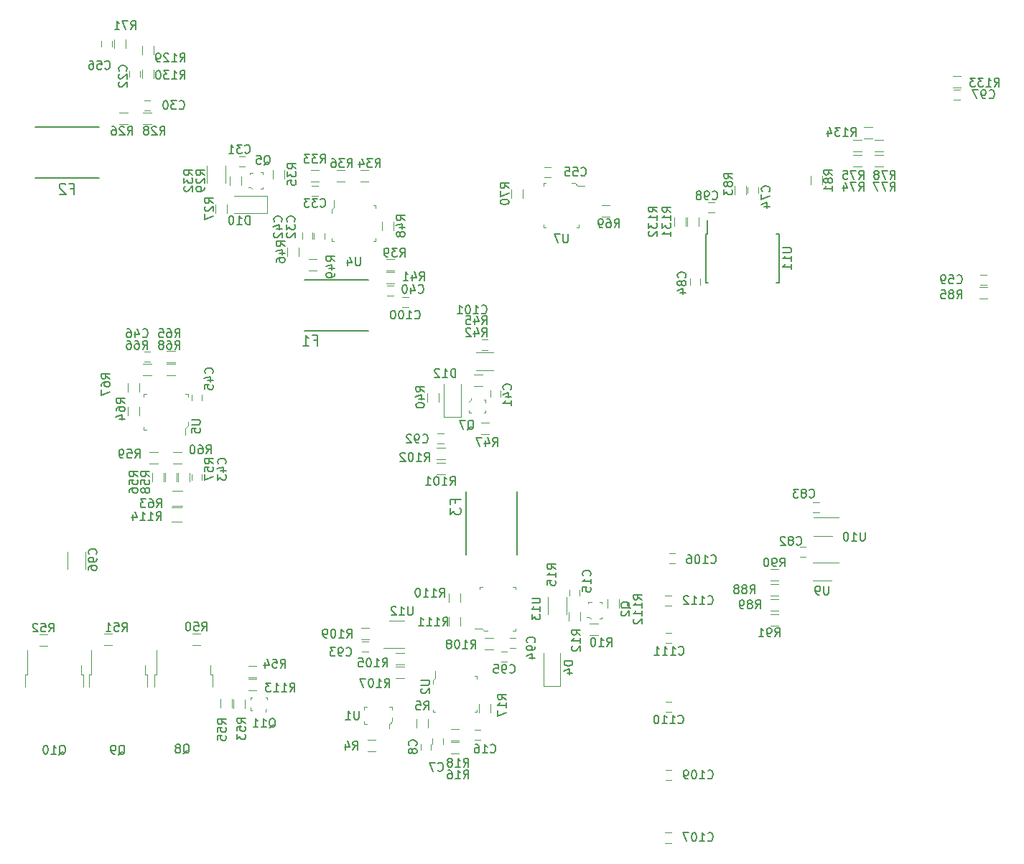
<source format=gbr>
G04 #@! TF.FileFunction,Legend,Bot*
%FSLAX46Y46*%
G04 Gerber Fmt 4.6, Leading zero omitted, Abs format (unit mm)*
G04 Created by KiCad (PCBNEW 4.0.7) date 07/05/18 23:16:34*
%MOMM*%
%LPD*%
G01*
G04 APERTURE LIST*
%ADD10C,0.100000*%
%ADD11C,0.120000*%
%ADD12C,0.203200*%
%ADD13C,0.150000*%
G04 APERTURE END LIST*
D10*
X50740020Y-79191020D02*
X50740020Y-78791020D01*
X50740020Y-78791020D02*
X51040020Y-78491020D01*
X51040020Y-78491020D02*
X51040020Y-77691020D01*
X55640020Y-78291020D02*
X55940020Y-78291020D01*
X55940020Y-78291020D02*
X55940020Y-78591020D01*
X51040020Y-82491020D02*
X50740020Y-82491020D01*
X50740020Y-82491020D02*
X50740020Y-82191020D01*
X55640020Y-82491020D02*
X55940020Y-82491020D01*
X55940020Y-82491020D02*
X55940020Y-82191020D01*
D11*
X31869472Y-18552860D02*
X31869472Y-19552860D01*
X33229472Y-19552860D02*
X33229472Y-18552860D01*
X28581472Y-16928860D02*
X27881472Y-16928860D01*
X27881472Y-18128860D02*
X28581472Y-18128860D01*
X31243472Y-21608860D02*
X31243472Y-23608860D01*
X31243472Y-23608860D02*
X27343472Y-23608860D01*
X31243472Y-21608860D02*
X27343472Y-21608860D01*
D10*
X30726072Y-20797460D02*
X30726072Y-20597460D01*
X30726072Y-19047460D02*
X30726072Y-18847460D01*
X29176072Y-19047460D02*
X29176072Y-18872460D01*
X29176072Y-18872460D02*
X29526072Y-18872460D01*
X29451072Y-20797460D02*
X29226072Y-20597460D01*
X29226072Y-20597460D02*
X29001072Y-20597460D01*
X30726072Y-20797460D02*
X30476072Y-20797460D01*
X30726072Y-18847460D02*
X30476072Y-18847460D01*
D11*
X25101020Y-22614020D02*
X25101020Y-23614020D01*
X26461020Y-23614020D02*
X26461020Y-22614020D01*
X24113472Y-18052860D02*
X24113472Y-20052860D01*
X26253472Y-20052860D02*
X26253472Y-18052860D01*
X26789472Y-19314860D02*
X26789472Y-20314860D01*
X28149472Y-20314860D02*
X28149472Y-19314860D01*
X51908020Y-86329020D02*
X51908020Y-85629020D01*
X50708020Y-85629020D02*
X50708020Y-86329020D01*
X50511020Y-86964020D02*
X50511020Y-86264020D01*
X49311020Y-86264020D02*
X49311020Y-86964020D01*
X66837020Y-68103020D02*
X66837020Y-68803020D01*
X68037020Y-68803020D02*
X68037020Y-68103020D01*
X55669020Y-85817020D02*
X56369020Y-85817020D01*
X56369020Y-84617020D02*
X55669020Y-84617020D01*
X17420968Y-10306658D02*
X16720968Y-10306658D01*
X16720968Y-11506658D02*
X17420968Y-11506658D01*
X36751830Y-25998682D02*
X36751830Y-26698682D01*
X37951830Y-26698682D02*
X37951830Y-25998682D01*
X37193830Y-20414682D02*
X36493830Y-20414682D01*
X36493830Y-21614682D02*
X37193830Y-21614682D01*
X45370020Y-33366020D02*
X46070020Y-33366020D01*
X46070020Y-32166020D02*
X45370020Y-32166020D01*
X58733000Y-45275000D02*
X58733000Y-44575000D01*
X57533000Y-44575000D02*
X57533000Y-45275000D01*
X35321810Y-25965662D02*
X35321810Y-26665662D01*
X36521810Y-26665662D02*
X36521810Y-25965662D01*
X22287770Y-54430938D02*
X22287770Y-55130938D01*
X23487770Y-55130938D02*
X23487770Y-54430938D01*
X23487770Y-45732938D02*
X23487770Y-45032938D01*
X22287770Y-45032938D02*
X22287770Y-45732938D01*
X16695770Y-41156938D02*
X17395770Y-41156938D01*
X17395770Y-39956938D02*
X16695770Y-39956938D01*
X64612020Y-18196020D02*
X63912020Y-18196020D01*
X63912020Y-19396020D02*
X64612020Y-19396020D01*
X12886000Y-4000000D02*
X12886000Y-3300000D01*
X11686000Y-3300000D02*
X11686000Y-4000000D01*
X115314000Y-32143248D02*
X116014000Y-32143248D01*
X116014000Y-30943248D02*
X115314000Y-30943248D01*
X87886000Y-20572000D02*
X87886000Y-21272000D01*
X89086000Y-21272000D02*
X89086000Y-20572000D01*
X94011020Y-64227020D02*
X94711020Y-64227020D01*
X94711020Y-63027020D02*
X94011020Y-63027020D01*
X96286097Y-57720007D02*
X95586097Y-57720007D01*
X95586097Y-58920007D02*
X96286097Y-58920007D01*
X81061020Y-31388020D02*
X81061020Y-32088020D01*
X82261020Y-32088020D02*
X82261020Y-31388020D01*
X51313871Y-50856321D02*
X52013871Y-50856321D01*
X52013871Y-49656321D02*
X51313871Y-49656321D01*
X42416000Y-75370000D02*
X43116000Y-75370000D01*
X43116000Y-74170000D02*
X42416000Y-74170000D01*
X59815000Y-74989000D02*
X60515000Y-74989000D01*
X60515000Y-73789000D02*
X59815000Y-73789000D01*
X59520020Y-75346020D02*
X58820020Y-75346020D01*
X58820020Y-76546020D02*
X59520020Y-76546020D01*
X65770020Y-79466020D02*
X63770020Y-79466020D01*
X63770020Y-79466020D02*
X63770020Y-75566020D01*
X65770020Y-79466020D02*
X65770020Y-75566020D01*
X54053000Y-47683000D02*
X52053000Y-47683000D01*
X52053000Y-47683000D02*
X52053000Y-43783000D01*
X54053000Y-47683000D02*
X54053000Y-43783000D01*
D12*
X43118020Y-31544020D02*
X35618020Y-31544020D01*
X43118020Y-37544020D02*
X35618020Y-37544020D01*
X3870020Y-19510020D02*
X11370020Y-19510020D01*
X3870020Y-13510020D02*
X11370020Y-13510020D01*
D10*
X70635200Y-71485400D02*
X70635200Y-71285400D01*
X70635200Y-69735400D02*
X70635200Y-69535400D01*
X69085200Y-69735400D02*
X69085200Y-69560400D01*
X69085200Y-69560400D02*
X69435200Y-69560400D01*
X69360200Y-71485400D02*
X69135200Y-71285400D01*
X69135200Y-71285400D02*
X68910200Y-71285400D01*
X70635200Y-71485400D02*
X70385200Y-71485400D01*
X70635200Y-69535400D02*
X70385200Y-69535400D01*
X55016800Y-47191000D02*
X55216800Y-47191000D01*
X56766800Y-47191000D02*
X56966800Y-47191000D01*
X56766800Y-45641000D02*
X56941800Y-45641000D01*
X56941800Y-45641000D02*
X56941800Y-45991000D01*
X55016800Y-45916000D02*
X55216800Y-45691000D01*
X55216800Y-45691000D02*
X55216800Y-45466000D01*
X55016800Y-47191000D02*
X55016800Y-46941000D01*
X56966800Y-47191000D02*
X56966800Y-46941000D01*
D11*
X17886020Y-79548020D02*
X17886020Y-78048020D01*
X17886020Y-78048020D02*
X18156020Y-78048020D01*
X18156020Y-78048020D02*
X18156020Y-75218020D01*
X24786020Y-79548020D02*
X24786020Y-78048020D01*
X24786020Y-78048020D02*
X24516020Y-78048020D01*
X24516020Y-78048020D02*
X24516020Y-76948020D01*
X10200000Y-79548020D02*
X10200000Y-78048020D01*
X10200000Y-78048020D02*
X10470000Y-78048020D01*
X10470000Y-78048020D02*
X10470000Y-75218020D01*
X17100000Y-79548020D02*
X17100000Y-78048020D01*
X17100000Y-78048020D02*
X16830000Y-78048020D01*
X16830000Y-78048020D02*
X16830000Y-76948020D01*
X2646020Y-79548020D02*
X2646020Y-78048020D01*
X2646020Y-78048020D02*
X2916020Y-78048020D01*
X2916020Y-78048020D02*
X2916020Y-75218020D01*
X9546020Y-79548020D02*
X9546020Y-78048020D01*
X9546020Y-78048020D02*
X9276020Y-78048020D01*
X9276020Y-78048020D02*
X9276020Y-76948020D01*
D10*
X31201020Y-80759020D02*
X31001020Y-80759020D01*
X29451020Y-80759020D02*
X29251020Y-80759020D01*
X29451020Y-82309020D02*
X29276020Y-82309020D01*
X29276020Y-82309020D02*
X29276020Y-81959020D01*
X31201020Y-82034020D02*
X31001020Y-82259020D01*
X31001020Y-82259020D02*
X31001020Y-82484020D01*
X31201020Y-80759020D02*
X31201020Y-81009020D01*
X29251020Y-80759020D02*
X29251020Y-81009020D01*
D11*
X44028000Y-85774000D02*
X43028000Y-85774000D01*
X43028000Y-87134000D02*
X44028000Y-87134000D01*
X50210020Y-84320020D02*
X50210020Y-83320020D01*
X48850020Y-83320020D02*
X48850020Y-84320020D01*
X69223020Y-73451020D02*
X70223020Y-73451020D01*
X70223020Y-72091020D02*
X69223020Y-72091020D01*
X66757020Y-70747020D02*
X66757020Y-71747020D01*
X68117020Y-71747020D02*
X68117020Y-70747020D01*
X64335020Y-68977020D02*
X64335020Y-70977020D01*
X66475020Y-70977020D02*
X66475020Y-68977020D01*
X52840020Y-87421020D02*
X53840020Y-87421020D01*
X53840020Y-86061020D02*
X52840020Y-86061020D01*
X56216020Y-81542020D02*
X56216020Y-82542020D01*
X57576020Y-82542020D02*
X57576020Y-81542020D01*
X53840020Y-84537020D02*
X52840020Y-84537020D01*
X52840020Y-85897020D02*
X53840020Y-85897020D01*
X14776968Y-11750658D02*
X13776968Y-11750658D01*
X13776968Y-13110658D02*
X14776968Y-13110658D01*
X17578568Y-11809058D02*
X16578568Y-11809058D01*
X16578568Y-13169058D02*
X17578568Y-13169058D01*
X37343830Y-18556682D02*
X36343830Y-18556682D01*
X36343830Y-19916682D02*
X37343830Y-19916682D01*
X43185830Y-18556682D02*
X42185830Y-18556682D01*
X42185830Y-19916682D02*
X43185830Y-19916682D01*
X40391830Y-18556682D02*
X39391830Y-18556682D01*
X39391830Y-19916682D02*
X40391830Y-19916682D01*
X46220020Y-29038020D02*
X45220020Y-29038020D01*
X45220020Y-30398020D02*
X46220020Y-30398020D01*
X50087000Y-44933000D02*
X50087000Y-45933000D01*
X51447000Y-45933000D02*
X51447000Y-44933000D01*
X45220020Y-31922020D02*
X46220020Y-31922020D01*
X46220020Y-30562020D02*
X45220020Y-30562020D01*
X56601000Y-42721000D02*
X55601000Y-42721000D01*
X55601000Y-44081000D02*
X56601000Y-44081000D01*
X57863000Y-40045000D02*
X55863000Y-40045000D01*
X55863000Y-42185000D02*
X57863000Y-42185000D01*
X34970020Y-28694020D02*
X34970020Y-27694020D01*
X33610020Y-27694020D02*
X33610020Y-28694020D01*
X57396020Y-48342020D02*
X56396020Y-48342020D01*
X56396020Y-49702020D02*
X57396020Y-49702020D01*
X44786020Y-24646020D02*
X44786020Y-25646020D01*
X46146020Y-25646020D02*
X46146020Y-24646020D01*
X37076020Y-29038020D02*
X36076020Y-29038020D01*
X36076020Y-30398020D02*
X37076020Y-30398020D01*
X22360020Y-74594020D02*
X23360020Y-74594020D01*
X23360020Y-73234020D02*
X22360020Y-73234020D01*
X11946020Y-74594020D02*
X12946020Y-74594020D01*
X12946020Y-73234020D02*
X11946020Y-73234020D01*
X4326020Y-74721020D02*
X5326020Y-74721020D01*
X5326020Y-73361020D02*
X4326020Y-73361020D01*
X28620020Y-82034020D02*
X28620020Y-81034020D01*
X27260020Y-81034020D02*
X27260020Y-82034020D01*
X29964020Y-77044020D02*
X28964020Y-77044020D01*
X28964020Y-78404020D02*
X29964020Y-78404020D01*
X27063000Y-82001000D02*
X27063000Y-81001000D01*
X25703000Y-81001000D02*
X25703000Y-82001000D01*
X18995770Y-55280938D02*
X18995770Y-54280938D01*
X17635770Y-54280938D02*
X17635770Y-55280938D01*
X20683770Y-54280938D02*
X20683770Y-55280938D01*
X22043770Y-55280938D02*
X22043770Y-54280938D01*
X20519770Y-55280938D02*
X20519770Y-54280938D01*
X19159770Y-54280938D02*
X19159770Y-55280938D01*
X17307770Y-53174938D02*
X18307770Y-53174938D01*
X18307770Y-51814938D02*
X17307770Y-51814938D01*
X20101770Y-53174938D02*
X21101770Y-53174938D01*
X21101770Y-51814938D02*
X20101770Y-51814938D01*
X21201770Y-56440938D02*
X20001770Y-56440938D01*
X20001770Y-58200938D02*
X21201770Y-58200938D01*
X16174020Y-47490020D02*
X16174020Y-46490020D01*
X14814020Y-46490020D02*
X14814020Y-47490020D01*
X20339770Y-39876938D02*
X19339770Y-39876938D01*
X19339770Y-41236938D02*
X20339770Y-41236938D01*
X16545770Y-42760938D02*
X17545770Y-42760938D01*
X17545770Y-41400938D02*
X16545770Y-41400938D01*
X14814020Y-43696020D02*
X14814020Y-44696020D01*
X16174020Y-44696020D02*
X16174020Y-43696020D01*
X19339770Y-42760938D02*
X20339770Y-42760938D01*
X20339770Y-41400938D02*
X19339770Y-41400938D01*
X70620020Y-24048020D02*
X71620020Y-24048020D01*
X71620020Y-22688020D02*
X70620020Y-22688020D01*
X61386000Y-21836020D02*
X61386000Y-20836020D01*
X60026000Y-20836020D02*
X60026000Y-21836020D01*
X14490000Y-4150000D02*
X14490000Y-3150000D01*
X13130000Y-3150000D02*
X13130000Y-4150000D01*
X101287618Y-16796082D02*
X100287618Y-16796082D01*
X100287618Y-18156082D02*
X101287618Y-18156082D01*
X101287618Y-15018082D02*
X100287618Y-15018082D01*
X100287618Y-16378082D02*
X101287618Y-16378082D01*
X103815618Y-16796082D02*
X102815618Y-16796082D01*
X102815618Y-18156082D02*
X103815618Y-18156082D01*
X103827618Y-15018082D02*
X102827618Y-15018082D01*
X102827618Y-16378082D02*
X103827618Y-16378082D01*
X95281618Y-19262082D02*
X95281618Y-20262082D01*
X96641618Y-20262082D02*
X96641618Y-19262082D01*
X87642000Y-21422000D02*
X87642000Y-20422000D01*
X86282000Y-20422000D02*
X86282000Y-21422000D01*
X115164000Y-33747248D02*
X116164000Y-33747248D01*
X116164000Y-32387248D02*
X115164000Y-32387248D01*
X91528513Y-67425849D02*
X90528513Y-67425849D01*
X90528513Y-68785849D02*
X91528513Y-68785849D01*
X91528513Y-69203849D02*
X90528513Y-69203849D01*
X90528513Y-70563849D02*
X91528513Y-70563849D01*
X90528513Y-67007849D02*
X91528513Y-67007849D01*
X91528513Y-65647849D02*
X90528513Y-65647849D01*
X90528513Y-72341849D02*
X91528513Y-72341849D01*
X91528513Y-70981849D02*
X90528513Y-70981849D01*
X52163871Y-53132321D02*
X51163871Y-53132321D01*
X51163871Y-54492321D02*
X52163871Y-54492321D01*
X51163871Y-52714321D02*
X52163871Y-52714321D01*
X52163871Y-51354321D02*
X51163871Y-51354321D01*
X47363020Y-75520020D02*
X46363020Y-75520020D01*
X46363020Y-76880020D02*
X47363020Y-76880020D01*
X47363020Y-77171020D02*
X46363020Y-77171020D01*
X46363020Y-78531020D02*
X47363020Y-78531020D01*
X56892020Y-75102020D02*
X57892020Y-75102020D01*
X57892020Y-73742020D02*
X56892020Y-73742020D01*
X42266000Y-73926000D02*
X43266000Y-73926000D01*
X43266000Y-72566000D02*
X42266000Y-72566000D01*
X52627000Y-68555000D02*
X52627000Y-69555000D01*
X53987000Y-69555000D02*
X53987000Y-68555000D01*
X52627000Y-71349000D02*
X52627000Y-72349000D01*
X53987000Y-72349000D02*
X53987000Y-71349000D01*
D10*
X45615000Y-81898000D02*
X45940000Y-81898000D01*
X45940000Y-81898000D02*
X45940000Y-82198000D01*
X42965000Y-83898000D02*
X42640000Y-83898000D01*
X42640000Y-83898000D02*
X42640000Y-83598000D01*
X42940000Y-81898000D02*
X42640000Y-81898000D01*
X42640000Y-81898000D02*
X42640000Y-82223000D01*
X45940000Y-83573000D02*
X45715000Y-83898000D01*
X45715000Y-83898000D02*
X45615000Y-83898000D01*
X45615000Y-83898000D02*
X45615000Y-84423000D01*
X45940000Y-83573000D02*
X45940000Y-83198000D01*
X38815830Y-23624682D02*
X38815830Y-23224682D01*
X38815830Y-23224682D02*
X39115830Y-22924682D01*
X39115830Y-22924682D02*
X39115830Y-22124682D01*
X43715830Y-22724682D02*
X44015830Y-22724682D01*
X44015830Y-22724682D02*
X44015830Y-23024682D01*
X39115830Y-26924682D02*
X38815830Y-26924682D01*
X38815830Y-26924682D02*
X38815830Y-26624682D01*
X43715830Y-26924682D02*
X44015830Y-26924682D01*
X44015830Y-26924682D02*
X44015830Y-26624682D01*
X21873370Y-48302538D02*
X21873370Y-48702538D01*
X21873370Y-48702538D02*
X21573370Y-49002538D01*
X21573370Y-49002538D02*
X21573370Y-49802538D01*
X16973370Y-49202538D02*
X16673370Y-49202538D01*
X16673370Y-49202538D02*
X16673370Y-48902538D01*
X21573370Y-45002538D02*
X21873370Y-45002538D01*
X21873370Y-45002538D02*
X21873370Y-45302538D01*
X16973370Y-45002538D02*
X16673370Y-45002538D01*
X16673370Y-45002538D02*
X16673370Y-45302538D01*
D11*
X45582000Y-71730000D02*
X47382000Y-71730000D01*
X47382000Y-74950000D02*
X44932000Y-74950000D01*
D10*
X57187000Y-72925000D02*
X56787000Y-72925000D01*
X56787000Y-72925000D02*
X56487000Y-72625000D01*
X56487000Y-72625000D02*
X55687000Y-72625000D01*
X56287000Y-68025000D02*
X56287000Y-67725000D01*
X56287000Y-67725000D02*
X56587000Y-67725000D01*
X60487000Y-72625000D02*
X60487000Y-72925000D01*
X60487000Y-72925000D02*
X60187000Y-72925000D01*
X60487000Y-68025000D02*
X60487000Y-67725000D01*
X60487000Y-67725000D02*
X60187000Y-67725000D01*
X67087600Y-20107600D02*
X67487600Y-20107600D01*
X67487600Y-20107600D02*
X67787600Y-20407600D01*
X67787600Y-20407600D02*
X68587600Y-20407600D01*
X67987600Y-25007600D02*
X67987600Y-25307600D01*
X67987600Y-25307600D02*
X67687600Y-25307600D01*
X63787600Y-20407600D02*
X63787600Y-20107600D01*
X63787600Y-20107600D02*
X64087600Y-20107600D01*
X63787600Y-25007600D02*
X63787600Y-25307600D01*
X63787600Y-25307600D02*
X64087600Y-25307600D01*
D11*
X95590497Y-67032407D02*
X97790497Y-67032407D01*
X95590497Y-64832407D02*
X98590497Y-64832407D01*
X95598097Y-61706007D02*
X97798097Y-61706007D01*
X95598097Y-59506007D02*
X98598097Y-59506007D01*
X71329020Y-69223020D02*
X71329020Y-70223020D01*
X72689020Y-70223020D02*
X72689020Y-69223020D01*
X28964020Y-79928020D02*
X29964020Y-79928020D01*
X29964020Y-78568020D02*
X28964020Y-78568020D01*
X9750000Y-63610000D02*
X9750000Y-65610000D01*
X7710000Y-65610000D02*
X7710000Y-63610000D01*
X17792000Y-4912000D02*
X17792000Y-3912000D01*
X16432000Y-3912000D02*
X16432000Y-4912000D01*
X17792000Y-7706000D02*
X17792000Y-6706000D01*
X16432000Y-6706000D02*
X16432000Y-7706000D01*
X16188000Y-7556000D02*
X16188000Y-6856000D01*
X14988000Y-6856000D02*
X14988000Y-7556000D01*
D13*
X82924020Y-26081020D02*
X83149020Y-26081020D01*
X82924020Y-31831020D02*
X83224020Y-31831020D01*
X91574020Y-31831020D02*
X91274020Y-31831020D01*
X91574020Y-26081020D02*
X91274020Y-26081020D01*
X82924020Y-26081020D02*
X82924020Y-31831020D01*
X91574020Y-26081020D02*
X91574020Y-31831020D01*
X83149020Y-26081020D02*
X83149020Y-24481020D01*
D11*
X82128176Y-25125744D02*
X82128176Y-24125744D01*
X80768176Y-24125744D02*
X80768176Y-25125744D01*
X80604176Y-25125744D02*
X80604176Y-24125744D01*
X79244176Y-24125744D02*
X79244176Y-25125744D01*
X112872020Y-9073024D02*
X112172020Y-9073024D01*
X112172020Y-10273024D02*
X112872020Y-10273024D01*
D12*
X54658020Y-56450020D02*
X54658020Y-63950020D01*
X60658020Y-56450020D02*
X60658020Y-63950020D01*
D11*
X21168750Y-58312918D02*
X19968750Y-58312918D01*
X19968750Y-60072918D02*
X21168750Y-60072918D01*
X113022020Y-7469024D02*
X112022020Y-7469024D01*
X112022020Y-8829024D02*
X113022020Y-8829024D01*
X102557618Y-13494082D02*
X101557618Y-13494082D01*
X101557618Y-14854082D02*
X102557618Y-14854082D01*
X83216020Y-23587020D02*
X83916020Y-23587020D01*
X83916020Y-22387020D02*
X83216020Y-22387020D01*
X47848020Y-33563020D02*
X47148020Y-33563020D01*
X47148020Y-34763020D02*
X47848020Y-34763020D01*
X57182520Y-38579520D02*
X56482520Y-38579520D01*
X56482520Y-39779520D02*
X57182520Y-39779520D01*
X79280520Y-63789020D02*
X78580520Y-63789020D01*
X78580520Y-64989020D02*
X79280520Y-64989020D01*
X78836020Y-96745520D02*
X78136020Y-96745520D01*
X78136020Y-97945520D02*
X78836020Y-97945520D01*
X78911520Y-89316020D02*
X78211520Y-89316020D01*
X78211520Y-90516020D02*
X78911520Y-90516020D01*
X78899520Y-81315020D02*
X78199520Y-81315020D01*
X78199520Y-82515020D02*
X78899520Y-82515020D01*
X78899520Y-73187020D02*
X78199520Y-73187020D01*
X78199520Y-74387020D02*
X78899520Y-74387020D01*
X78836020Y-68742020D02*
X78136020Y-68742020D01*
X78136020Y-69942020D02*
X78836020Y-69942020D01*
D13*
X49363401Y-78740115D02*
X50172925Y-78740115D01*
X50268163Y-78787734D01*
X50315782Y-78835353D01*
X50363401Y-78930591D01*
X50363401Y-79121068D01*
X50315782Y-79216306D01*
X50268163Y-79263925D01*
X50172925Y-79311544D01*
X49363401Y-79311544D01*
X49458639Y-79740115D02*
X49411020Y-79787734D01*
X49363401Y-79882972D01*
X49363401Y-80121068D01*
X49411020Y-80216306D01*
X49458639Y-80263925D01*
X49553877Y-80311544D01*
X49649115Y-80311544D01*
X49791972Y-80263925D01*
X50363401Y-79692496D01*
X50363401Y-80311544D01*
X34615401Y-18410003D02*
X34139210Y-18076669D01*
X34615401Y-17838574D02*
X33615401Y-17838574D01*
X33615401Y-18219527D01*
X33663020Y-18314765D01*
X33710639Y-18362384D01*
X33805877Y-18410003D01*
X33948734Y-18410003D01*
X34043972Y-18362384D01*
X34091591Y-18314765D01*
X34139210Y-18219527D01*
X34139210Y-17838574D01*
X33615401Y-18743336D02*
X33615401Y-19362384D01*
X33996353Y-19029050D01*
X33996353Y-19171908D01*
X34043972Y-19267146D01*
X34091591Y-19314765D01*
X34186830Y-19362384D01*
X34424925Y-19362384D01*
X34520163Y-19314765D01*
X34567782Y-19267146D01*
X34615401Y-19171908D01*
X34615401Y-18886193D01*
X34567782Y-18790955D01*
X34520163Y-18743336D01*
X33615401Y-20267146D02*
X33615401Y-19790955D01*
X34091591Y-19743336D01*
X34043972Y-19790955D01*
X33996353Y-19886193D01*
X33996353Y-20124289D01*
X34043972Y-20219527D01*
X34091591Y-20267146D01*
X34186830Y-20314765D01*
X34424925Y-20314765D01*
X34520163Y-20267146D01*
X34567782Y-20219527D01*
X34615401Y-20124289D01*
X34615401Y-19886193D01*
X34567782Y-19790955D01*
X34520163Y-19743336D01*
X28582877Y-16486163D02*
X28630496Y-16533782D01*
X28773353Y-16581401D01*
X28868591Y-16581401D01*
X29011449Y-16533782D01*
X29106687Y-16438544D01*
X29154306Y-16343306D01*
X29201925Y-16152830D01*
X29201925Y-16009972D01*
X29154306Y-15819496D01*
X29106687Y-15724258D01*
X29011449Y-15629020D01*
X28868591Y-15581401D01*
X28773353Y-15581401D01*
X28630496Y-15629020D01*
X28582877Y-15676639D01*
X28249544Y-15581401D02*
X27630496Y-15581401D01*
X27963830Y-15962353D01*
X27820972Y-15962353D01*
X27725734Y-16009972D01*
X27678115Y-16057591D01*
X27630496Y-16152830D01*
X27630496Y-16390925D01*
X27678115Y-16486163D01*
X27725734Y-16533782D01*
X27820972Y-16581401D01*
X28106687Y-16581401D01*
X28201925Y-16533782D01*
X28249544Y-16486163D01*
X26678115Y-16581401D02*
X27249544Y-16581401D01*
X26963830Y-16581401D02*
X26963830Y-15581401D01*
X27059068Y-15724258D01*
X27154306Y-15819496D01*
X27249544Y-15867115D01*
X29154306Y-24963401D02*
X29154306Y-23963401D01*
X28916211Y-23963401D01*
X28773353Y-24011020D01*
X28678115Y-24106258D01*
X28630496Y-24201496D01*
X28582877Y-24391972D01*
X28582877Y-24534830D01*
X28630496Y-24725306D01*
X28678115Y-24820544D01*
X28773353Y-24915782D01*
X28916211Y-24963401D01*
X29154306Y-24963401D01*
X27630496Y-24963401D02*
X28201925Y-24963401D01*
X27916211Y-24963401D02*
X27916211Y-23963401D01*
X28011449Y-24106258D01*
X28106687Y-24201496D01*
X28201925Y-24249115D01*
X27011449Y-23963401D02*
X26916210Y-23963401D01*
X26820972Y-24011020D01*
X26773353Y-24058639D01*
X26725734Y-24153877D01*
X26678115Y-24344353D01*
X26678115Y-24582449D01*
X26725734Y-24772925D01*
X26773353Y-24868163D01*
X26820972Y-24915782D01*
X26916210Y-24963401D01*
X27011449Y-24963401D01*
X27106687Y-24915782D01*
X27154306Y-24868163D01*
X27201925Y-24772925D01*
X27249544Y-24582449D01*
X27249544Y-24344353D01*
X27201925Y-24153877D01*
X27154306Y-24058639D01*
X27106687Y-24011020D01*
X27011449Y-23963401D01*
X30829258Y-17946639D02*
X30924496Y-17899020D01*
X31019734Y-17803782D01*
X31162591Y-17660925D01*
X31257830Y-17613306D01*
X31353068Y-17613306D01*
X31305449Y-17851401D02*
X31400687Y-17803782D01*
X31495925Y-17708544D01*
X31543544Y-17518068D01*
X31543544Y-17184734D01*
X31495925Y-16994258D01*
X31400687Y-16899020D01*
X31305449Y-16851401D01*
X31114972Y-16851401D01*
X31019734Y-16899020D01*
X30924496Y-16994258D01*
X30876877Y-17184734D01*
X30876877Y-17518068D01*
X30924496Y-17708544D01*
X31019734Y-17803782D01*
X31114972Y-17851401D01*
X31305449Y-17851401D01*
X29972115Y-16851401D02*
X30448306Y-16851401D01*
X30495925Y-17327591D01*
X30448306Y-17279972D01*
X30353068Y-17232353D01*
X30114972Y-17232353D01*
X30019734Y-17279972D01*
X29972115Y-17327591D01*
X29924496Y-17422830D01*
X29924496Y-17660925D01*
X29972115Y-17756163D01*
X30019734Y-17803782D01*
X30114972Y-17851401D01*
X30353068Y-17851401D01*
X30448306Y-17803782D01*
X30495925Y-17756163D01*
X24836401Y-22471163D02*
X24360210Y-22137829D01*
X24836401Y-21899734D02*
X23836401Y-21899734D01*
X23836401Y-22280687D01*
X23884020Y-22375925D01*
X23931639Y-22423544D01*
X24026877Y-22471163D01*
X24169734Y-22471163D01*
X24264972Y-22423544D01*
X24312591Y-22375925D01*
X24360210Y-22280687D01*
X24360210Y-21899734D01*
X23931639Y-22852115D02*
X23884020Y-22899734D01*
X23836401Y-22994972D01*
X23836401Y-23233068D01*
X23884020Y-23328306D01*
X23931639Y-23375925D01*
X24026877Y-23423544D01*
X24122115Y-23423544D01*
X24264972Y-23375925D01*
X24836401Y-22804496D01*
X24836401Y-23423544D01*
X23836401Y-23756877D02*
X23836401Y-24423544D01*
X24836401Y-23994972D01*
X22423401Y-19169163D02*
X21947210Y-18835829D01*
X22423401Y-18597734D02*
X21423401Y-18597734D01*
X21423401Y-18978687D01*
X21471020Y-19073925D01*
X21518639Y-19121544D01*
X21613877Y-19169163D01*
X21756734Y-19169163D01*
X21851972Y-19121544D01*
X21899591Y-19073925D01*
X21947210Y-18978687D01*
X21947210Y-18597734D01*
X21423401Y-19502496D02*
X21423401Y-20121544D01*
X21804353Y-19788210D01*
X21804353Y-19931068D01*
X21851972Y-20026306D01*
X21899591Y-20073925D01*
X21994830Y-20121544D01*
X22232925Y-20121544D01*
X22328163Y-20073925D01*
X22375782Y-20026306D01*
X22423401Y-19931068D01*
X22423401Y-19645353D01*
X22375782Y-19550115D01*
X22328163Y-19502496D01*
X21518639Y-20502496D02*
X21471020Y-20550115D01*
X21423401Y-20645353D01*
X21423401Y-20883449D01*
X21471020Y-20978687D01*
X21518639Y-21026306D01*
X21613877Y-21073925D01*
X21709115Y-21073925D01*
X21851972Y-21026306D01*
X22423401Y-20454877D01*
X22423401Y-21073925D01*
X23820401Y-19169163D02*
X23344210Y-18835829D01*
X23820401Y-18597734D02*
X22820401Y-18597734D01*
X22820401Y-18978687D01*
X22868020Y-19073925D01*
X22915639Y-19121544D01*
X23010877Y-19169163D01*
X23153734Y-19169163D01*
X23248972Y-19121544D01*
X23296591Y-19073925D01*
X23344210Y-18978687D01*
X23344210Y-18597734D01*
X22915639Y-19550115D02*
X22868020Y-19597734D01*
X22820401Y-19692972D01*
X22820401Y-19931068D01*
X22868020Y-20026306D01*
X22915639Y-20073925D01*
X23010877Y-20121544D01*
X23106115Y-20121544D01*
X23248972Y-20073925D01*
X23820401Y-19502496D01*
X23820401Y-20121544D01*
X23820401Y-20597734D02*
X23820401Y-20788210D01*
X23772782Y-20883449D01*
X23725163Y-20931068D01*
X23582306Y-21026306D01*
X23391830Y-21073925D01*
X23010877Y-21073925D01*
X22915639Y-21026306D01*
X22868020Y-20978687D01*
X22820401Y-20883449D01*
X22820401Y-20692972D01*
X22868020Y-20597734D01*
X22915639Y-20550115D01*
X23010877Y-20502496D01*
X23248972Y-20502496D01*
X23344210Y-20550115D01*
X23391830Y-20597734D01*
X23439449Y-20692972D01*
X23439449Y-20883449D01*
X23391830Y-20978687D01*
X23344210Y-21026306D01*
X23248972Y-21073925D01*
X51347686Y-89384163D02*
X51395305Y-89431782D01*
X51538162Y-89479401D01*
X51633400Y-89479401D01*
X51776258Y-89431782D01*
X51871496Y-89336544D01*
X51919115Y-89241306D01*
X51966734Y-89050830D01*
X51966734Y-88907972D01*
X51919115Y-88717496D01*
X51871496Y-88622258D01*
X51776258Y-88527020D01*
X51633400Y-88479401D01*
X51538162Y-88479401D01*
X51395305Y-88527020D01*
X51347686Y-88574639D01*
X51014353Y-88479401D02*
X50347686Y-88479401D01*
X50776258Y-89479401D01*
X48768163Y-86447354D02*
X48815782Y-86399735D01*
X48863401Y-86256878D01*
X48863401Y-86161640D01*
X48815782Y-86018782D01*
X48720544Y-85923544D01*
X48625306Y-85875925D01*
X48434830Y-85828306D01*
X48291972Y-85828306D01*
X48101496Y-85875925D01*
X48006258Y-85923544D01*
X47911020Y-86018782D01*
X47863401Y-86161640D01*
X47863401Y-86256878D01*
X47911020Y-86399735D01*
X47958639Y-86447354D01*
X48291972Y-87018782D02*
X48244353Y-86923544D01*
X48196734Y-86875925D01*
X48101496Y-86828306D01*
X48053877Y-86828306D01*
X47958639Y-86875925D01*
X47911020Y-86923544D01*
X47863401Y-87018782D01*
X47863401Y-87209259D01*
X47911020Y-87304497D01*
X47958639Y-87352116D01*
X48053877Y-87399735D01*
X48101496Y-87399735D01*
X48196734Y-87352116D01*
X48244353Y-87304497D01*
X48291972Y-87209259D01*
X48291972Y-87018782D01*
X48339591Y-86923544D01*
X48387210Y-86875925D01*
X48482449Y-86828306D01*
X48672925Y-86828306D01*
X48768163Y-86875925D01*
X48815782Y-86923544D01*
X48863401Y-87018782D01*
X48863401Y-87209259D01*
X48815782Y-87304497D01*
X48768163Y-87352116D01*
X48672925Y-87399735D01*
X48482449Y-87399735D01*
X48387210Y-87352116D01*
X48339591Y-87304497D01*
X48291972Y-87209259D01*
X69294163Y-66413163D02*
X69341782Y-66365544D01*
X69389401Y-66222687D01*
X69389401Y-66127449D01*
X69341782Y-65984591D01*
X69246544Y-65889353D01*
X69151306Y-65841734D01*
X68960830Y-65794115D01*
X68817972Y-65794115D01*
X68627496Y-65841734D01*
X68532258Y-65889353D01*
X68437020Y-65984591D01*
X68389401Y-66127449D01*
X68389401Y-66222687D01*
X68437020Y-66365544D01*
X68484639Y-66413163D01*
X69389401Y-67365544D02*
X69389401Y-66794115D01*
X69389401Y-67079829D02*
X68389401Y-67079829D01*
X68532258Y-66984591D01*
X68627496Y-66889353D01*
X68675115Y-66794115D01*
X68389401Y-68270306D02*
X68389401Y-67794115D01*
X68865591Y-67746496D01*
X68817972Y-67794115D01*
X68770353Y-67889353D01*
X68770353Y-68127449D01*
X68817972Y-68222687D01*
X68865591Y-68270306D01*
X68960830Y-68317925D01*
X69198925Y-68317925D01*
X69294163Y-68270306D01*
X69341782Y-68222687D01*
X69389401Y-68127449D01*
X69389401Y-67889353D01*
X69341782Y-67794115D01*
X69294163Y-67746496D01*
X57538877Y-87225163D02*
X57586496Y-87272782D01*
X57729353Y-87320401D01*
X57824591Y-87320401D01*
X57967449Y-87272782D01*
X58062687Y-87177544D01*
X58110306Y-87082306D01*
X58157925Y-86891830D01*
X58157925Y-86748972D01*
X58110306Y-86558496D01*
X58062687Y-86463258D01*
X57967449Y-86368020D01*
X57824591Y-86320401D01*
X57729353Y-86320401D01*
X57586496Y-86368020D01*
X57538877Y-86415639D01*
X56586496Y-87320401D02*
X57157925Y-87320401D01*
X56872211Y-87320401D02*
X56872211Y-86320401D01*
X56967449Y-86463258D01*
X57062687Y-86558496D01*
X57157925Y-86606115D01*
X55729353Y-86320401D02*
X55919830Y-86320401D01*
X56015068Y-86368020D01*
X56062687Y-86415639D01*
X56157925Y-86558496D01*
X56205544Y-86748972D01*
X56205544Y-87129925D01*
X56157925Y-87225163D01*
X56110306Y-87272782D01*
X56015068Y-87320401D01*
X55824591Y-87320401D01*
X55729353Y-87272782D01*
X55681734Y-87225163D01*
X55634115Y-87129925D01*
X55634115Y-86891830D01*
X55681734Y-86796591D01*
X55729353Y-86748972D01*
X55824591Y-86701353D01*
X56015068Y-86701353D01*
X56110306Y-86748972D01*
X56157925Y-86796591D01*
X56205544Y-86891830D01*
X20835877Y-11279163D02*
X20883496Y-11326782D01*
X21026353Y-11374401D01*
X21121591Y-11374401D01*
X21264449Y-11326782D01*
X21359687Y-11231544D01*
X21407306Y-11136306D01*
X21454925Y-10945830D01*
X21454925Y-10802972D01*
X21407306Y-10612496D01*
X21359687Y-10517258D01*
X21264449Y-10422020D01*
X21121591Y-10374401D01*
X21026353Y-10374401D01*
X20883496Y-10422020D01*
X20835877Y-10469639D01*
X20502544Y-10374401D02*
X19883496Y-10374401D01*
X20216830Y-10755353D01*
X20073972Y-10755353D01*
X19978734Y-10802972D01*
X19931115Y-10850591D01*
X19883496Y-10945830D01*
X19883496Y-11183925D01*
X19931115Y-11279163D01*
X19978734Y-11326782D01*
X20073972Y-11374401D01*
X20359687Y-11374401D01*
X20454925Y-11326782D01*
X20502544Y-11279163D01*
X19264449Y-10374401D02*
X19169210Y-10374401D01*
X19073972Y-10422020D01*
X19026353Y-10469639D01*
X18978734Y-10564877D01*
X18931115Y-10755353D01*
X18931115Y-10993449D01*
X18978734Y-11183925D01*
X19026353Y-11279163D01*
X19073972Y-11326782D01*
X19169210Y-11374401D01*
X19264449Y-11374401D01*
X19359687Y-11326782D01*
X19407306Y-11279163D01*
X19454925Y-11183925D01*
X19502544Y-10993449D01*
X19502544Y-10755353D01*
X19454925Y-10564877D01*
X19407306Y-10469639D01*
X19359687Y-10422020D01*
X19264449Y-10374401D01*
X34393163Y-24630163D02*
X34440782Y-24582544D01*
X34488401Y-24439687D01*
X34488401Y-24344449D01*
X34440782Y-24201591D01*
X34345544Y-24106353D01*
X34250306Y-24058734D01*
X34059830Y-24011115D01*
X33916972Y-24011115D01*
X33726496Y-24058734D01*
X33631258Y-24106353D01*
X33536020Y-24201591D01*
X33488401Y-24344449D01*
X33488401Y-24439687D01*
X33536020Y-24582544D01*
X33583639Y-24630163D01*
X33488401Y-24963496D02*
X33488401Y-25582544D01*
X33869353Y-25249210D01*
X33869353Y-25392068D01*
X33916972Y-25487306D01*
X33964591Y-25534925D01*
X34059830Y-25582544D01*
X34297925Y-25582544D01*
X34393163Y-25534925D01*
X34440782Y-25487306D01*
X34488401Y-25392068D01*
X34488401Y-25106353D01*
X34440782Y-25011115D01*
X34393163Y-24963496D01*
X33583639Y-25963496D02*
X33536020Y-26011115D01*
X33488401Y-26106353D01*
X33488401Y-26344449D01*
X33536020Y-26439687D01*
X33583639Y-26487306D01*
X33678877Y-26534925D01*
X33774115Y-26534925D01*
X33916972Y-26487306D01*
X34488401Y-25915877D01*
X34488401Y-26534925D01*
X37472877Y-22836163D02*
X37520496Y-22883782D01*
X37663353Y-22931401D01*
X37758591Y-22931401D01*
X37901449Y-22883782D01*
X37996687Y-22788544D01*
X38044306Y-22693306D01*
X38091925Y-22502830D01*
X38091925Y-22359972D01*
X38044306Y-22169496D01*
X37996687Y-22074258D01*
X37901449Y-21979020D01*
X37758591Y-21931401D01*
X37663353Y-21931401D01*
X37520496Y-21979020D01*
X37472877Y-22026639D01*
X37139544Y-21931401D02*
X36520496Y-21931401D01*
X36853830Y-22312353D01*
X36710972Y-22312353D01*
X36615734Y-22359972D01*
X36568115Y-22407591D01*
X36520496Y-22502830D01*
X36520496Y-22740925D01*
X36568115Y-22836163D01*
X36615734Y-22883782D01*
X36710972Y-22931401D01*
X36996687Y-22931401D01*
X37091925Y-22883782D01*
X37139544Y-22836163D01*
X36187163Y-21931401D02*
X35568115Y-21931401D01*
X35901449Y-22312353D01*
X35758591Y-22312353D01*
X35663353Y-22359972D01*
X35615734Y-22407591D01*
X35568115Y-22502830D01*
X35568115Y-22740925D01*
X35615734Y-22836163D01*
X35663353Y-22883782D01*
X35758591Y-22931401D01*
X36044306Y-22931401D01*
X36139544Y-22883782D01*
X36187163Y-22836163D01*
X49029877Y-32996163D02*
X49077496Y-33043782D01*
X49220353Y-33091401D01*
X49315591Y-33091401D01*
X49458449Y-33043782D01*
X49553687Y-32948544D01*
X49601306Y-32853306D01*
X49648925Y-32662830D01*
X49648925Y-32519972D01*
X49601306Y-32329496D01*
X49553687Y-32234258D01*
X49458449Y-32139020D01*
X49315591Y-32091401D01*
X49220353Y-32091401D01*
X49077496Y-32139020D01*
X49029877Y-32186639D01*
X48172734Y-32424734D02*
X48172734Y-33091401D01*
X48410830Y-32043782D02*
X48648925Y-32758068D01*
X48029877Y-32758068D01*
X47458449Y-32091401D02*
X47363210Y-32091401D01*
X47267972Y-32139020D01*
X47220353Y-32186639D01*
X47172734Y-32281877D01*
X47125115Y-32472353D01*
X47125115Y-32710449D01*
X47172734Y-32900925D01*
X47220353Y-32996163D01*
X47267972Y-33043782D01*
X47363210Y-33091401D01*
X47458449Y-33091401D01*
X47553687Y-33043782D01*
X47601306Y-32996163D01*
X47648925Y-32900925D01*
X47696544Y-32710449D01*
X47696544Y-32472353D01*
X47648925Y-32281877D01*
X47601306Y-32186639D01*
X47553687Y-32139020D01*
X47458449Y-32091401D01*
X59920163Y-44442163D02*
X59967782Y-44394544D01*
X60015401Y-44251687D01*
X60015401Y-44156449D01*
X59967782Y-44013591D01*
X59872544Y-43918353D01*
X59777306Y-43870734D01*
X59586830Y-43823115D01*
X59443972Y-43823115D01*
X59253496Y-43870734D01*
X59158258Y-43918353D01*
X59063020Y-44013591D01*
X59015401Y-44156449D01*
X59015401Y-44251687D01*
X59063020Y-44394544D01*
X59110639Y-44442163D01*
X59348734Y-45299306D02*
X60015401Y-45299306D01*
X58967782Y-45061210D02*
X59682068Y-44823115D01*
X59682068Y-45442163D01*
X60015401Y-46346925D02*
X60015401Y-45775496D01*
X60015401Y-46061210D02*
X59015401Y-46061210D01*
X59158258Y-45965972D01*
X59253496Y-45870734D01*
X59301115Y-45775496D01*
X32869163Y-24630163D02*
X32916782Y-24582544D01*
X32964401Y-24439687D01*
X32964401Y-24344449D01*
X32916782Y-24201591D01*
X32821544Y-24106353D01*
X32726306Y-24058734D01*
X32535830Y-24011115D01*
X32392972Y-24011115D01*
X32202496Y-24058734D01*
X32107258Y-24106353D01*
X32012020Y-24201591D01*
X31964401Y-24344449D01*
X31964401Y-24439687D01*
X32012020Y-24582544D01*
X32059639Y-24630163D01*
X32297734Y-25487306D02*
X32964401Y-25487306D01*
X31916782Y-25249210D02*
X32631068Y-25011115D01*
X32631068Y-25630163D01*
X32059639Y-25963496D02*
X32012020Y-26011115D01*
X31964401Y-26106353D01*
X31964401Y-26344449D01*
X32012020Y-26439687D01*
X32059639Y-26487306D01*
X32154877Y-26534925D01*
X32250115Y-26534925D01*
X32392972Y-26487306D01*
X32964401Y-25915877D01*
X32964401Y-26534925D01*
X26265163Y-53205163D02*
X26312782Y-53157544D01*
X26360401Y-53014687D01*
X26360401Y-52919449D01*
X26312782Y-52776591D01*
X26217544Y-52681353D01*
X26122306Y-52633734D01*
X25931830Y-52586115D01*
X25788972Y-52586115D01*
X25598496Y-52633734D01*
X25503258Y-52681353D01*
X25408020Y-52776591D01*
X25360401Y-52919449D01*
X25360401Y-53014687D01*
X25408020Y-53157544D01*
X25455639Y-53205163D01*
X25693734Y-54062306D02*
X26360401Y-54062306D01*
X25312782Y-53824210D02*
X26027068Y-53586115D01*
X26027068Y-54205163D01*
X25360401Y-54490877D02*
X25360401Y-55109925D01*
X25741353Y-54776591D01*
X25741353Y-54919449D01*
X25788972Y-55014687D01*
X25836591Y-55062306D01*
X25931830Y-55109925D01*
X26169925Y-55109925D01*
X26265163Y-55062306D01*
X26312782Y-55014687D01*
X26360401Y-54919449D01*
X26360401Y-54633734D01*
X26312782Y-54538496D01*
X26265163Y-54490877D01*
X24741163Y-42537163D02*
X24788782Y-42489544D01*
X24836401Y-42346687D01*
X24836401Y-42251449D01*
X24788782Y-42108591D01*
X24693544Y-42013353D01*
X24598306Y-41965734D01*
X24407830Y-41918115D01*
X24264972Y-41918115D01*
X24074496Y-41965734D01*
X23979258Y-42013353D01*
X23884020Y-42108591D01*
X23836401Y-42251449D01*
X23836401Y-42346687D01*
X23884020Y-42489544D01*
X23931639Y-42537163D01*
X24169734Y-43394306D02*
X24836401Y-43394306D01*
X23788782Y-43156210D02*
X24503068Y-42918115D01*
X24503068Y-43537163D01*
X23836401Y-44394306D02*
X23836401Y-43918115D01*
X24312591Y-43870496D01*
X24264972Y-43918115D01*
X24217353Y-44013353D01*
X24217353Y-44251449D01*
X24264972Y-44346687D01*
X24312591Y-44394306D01*
X24407830Y-44441925D01*
X24645925Y-44441925D01*
X24741163Y-44394306D01*
X24788782Y-44346687D01*
X24836401Y-44251449D01*
X24836401Y-44013353D01*
X24788782Y-43918115D01*
X24741163Y-43870496D01*
X16517877Y-38203163D02*
X16565496Y-38250782D01*
X16708353Y-38298401D01*
X16803591Y-38298401D01*
X16946449Y-38250782D01*
X17041687Y-38155544D01*
X17089306Y-38060306D01*
X17136925Y-37869830D01*
X17136925Y-37726972D01*
X17089306Y-37536496D01*
X17041687Y-37441258D01*
X16946449Y-37346020D01*
X16803591Y-37298401D01*
X16708353Y-37298401D01*
X16565496Y-37346020D01*
X16517877Y-37393639D01*
X15660734Y-37631734D02*
X15660734Y-38298401D01*
X15898830Y-37250782D02*
X16136925Y-37965068D01*
X15517877Y-37965068D01*
X14708353Y-37298401D02*
X14898830Y-37298401D01*
X14994068Y-37346020D01*
X15041687Y-37393639D01*
X15136925Y-37536496D01*
X15184544Y-37726972D01*
X15184544Y-38107925D01*
X15136925Y-38203163D01*
X15089306Y-38250782D01*
X14994068Y-38298401D01*
X14803591Y-38298401D01*
X14708353Y-38250782D01*
X14660734Y-38203163D01*
X14613115Y-38107925D01*
X14613115Y-37869830D01*
X14660734Y-37774591D01*
X14708353Y-37726972D01*
X14803591Y-37679353D01*
X14994068Y-37679353D01*
X15089306Y-37726972D01*
X15136925Y-37774591D01*
X15184544Y-37869830D01*
X68206877Y-19153163D02*
X68254496Y-19200782D01*
X68397353Y-19248401D01*
X68492591Y-19248401D01*
X68635449Y-19200782D01*
X68730687Y-19105544D01*
X68778306Y-19010306D01*
X68825925Y-18819830D01*
X68825925Y-18676972D01*
X68778306Y-18486496D01*
X68730687Y-18391258D01*
X68635449Y-18296020D01*
X68492591Y-18248401D01*
X68397353Y-18248401D01*
X68254496Y-18296020D01*
X68206877Y-18343639D01*
X67302115Y-18248401D02*
X67778306Y-18248401D01*
X67825925Y-18724591D01*
X67778306Y-18676972D01*
X67683068Y-18629353D01*
X67444972Y-18629353D01*
X67349734Y-18676972D01*
X67302115Y-18724591D01*
X67254496Y-18819830D01*
X67254496Y-19057925D01*
X67302115Y-19153163D01*
X67349734Y-19200782D01*
X67444972Y-19248401D01*
X67683068Y-19248401D01*
X67778306Y-19200782D01*
X67825925Y-19153163D01*
X66349734Y-18248401D02*
X66825925Y-18248401D01*
X66873544Y-18724591D01*
X66825925Y-18676972D01*
X66730687Y-18629353D01*
X66492591Y-18629353D01*
X66397353Y-18676972D01*
X66349734Y-18724591D01*
X66302115Y-18819830D01*
X66302115Y-19057925D01*
X66349734Y-19153163D01*
X66397353Y-19200782D01*
X66492591Y-19248401D01*
X66730687Y-19248401D01*
X66825925Y-19200782D01*
X66873544Y-19153163D01*
X12072877Y-6580163D02*
X12120496Y-6627782D01*
X12263353Y-6675401D01*
X12358591Y-6675401D01*
X12501449Y-6627782D01*
X12596687Y-6532544D01*
X12644306Y-6437306D01*
X12691925Y-6246830D01*
X12691925Y-6103972D01*
X12644306Y-5913496D01*
X12596687Y-5818258D01*
X12501449Y-5723020D01*
X12358591Y-5675401D01*
X12263353Y-5675401D01*
X12120496Y-5723020D01*
X12072877Y-5770639D01*
X11168115Y-5675401D02*
X11644306Y-5675401D01*
X11691925Y-6151591D01*
X11644306Y-6103972D01*
X11549068Y-6056353D01*
X11310972Y-6056353D01*
X11215734Y-6103972D01*
X11168115Y-6151591D01*
X11120496Y-6246830D01*
X11120496Y-6484925D01*
X11168115Y-6580163D01*
X11215734Y-6627782D01*
X11310972Y-6675401D01*
X11549068Y-6675401D01*
X11644306Y-6627782D01*
X11691925Y-6580163D01*
X10263353Y-5675401D02*
X10453830Y-5675401D01*
X10549068Y-5723020D01*
X10596687Y-5770639D01*
X10691925Y-5913496D01*
X10739544Y-6103972D01*
X10739544Y-6484925D01*
X10691925Y-6580163D01*
X10644306Y-6627782D01*
X10549068Y-6675401D01*
X10358591Y-6675401D01*
X10263353Y-6627782D01*
X10215734Y-6580163D01*
X10168115Y-6484925D01*
X10168115Y-6246830D01*
X10215734Y-6151591D01*
X10263353Y-6103972D01*
X10358591Y-6056353D01*
X10549068Y-6056353D01*
X10644306Y-6103972D01*
X10691925Y-6151591D01*
X10739544Y-6246830D01*
X112529877Y-31853163D02*
X112577496Y-31900782D01*
X112720353Y-31948401D01*
X112815591Y-31948401D01*
X112958449Y-31900782D01*
X113053687Y-31805544D01*
X113101306Y-31710306D01*
X113148925Y-31519830D01*
X113148925Y-31376972D01*
X113101306Y-31186496D01*
X113053687Y-31091258D01*
X112958449Y-30996020D01*
X112815591Y-30948401D01*
X112720353Y-30948401D01*
X112577496Y-30996020D01*
X112529877Y-31043639D01*
X111625115Y-30948401D02*
X112101306Y-30948401D01*
X112148925Y-31424591D01*
X112101306Y-31376972D01*
X112006068Y-31329353D01*
X111767972Y-31329353D01*
X111672734Y-31376972D01*
X111625115Y-31424591D01*
X111577496Y-31519830D01*
X111577496Y-31757925D01*
X111625115Y-31853163D01*
X111672734Y-31900782D01*
X111767972Y-31948401D01*
X112006068Y-31948401D01*
X112101306Y-31900782D01*
X112148925Y-31853163D01*
X111101306Y-31948401D02*
X110910830Y-31948401D01*
X110815591Y-31900782D01*
X110767972Y-31853163D01*
X110672734Y-31710306D01*
X110625115Y-31519830D01*
X110625115Y-31138877D01*
X110672734Y-31043639D01*
X110720353Y-30996020D01*
X110815591Y-30948401D01*
X111006068Y-30948401D01*
X111101306Y-30996020D01*
X111148925Y-31043639D01*
X111196544Y-31138877D01*
X111196544Y-31376972D01*
X111148925Y-31472210D01*
X111101306Y-31519830D01*
X111006068Y-31567449D01*
X110815591Y-31567449D01*
X110720353Y-31519830D01*
X110672734Y-31472210D01*
X110625115Y-31376972D01*
X90400163Y-21074163D02*
X90447782Y-21026544D01*
X90495401Y-20883687D01*
X90495401Y-20788449D01*
X90447782Y-20645591D01*
X90352544Y-20550353D01*
X90257306Y-20502734D01*
X90066830Y-20455115D01*
X89923972Y-20455115D01*
X89733496Y-20502734D01*
X89638258Y-20550353D01*
X89543020Y-20645591D01*
X89495401Y-20788449D01*
X89495401Y-20883687D01*
X89543020Y-21026544D01*
X89590639Y-21074163D01*
X89495401Y-21407496D02*
X89495401Y-22074163D01*
X90495401Y-21645591D01*
X89828734Y-22883687D02*
X90495401Y-22883687D01*
X89447782Y-22645591D02*
X90162068Y-22407496D01*
X90162068Y-23026544D01*
X93606877Y-62714163D02*
X93654496Y-62761782D01*
X93797353Y-62809401D01*
X93892591Y-62809401D01*
X94035449Y-62761782D01*
X94130687Y-62666544D01*
X94178306Y-62571306D01*
X94225925Y-62380830D01*
X94225925Y-62237972D01*
X94178306Y-62047496D01*
X94130687Y-61952258D01*
X94035449Y-61857020D01*
X93892591Y-61809401D01*
X93797353Y-61809401D01*
X93654496Y-61857020D01*
X93606877Y-61904639D01*
X93035449Y-62237972D02*
X93130687Y-62190353D01*
X93178306Y-62142734D01*
X93225925Y-62047496D01*
X93225925Y-61999877D01*
X93178306Y-61904639D01*
X93130687Y-61857020D01*
X93035449Y-61809401D01*
X92844972Y-61809401D01*
X92749734Y-61857020D01*
X92702115Y-61904639D01*
X92654496Y-61999877D01*
X92654496Y-62047496D01*
X92702115Y-62142734D01*
X92749734Y-62190353D01*
X92844972Y-62237972D01*
X93035449Y-62237972D01*
X93130687Y-62285591D01*
X93178306Y-62333210D01*
X93225925Y-62428449D01*
X93225925Y-62618925D01*
X93178306Y-62714163D01*
X93130687Y-62761782D01*
X93035449Y-62809401D01*
X92844972Y-62809401D01*
X92749734Y-62761782D01*
X92702115Y-62714163D01*
X92654496Y-62618925D01*
X92654496Y-62428449D01*
X92702115Y-62333210D01*
X92749734Y-62285591D01*
X92844972Y-62237972D01*
X92273544Y-61904639D02*
X92225925Y-61857020D01*
X92130687Y-61809401D01*
X91892591Y-61809401D01*
X91797353Y-61857020D01*
X91749734Y-61904639D01*
X91702115Y-61999877D01*
X91702115Y-62095115D01*
X91749734Y-62237972D01*
X92321163Y-62809401D01*
X91702115Y-62809401D01*
X95130877Y-57126163D02*
X95178496Y-57173782D01*
X95321353Y-57221401D01*
X95416591Y-57221401D01*
X95559449Y-57173782D01*
X95654687Y-57078544D01*
X95702306Y-56983306D01*
X95749925Y-56792830D01*
X95749925Y-56649972D01*
X95702306Y-56459496D01*
X95654687Y-56364258D01*
X95559449Y-56269020D01*
X95416591Y-56221401D01*
X95321353Y-56221401D01*
X95178496Y-56269020D01*
X95130877Y-56316639D01*
X94559449Y-56649972D02*
X94654687Y-56602353D01*
X94702306Y-56554734D01*
X94749925Y-56459496D01*
X94749925Y-56411877D01*
X94702306Y-56316639D01*
X94654687Y-56269020D01*
X94559449Y-56221401D01*
X94368972Y-56221401D01*
X94273734Y-56269020D01*
X94226115Y-56316639D01*
X94178496Y-56411877D01*
X94178496Y-56459496D01*
X94226115Y-56554734D01*
X94273734Y-56602353D01*
X94368972Y-56649972D01*
X94559449Y-56649972D01*
X94654687Y-56697591D01*
X94702306Y-56745210D01*
X94749925Y-56840449D01*
X94749925Y-57030925D01*
X94702306Y-57126163D01*
X94654687Y-57173782D01*
X94559449Y-57221401D01*
X94368972Y-57221401D01*
X94273734Y-57173782D01*
X94226115Y-57126163D01*
X94178496Y-57030925D01*
X94178496Y-56840449D01*
X94226115Y-56745210D01*
X94273734Y-56697591D01*
X94368972Y-56649972D01*
X93845163Y-56221401D02*
X93226115Y-56221401D01*
X93559449Y-56602353D01*
X93416591Y-56602353D01*
X93321353Y-56649972D01*
X93273734Y-56697591D01*
X93226115Y-56792830D01*
X93226115Y-57030925D01*
X93273734Y-57126163D01*
X93321353Y-57173782D01*
X93416591Y-57221401D01*
X93702306Y-57221401D01*
X93797544Y-57173782D01*
X93845163Y-57126163D01*
X80494163Y-31234163D02*
X80541782Y-31186544D01*
X80589401Y-31043687D01*
X80589401Y-30948449D01*
X80541782Y-30805591D01*
X80446544Y-30710353D01*
X80351306Y-30662734D01*
X80160830Y-30615115D01*
X80017972Y-30615115D01*
X79827496Y-30662734D01*
X79732258Y-30710353D01*
X79637020Y-30805591D01*
X79589401Y-30948449D01*
X79589401Y-31043687D01*
X79637020Y-31186544D01*
X79684639Y-31234163D01*
X80017972Y-31805591D02*
X79970353Y-31710353D01*
X79922734Y-31662734D01*
X79827496Y-31615115D01*
X79779877Y-31615115D01*
X79684639Y-31662734D01*
X79637020Y-31710353D01*
X79589401Y-31805591D01*
X79589401Y-31996068D01*
X79637020Y-32091306D01*
X79684639Y-32138925D01*
X79779877Y-32186544D01*
X79827496Y-32186544D01*
X79922734Y-32138925D01*
X79970353Y-32091306D01*
X80017972Y-31996068D01*
X80017972Y-31805591D01*
X80065591Y-31710353D01*
X80113210Y-31662734D01*
X80208449Y-31615115D01*
X80398925Y-31615115D01*
X80494163Y-31662734D01*
X80541782Y-31710353D01*
X80589401Y-31805591D01*
X80589401Y-31996068D01*
X80541782Y-32091306D01*
X80494163Y-32138925D01*
X80398925Y-32186544D01*
X80208449Y-32186544D01*
X80113210Y-32138925D01*
X80065591Y-32091306D01*
X80017972Y-31996068D01*
X79922734Y-33043687D02*
X80589401Y-33043687D01*
X79541782Y-32805591D02*
X80256068Y-32567496D01*
X80256068Y-33186544D01*
X49537877Y-50649163D02*
X49585496Y-50696782D01*
X49728353Y-50744401D01*
X49823591Y-50744401D01*
X49966449Y-50696782D01*
X50061687Y-50601544D01*
X50109306Y-50506306D01*
X50156925Y-50315830D01*
X50156925Y-50172972D01*
X50109306Y-49982496D01*
X50061687Y-49887258D01*
X49966449Y-49792020D01*
X49823591Y-49744401D01*
X49728353Y-49744401D01*
X49585496Y-49792020D01*
X49537877Y-49839639D01*
X49061687Y-50744401D02*
X48871211Y-50744401D01*
X48775972Y-50696782D01*
X48728353Y-50649163D01*
X48633115Y-50506306D01*
X48585496Y-50315830D01*
X48585496Y-49934877D01*
X48633115Y-49839639D01*
X48680734Y-49792020D01*
X48775972Y-49744401D01*
X48966449Y-49744401D01*
X49061687Y-49792020D01*
X49109306Y-49839639D01*
X49156925Y-49934877D01*
X49156925Y-50172972D01*
X49109306Y-50268210D01*
X49061687Y-50315830D01*
X48966449Y-50363449D01*
X48775972Y-50363449D01*
X48680734Y-50315830D01*
X48633115Y-50268210D01*
X48585496Y-50172972D01*
X48204544Y-49839639D02*
X48156925Y-49792020D01*
X48061687Y-49744401D01*
X47823591Y-49744401D01*
X47728353Y-49792020D01*
X47680734Y-49839639D01*
X47633115Y-49934877D01*
X47633115Y-50030115D01*
X47680734Y-50172972D01*
X48252163Y-50744401D01*
X47633115Y-50744401D01*
X40520877Y-75795163D02*
X40568496Y-75842782D01*
X40711353Y-75890401D01*
X40806591Y-75890401D01*
X40949449Y-75842782D01*
X41044687Y-75747544D01*
X41092306Y-75652306D01*
X41139925Y-75461830D01*
X41139925Y-75318972D01*
X41092306Y-75128496D01*
X41044687Y-75033258D01*
X40949449Y-74938020D01*
X40806591Y-74890401D01*
X40711353Y-74890401D01*
X40568496Y-74938020D01*
X40520877Y-74985639D01*
X40044687Y-75890401D02*
X39854211Y-75890401D01*
X39758972Y-75842782D01*
X39711353Y-75795163D01*
X39616115Y-75652306D01*
X39568496Y-75461830D01*
X39568496Y-75080877D01*
X39616115Y-74985639D01*
X39663734Y-74938020D01*
X39758972Y-74890401D01*
X39949449Y-74890401D01*
X40044687Y-74938020D01*
X40092306Y-74985639D01*
X40139925Y-75080877D01*
X40139925Y-75318972D01*
X40092306Y-75414210D01*
X40044687Y-75461830D01*
X39949449Y-75509449D01*
X39758972Y-75509449D01*
X39663734Y-75461830D01*
X39616115Y-75414210D01*
X39568496Y-75318972D01*
X39235163Y-74890401D02*
X38616115Y-74890401D01*
X38949449Y-75271353D01*
X38806591Y-75271353D01*
X38711353Y-75318972D01*
X38663734Y-75366591D01*
X38616115Y-75461830D01*
X38616115Y-75699925D01*
X38663734Y-75795163D01*
X38711353Y-75842782D01*
X38806591Y-75890401D01*
X39092306Y-75890401D01*
X39187544Y-75842782D01*
X39235163Y-75795163D01*
X62714163Y-74287163D02*
X62761782Y-74239544D01*
X62809401Y-74096687D01*
X62809401Y-74001449D01*
X62761782Y-73858591D01*
X62666544Y-73763353D01*
X62571306Y-73715734D01*
X62380830Y-73668115D01*
X62237972Y-73668115D01*
X62047496Y-73715734D01*
X61952258Y-73763353D01*
X61857020Y-73858591D01*
X61809401Y-74001449D01*
X61809401Y-74096687D01*
X61857020Y-74239544D01*
X61904639Y-74287163D01*
X62809401Y-74763353D02*
X62809401Y-74953829D01*
X62761782Y-75049068D01*
X62714163Y-75096687D01*
X62571306Y-75191925D01*
X62380830Y-75239544D01*
X61999877Y-75239544D01*
X61904639Y-75191925D01*
X61857020Y-75144306D01*
X61809401Y-75049068D01*
X61809401Y-74858591D01*
X61857020Y-74763353D01*
X61904639Y-74715734D01*
X61999877Y-74668115D01*
X62237972Y-74668115D01*
X62333210Y-74715734D01*
X62380830Y-74763353D01*
X62428449Y-74858591D01*
X62428449Y-75049068D01*
X62380830Y-75144306D01*
X62333210Y-75191925D01*
X62237972Y-75239544D01*
X62142734Y-76096687D02*
X62809401Y-76096687D01*
X61761782Y-75858591D02*
X62476068Y-75620496D01*
X62476068Y-76239544D01*
X59812877Y-77803163D02*
X59860496Y-77850782D01*
X60003353Y-77898401D01*
X60098591Y-77898401D01*
X60241449Y-77850782D01*
X60336687Y-77755544D01*
X60384306Y-77660306D01*
X60431925Y-77469830D01*
X60431925Y-77326972D01*
X60384306Y-77136496D01*
X60336687Y-77041258D01*
X60241449Y-76946020D01*
X60098591Y-76898401D01*
X60003353Y-76898401D01*
X59860496Y-76946020D01*
X59812877Y-76993639D01*
X59336687Y-77898401D02*
X59146211Y-77898401D01*
X59050972Y-77850782D01*
X59003353Y-77803163D01*
X58908115Y-77660306D01*
X58860496Y-77469830D01*
X58860496Y-77088877D01*
X58908115Y-76993639D01*
X58955734Y-76946020D01*
X59050972Y-76898401D01*
X59241449Y-76898401D01*
X59336687Y-76946020D01*
X59384306Y-76993639D01*
X59431925Y-77088877D01*
X59431925Y-77326972D01*
X59384306Y-77422210D01*
X59336687Y-77469830D01*
X59241449Y-77517449D01*
X59050972Y-77517449D01*
X58955734Y-77469830D01*
X58908115Y-77422210D01*
X58860496Y-77326972D01*
X57955734Y-76898401D02*
X58431925Y-76898401D01*
X58479544Y-77374591D01*
X58431925Y-77326972D01*
X58336687Y-77279353D01*
X58098591Y-77279353D01*
X58003353Y-77326972D01*
X57955734Y-77374591D01*
X57908115Y-77469830D01*
X57908115Y-77707925D01*
X57955734Y-77803163D01*
X58003353Y-77850782D01*
X58098591Y-77898401D01*
X58336687Y-77898401D01*
X58431925Y-77850782D01*
X58479544Y-77803163D01*
X67222401Y-76477925D02*
X66222401Y-76477925D01*
X66222401Y-76716020D01*
X66270020Y-76858878D01*
X66365258Y-76954116D01*
X66460496Y-77001735D01*
X66650972Y-77049354D01*
X66793830Y-77049354D01*
X66984306Y-77001735D01*
X67079544Y-76954116D01*
X67174782Y-76858878D01*
X67222401Y-76716020D01*
X67222401Y-76477925D01*
X66555734Y-77906497D02*
X67222401Y-77906497D01*
X66174782Y-77668401D02*
X66889068Y-77430306D01*
X66889068Y-78049354D01*
X53411306Y-42997401D02*
X53411306Y-41997401D01*
X53173211Y-41997401D01*
X53030353Y-42045020D01*
X52935115Y-42140258D01*
X52887496Y-42235496D01*
X52839877Y-42425972D01*
X52839877Y-42568830D01*
X52887496Y-42759306D01*
X52935115Y-42854544D01*
X53030353Y-42949782D01*
X53173211Y-42997401D01*
X53411306Y-42997401D01*
X51887496Y-42997401D02*
X52458925Y-42997401D01*
X52173211Y-42997401D02*
X52173211Y-41997401D01*
X52268449Y-42140258D01*
X52363687Y-42235496D01*
X52458925Y-42283115D01*
X51506544Y-42092639D02*
X51458925Y-42045020D01*
X51363687Y-41997401D01*
X51125591Y-41997401D01*
X51030353Y-42045020D01*
X50982734Y-42092639D01*
X50935115Y-42187877D01*
X50935115Y-42283115D01*
X50982734Y-42425972D01*
X51554163Y-42997401D01*
X50935115Y-42997401D01*
X36743783Y-38644642D02*
X37165546Y-38644642D01*
X37165546Y-39307413D02*
X37165546Y-38042123D01*
X36563027Y-38042123D01*
X35418242Y-39307413D02*
X36141264Y-39307413D01*
X35779753Y-39307413D02*
X35779753Y-38042123D01*
X35900257Y-38222879D01*
X36020761Y-38343383D01*
X36141264Y-38403635D01*
X8041783Y-20737642D02*
X8463546Y-20737642D01*
X8463546Y-21400413D02*
X8463546Y-20135123D01*
X7861027Y-20135123D01*
X7439264Y-20255627D02*
X7379012Y-20195375D01*
X7258509Y-20135123D01*
X6957249Y-20135123D01*
X6836745Y-20195375D01*
X6776493Y-20255627D01*
X6716242Y-20376131D01*
X6716242Y-20496635D01*
X6776493Y-20677390D01*
X7499516Y-21400413D01*
X6716242Y-21400413D01*
X74007819Y-70262782D02*
X73960200Y-70167544D01*
X73864962Y-70072306D01*
X73722105Y-69929449D01*
X73674486Y-69834210D01*
X73674486Y-69738972D01*
X73912581Y-69786591D02*
X73864962Y-69691353D01*
X73769724Y-69596115D01*
X73579248Y-69548496D01*
X73245914Y-69548496D01*
X73055438Y-69596115D01*
X72960200Y-69691353D01*
X72912581Y-69786591D01*
X72912581Y-69977068D01*
X72960200Y-70072306D01*
X73055438Y-70167544D01*
X73245914Y-70215163D01*
X73579248Y-70215163D01*
X73769724Y-70167544D01*
X73864962Y-70072306D01*
X73912581Y-69977068D01*
X73912581Y-69786591D01*
X73007819Y-70596115D02*
X72960200Y-70643734D01*
X72912581Y-70738972D01*
X72912581Y-70977068D01*
X72960200Y-71072306D01*
X73007819Y-71119925D01*
X73103057Y-71167544D01*
X73198295Y-71167544D01*
X73341152Y-71119925D01*
X73912581Y-70548496D01*
X73912581Y-71167544D01*
X54832258Y-49188639D02*
X54927496Y-49141020D01*
X55022734Y-49045782D01*
X55165591Y-48902925D01*
X55260830Y-48855306D01*
X55356068Y-48855306D01*
X55308449Y-49093401D02*
X55403687Y-49045782D01*
X55498925Y-48950544D01*
X55546544Y-48760068D01*
X55546544Y-48426734D01*
X55498925Y-48236258D01*
X55403687Y-48141020D01*
X55308449Y-48093401D01*
X55117972Y-48093401D01*
X55022734Y-48141020D01*
X54927496Y-48236258D01*
X54879877Y-48426734D01*
X54879877Y-48760068D01*
X54927496Y-48950544D01*
X55022734Y-49045782D01*
X55117972Y-49093401D01*
X55308449Y-49093401D01*
X54546544Y-48093401D02*
X53879877Y-48093401D01*
X54308449Y-49093401D01*
X21304258Y-87415639D02*
X21399496Y-87368020D01*
X21494734Y-87272782D01*
X21637591Y-87129925D01*
X21732830Y-87082306D01*
X21828068Y-87082306D01*
X21780449Y-87320401D02*
X21875687Y-87272782D01*
X21970925Y-87177544D01*
X22018544Y-86987068D01*
X22018544Y-86653734D01*
X21970925Y-86463258D01*
X21875687Y-86368020D01*
X21780449Y-86320401D01*
X21589972Y-86320401D01*
X21494734Y-86368020D01*
X21399496Y-86463258D01*
X21351877Y-86653734D01*
X21351877Y-86987068D01*
X21399496Y-87177544D01*
X21494734Y-87272782D01*
X21589972Y-87320401D01*
X21780449Y-87320401D01*
X20780449Y-86748972D02*
X20875687Y-86701353D01*
X20923306Y-86653734D01*
X20970925Y-86558496D01*
X20970925Y-86510877D01*
X20923306Y-86415639D01*
X20875687Y-86368020D01*
X20780449Y-86320401D01*
X20589972Y-86320401D01*
X20494734Y-86368020D01*
X20447115Y-86415639D01*
X20399496Y-86510877D01*
X20399496Y-86558496D01*
X20447115Y-86653734D01*
X20494734Y-86701353D01*
X20589972Y-86748972D01*
X20780449Y-86748972D01*
X20875687Y-86796591D01*
X20923306Y-86844210D01*
X20970925Y-86939449D01*
X20970925Y-87129925D01*
X20923306Y-87225163D01*
X20875687Y-87272782D01*
X20780449Y-87320401D01*
X20589972Y-87320401D01*
X20494734Y-87272782D01*
X20447115Y-87225163D01*
X20399496Y-87129925D01*
X20399496Y-86939449D01*
X20447115Y-86844210D01*
X20494734Y-86796591D01*
X20589972Y-86748972D01*
X13684258Y-87542639D02*
X13779496Y-87495020D01*
X13874734Y-87399782D01*
X14017591Y-87256925D01*
X14112830Y-87209306D01*
X14208068Y-87209306D01*
X14160449Y-87447401D02*
X14255687Y-87399782D01*
X14350925Y-87304544D01*
X14398544Y-87114068D01*
X14398544Y-86780734D01*
X14350925Y-86590258D01*
X14255687Y-86495020D01*
X14160449Y-86447401D01*
X13969972Y-86447401D01*
X13874734Y-86495020D01*
X13779496Y-86590258D01*
X13731877Y-86780734D01*
X13731877Y-87114068D01*
X13779496Y-87304544D01*
X13874734Y-87399782D01*
X13969972Y-87447401D01*
X14160449Y-87447401D01*
X13255687Y-87447401D02*
X13065211Y-87447401D01*
X12969972Y-87399782D01*
X12922353Y-87352163D01*
X12827115Y-87209306D01*
X12779496Y-87018830D01*
X12779496Y-86637877D01*
X12827115Y-86542639D01*
X12874734Y-86495020D01*
X12969972Y-86447401D01*
X13160449Y-86447401D01*
X13255687Y-86495020D01*
X13303306Y-86542639D01*
X13350925Y-86637877D01*
X13350925Y-86875972D01*
X13303306Y-86971210D01*
X13255687Y-87018830D01*
X13160449Y-87066449D01*
X12969972Y-87066449D01*
X12874734Y-87018830D01*
X12827115Y-86971210D01*
X12779496Y-86875972D01*
X6667448Y-87542639D02*
X6762686Y-87495020D01*
X6857924Y-87399782D01*
X7000781Y-87256925D01*
X7096020Y-87209306D01*
X7191258Y-87209306D01*
X7143639Y-87447401D02*
X7238877Y-87399782D01*
X7334115Y-87304544D01*
X7381734Y-87114068D01*
X7381734Y-86780734D01*
X7334115Y-86590258D01*
X7238877Y-86495020D01*
X7143639Y-86447401D01*
X6953162Y-86447401D01*
X6857924Y-86495020D01*
X6762686Y-86590258D01*
X6715067Y-86780734D01*
X6715067Y-87114068D01*
X6762686Y-87304544D01*
X6857924Y-87399782D01*
X6953162Y-87447401D01*
X7143639Y-87447401D01*
X5762686Y-87447401D02*
X6334115Y-87447401D01*
X6048401Y-87447401D02*
X6048401Y-86447401D01*
X6143639Y-86590258D01*
X6238877Y-86685496D01*
X6334115Y-86733115D01*
X5143639Y-86447401D02*
X5048400Y-86447401D01*
X4953162Y-86495020D01*
X4905543Y-86542639D01*
X4857924Y-86637877D01*
X4810305Y-86828353D01*
X4810305Y-87066449D01*
X4857924Y-87256925D01*
X4905543Y-87352163D01*
X4953162Y-87399782D01*
X5048400Y-87447401D01*
X5143639Y-87447401D01*
X5238877Y-87399782D01*
X5286496Y-87352163D01*
X5334115Y-87256925D01*
X5381734Y-87066449D01*
X5381734Y-86828353D01*
X5334115Y-86637877D01*
X5286496Y-86542639D01*
X5238877Y-86495020D01*
X5143639Y-86447401D01*
X31432448Y-84367639D02*
X31527686Y-84320020D01*
X31622924Y-84224782D01*
X31765781Y-84081925D01*
X31861020Y-84034306D01*
X31956258Y-84034306D01*
X31908639Y-84272401D02*
X32003877Y-84224782D01*
X32099115Y-84129544D01*
X32146734Y-83939068D01*
X32146734Y-83605734D01*
X32099115Y-83415258D01*
X32003877Y-83320020D01*
X31908639Y-83272401D01*
X31718162Y-83272401D01*
X31622924Y-83320020D01*
X31527686Y-83415258D01*
X31480067Y-83605734D01*
X31480067Y-83939068D01*
X31527686Y-84129544D01*
X31622924Y-84224782D01*
X31718162Y-84272401D01*
X31908639Y-84272401D01*
X30527686Y-84272401D02*
X31099115Y-84272401D01*
X30813401Y-84272401D02*
X30813401Y-83272401D01*
X30908639Y-83415258D01*
X31003877Y-83510496D01*
X31099115Y-83558115D01*
X29575305Y-84272401D02*
X30146734Y-84272401D01*
X29861020Y-84272401D02*
X29861020Y-83272401D01*
X29956258Y-83415258D01*
X30051496Y-83510496D01*
X30146734Y-83558115D01*
X41314686Y-86939401D02*
X41648020Y-86463210D01*
X41886115Y-86939401D02*
X41886115Y-85939401D01*
X41505162Y-85939401D01*
X41409924Y-85987020D01*
X41362305Y-86034639D01*
X41314686Y-86129877D01*
X41314686Y-86272734D01*
X41362305Y-86367972D01*
X41409924Y-86415591D01*
X41505162Y-86463210D01*
X41886115Y-86463210D01*
X40457543Y-86272734D02*
X40457543Y-86939401D01*
X40695639Y-85891782D02*
X40933734Y-86606068D01*
X40314686Y-86606068D01*
X49696686Y-82240401D02*
X50030020Y-81764210D01*
X50268115Y-82240401D02*
X50268115Y-81240401D01*
X49887162Y-81240401D01*
X49791924Y-81288020D01*
X49744305Y-81335639D01*
X49696686Y-81430877D01*
X49696686Y-81573734D01*
X49744305Y-81668972D01*
X49791924Y-81716591D01*
X49887162Y-81764210D01*
X50268115Y-81764210D01*
X48791924Y-81240401D02*
X49268115Y-81240401D01*
X49315734Y-81716591D01*
X49268115Y-81668972D01*
X49172877Y-81621353D01*
X48934781Y-81621353D01*
X48839543Y-81668972D01*
X48791924Y-81716591D01*
X48744305Y-81811830D01*
X48744305Y-82049925D01*
X48791924Y-82145163D01*
X48839543Y-82192782D01*
X48934781Y-82240401D01*
X49172877Y-82240401D01*
X49268115Y-82192782D01*
X49315734Y-82145163D01*
X71254877Y-74747401D02*
X71588211Y-74271210D01*
X71826306Y-74747401D02*
X71826306Y-73747401D01*
X71445353Y-73747401D01*
X71350115Y-73795020D01*
X71302496Y-73842639D01*
X71254877Y-73937877D01*
X71254877Y-74080734D01*
X71302496Y-74175972D01*
X71350115Y-74223591D01*
X71445353Y-74271210D01*
X71826306Y-74271210D01*
X70302496Y-74747401D02*
X70873925Y-74747401D01*
X70588211Y-74747401D02*
X70588211Y-73747401D01*
X70683449Y-73890258D01*
X70778687Y-73985496D01*
X70873925Y-74033115D01*
X69683449Y-73747401D02*
X69588210Y-73747401D01*
X69492972Y-73795020D01*
X69445353Y-73842639D01*
X69397734Y-73937877D01*
X69350115Y-74128353D01*
X69350115Y-74366449D01*
X69397734Y-74556925D01*
X69445353Y-74652163D01*
X69492972Y-74699782D01*
X69588210Y-74747401D01*
X69683449Y-74747401D01*
X69778687Y-74699782D01*
X69826306Y-74652163D01*
X69873925Y-74556925D01*
X69921544Y-74366449D01*
X69921544Y-74128353D01*
X69873925Y-73937877D01*
X69826306Y-73842639D01*
X69778687Y-73795020D01*
X69683449Y-73747401D01*
X68143401Y-73398163D02*
X67667210Y-73064829D01*
X68143401Y-72826734D02*
X67143401Y-72826734D01*
X67143401Y-73207687D01*
X67191020Y-73302925D01*
X67238639Y-73350544D01*
X67333877Y-73398163D01*
X67476734Y-73398163D01*
X67571972Y-73350544D01*
X67619591Y-73302925D01*
X67667210Y-73207687D01*
X67667210Y-72826734D01*
X68143401Y-74350544D02*
X68143401Y-73779115D01*
X68143401Y-74064829D02*
X67143401Y-74064829D01*
X67286258Y-73969591D01*
X67381496Y-73874353D01*
X67429115Y-73779115D01*
X67238639Y-74731496D02*
X67191020Y-74779115D01*
X67143401Y-74874353D01*
X67143401Y-75112449D01*
X67191020Y-75207687D01*
X67238639Y-75255306D01*
X67333877Y-75302925D01*
X67429115Y-75302925D01*
X67571972Y-75255306D01*
X68143401Y-74683877D01*
X68143401Y-75302925D01*
X65222401Y-65651163D02*
X64746210Y-65317829D01*
X65222401Y-65079734D02*
X64222401Y-65079734D01*
X64222401Y-65460687D01*
X64270020Y-65555925D01*
X64317639Y-65603544D01*
X64412877Y-65651163D01*
X64555734Y-65651163D01*
X64650972Y-65603544D01*
X64698591Y-65555925D01*
X64746210Y-65460687D01*
X64746210Y-65079734D01*
X65222401Y-66603544D02*
X65222401Y-66032115D01*
X65222401Y-66317829D02*
X64222401Y-66317829D01*
X64365258Y-66222591D01*
X64460496Y-66127353D01*
X64508115Y-66032115D01*
X64222401Y-67508306D02*
X64222401Y-67032115D01*
X64698591Y-66984496D01*
X64650972Y-67032115D01*
X64603353Y-67127353D01*
X64603353Y-67365449D01*
X64650972Y-67460687D01*
X64698591Y-67508306D01*
X64793830Y-67555925D01*
X65031925Y-67555925D01*
X65127163Y-67508306D01*
X65174782Y-67460687D01*
X65222401Y-67365449D01*
X65222401Y-67127353D01*
X65174782Y-67032115D01*
X65127163Y-66984496D01*
X54363877Y-90368401D02*
X54697211Y-89892210D01*
X54935306Y-90368401D02*
X54935306Y-89368401D01*
X54554353Y-89368401D01*
X54459115Y-89416020D01*
X54411496Y-89463639D01*
X54363877Y-89558877D01*
X54363877Y-89701734D01*
X54411496Y-89796972D01*
X54459115Y-89844591D01*
X54554353Y-89892210D01*
X54935306Y-89892210D01*
X53411496Y-90368401D02*
X53982925Y-90368401D01*
X53697211Y-90368401D02*
X53697211Y-89368401D01*
X53792449Y-89511258D01*
X53887687Y-89606496D01*
X53982925Y-89654115D01*
X52554353Y-89368401D02*
X52744830Y-89368401D01*
X52840068Y-89416020D01*
X52887687Y-89463639D01*
X52982925Y-89606496D01*
X53030544Y-89796972D01*
X53030544Y-90177925D01*
X52982925Y-90273163D01*
X52935306Y-90320782D01*
X52840068Y-90368401D01*
X52649591Y-90368401D01*
X52554353Y-90320782D01*
X52506734Y-90273163D01*
X52459115Y-90177925D01*
X52459115Y-89939830D01*
X52506734Y-89844591D01*
X52554353Y-89796972D01*
X52649591Y-89749353D01*
X52840068Y-89749353D01*
X52935306Y-89796972D01*
X52982925Y-89844591D01*
X53030544Y-89939830D01*
X59380401Y-81018163D02*
X58904210Y-80684829D01*
X59380401Y-80446734D02*
X58380401Y-80446734D01*
X58380401Y-80827687D01*
X58428020Y-80922925D01*
X58475639Y-80970544D01*
X58570877Y-81018163D01*
X58713734Y-81018163D01*
X58808972Y-80970544D01*
X58856591Y-80922925D01*
X58904210Y-80827687D01*
X58904210Y-80446734D01*
X59380401Y-81970544D02*
X59380401Y-81399115D01*
X59380401Y-81684829D02*
X58380401Y-81684829D01*
X58523258Y-81589591D01*
X58618496Y-81494353D01*
X58666115Y-81399115D01*
X58380401Y-82303877D02*
X58380401Y-82970544D01*
X59380401Y-82541972D01*
X54363877Y-88971401D02*
X54697211Y-88495210D01*
X54935306Y-88971401D02*
X54935306Y-87971401D01*
X54554353Y-87971401D01*
X54459115Y-88019020D01*
X54411496Y-88066639D01*
X54363877Y-88161877D01*
X54363877Y-88304734D01*
X54411496Y-88399972D01*
X54459115Y-88447591D01*
X54554353Y-88495210D01*
X54935306Y-88495210D01*
X53411496Y-88971401D02*
X53982925Y-88971401D01*
X53697211Y-88971401D02*
X53697211Y-87971401D01*
X53792449Y-88114258D01*
X53887687Y-88209496D01*
X53982925Y-88257115D01*
X52840068Y-88399972D02*
X52935306Y-88352353D01*
X52982925Y-88304734D01*
X53030544Y-88209496D01*
X53030544Y-88161877D01*
X52982925Y-88066639D01*
X52935306Y-88019020D01*
X52840068Y-87971401D01*
X52649591Y-87971401D01*
X52554353Y-88019020D01*
X52506734Y-88066639D01*
X52459115Y-88161877D01*
X52459115Y-88209496D01*
X52506734Y-88304734D01*
X52554353Y-88352353D01*
X52649591Y-88399972D01*
X52840068Y-88399972D01*
X52935306Y-88447591D01*
X52982925Y-88495210D01*
X53030544Y-88590449D01*
X53030544Y-88780925D01*
X52982925Y-88876163D01*
X52935306Y-88923782D01*
X52840068Y-88971401D01*
X52649591Y-88971401D01*
X52554353Y-88923782D01*
X52506734Y-88876163D01*
X52459115Y-88780925D01*
X52459115Y-88590449D01*
X52506734Y-88495210D01*
X52554353Y-88447591D01*
X52649591Y-88399972D01*
X14739877Y-14422401D02*
X15073211Y-13946210D01*
X15311306Y-14422401D02*
X15311306Y-13422401D01*
X14930353Y-13422401D01*
X14835115Y-13470020D01*
X14787496Y-13517639D01*
X14739877Y-13612877D01*
X14739877Y-13755734D01*
X14787496Y-13850972D01*
X14835115Y-13898591D01*
X14930353Y-13946210D01*
X15311306Y-13946210D01*
X14358925Y-13517639D02*
X14311306Y-13470020D01*
X14216068Y-13422401D01*
X13977972Y-13422401D01*
X13882734Y-13470020D01*
X13835115Y-13517639D01*
X13787496Y-13612877D01*
X13787496Y-13708115D01*
X13835115Y-13850972D01*
X14406544Y-14422401D01*
X13787496Y-14422401D01*
X12930353Y-13422401D02*
X13120830Y-13422401D01*
X13216068Y-13470020D01*
X13263687Y-13517639D01*
X13358925Y-13660496D01*
X13406544Y-13850972D01*
X13406544Y-14231925D01*
X13358925Y-14327163D01*
X13311306Y-14374782D01*
X13216068Y-14422401D01*
X13025591Y-14422401D01*
X12930353Y-14374782D01*
X12882734Y-14327163D01*
X12835115Y-14231925D01*
X12835115Y-13993830D01*
X12882734Y-13898591D01*
X12930353Y-13850972D01*
X13025591Y-13803353D01*
X13216068Y-13803353D01*
X13311306Y-13850972D01*
X13358925Y-13898591D01*
X13406544Y-13993830D01*
X18549877Y-14391439D02*
X18883211Y-13915248D01*
X19121306Y-14391439D02*
X19121306Y-13391439D01*
X18740353Y-13391439D01*
X18645115Y-13439058D01*
X18597496Y-13486677D01*
X18549877Y-13581915D01*
X18549877Y-13724772D01*
X18597496Y-13820010D01*
X18645115Y-13867629D01*
X18740353Y-13915248D01*
X19121306Y-13915248D01*
X18168925Y-13486677D02*
X18121306Y-13439058D01*
X18026068Y-13391439D01*
X17787972Y-13391439D01*
X17692734Y-13439058D01*
X17645115Y-13486677D01*
X17597496Y-13581915D01*
X17597496Y-13677153D01*
X17645115Y-13820010D01*
X18216544Y-14391439D01*
X17597496Y-14391439D01*
X17026068Y-13820010D02*
X17121306Y-13772391D01*
X17168925Y-13724772D01*
X17216544Y-13629534D01*
X17216544Y-13581915D01*
X17168925Y-13486677D01*
X17121306Y-13439058D01*
X17026068Y-13391439D01*
X16835591Y-13391439D01*
X16740353Y-13439058D01*
X16692734Y-13486677D01*
X16645115Y-13581915D01*
X16645115Y-13629534D01*
X16692734Y-13724772D01*
X16740353Y-13772391D01*
X16835591Y-13820010D01*
X17026068Y-13820010D01*
X17121306Y-13867629D01*
X17168925Y-13915248D01*
X17216544Y-14010487D01*
X17216544Y-14200963D01*
X17168925Y-14296201D01*
X17121306Y-14343820D01*
X17026068Y-14391439D01*
X16835591Y-14391439D01*
X16740353Y-14343820D01*
X16692734Y-14296201D01*
X16645115Y-14200963D01*
X16645115Y-14010487D01*
X16692734Y-13915248D01*
X16740353Y-13867629D01*
X16835591Y-13820010D01*
X37486687Y-17724401D02*
X37820021Y-17248210D01*
X38058116Y-17724401D02*
X38058116Y-16724401D01*
X37677163Y-16724401D01*
X37581925Y-16772020D01*
X37534306Y-16819639D01*
X37486687Y-16914877D01*
X37486687Y-17057734D01*
X37534306Y-17152972D01*
X37581925Y-17200591D01*
X37677163Y-17248210D01*
X38058116Y-17248210D01*
X37153354Y-16724401D02*
X36534306Y-16724401D01*
X36867640Y-17105353D01*
X36724782Y-17105353D01*
X36629544Y-17152972D01*
X36581925Y-17200591D01*
X36534306Y-17295830D01*
X36534306Y-17533925D01*
X36581925Y-17629163D01*
X36629544Y-17676782D01*
X36724782Y-17724401D01*
X37010497Y-17724401D01*
X37105735Y-17676782D01*
X37153354Y-17629163D01*
X36200973Y-16724401D02*
X35581925Y-16724401D01*
X35915259Y-17105353D01*
X35772401Y-17105353D01*
X35677163Y-17152972D01*
X35629544Y-17200591D01*
X35581925Y-17295830D01*
X35581925Y-17533925D01*
X35629544Y-17629163D01*
X35677163Y-17676782D01*
X35772401Y-17724401D01*
X36058116Y-17724401D01*
X36153354Y-17676782D01*
X36200973Y-17629163D01*
X43949877Y-18232401D02*
X44283211Y-17756210D01*
X44521306Y-18232401D02*
X44521306Y-17232401D01*
X44140353Y-17232401D01*
X44045115Y-17280020D01*
X43997496Y-17327639D01*
X43949877Y-17422877D01*
X43949877Y-17565734D01*
X43997496Y-17660972D01*
X44045115Y-17708591D01*
X44140353Y-17756210D01*
X44521306Y-17756210D01*
X43616544Y-17232401D02*
X42997496Y-17232401D01*
X43330830Y-17613353D01*
X43187972Y-17613353D01*
X43092734Y-17660972D01*
X43045115Y-17708591D01*
X42997496Y-17803830D01*
X42997496Y-18041925D01*
X43045115Y-18137163D01*
X43092734Y-18184782D01*
X43187972Y-18232401D01*
X43473687Y-18232401D01*
X43568925Y-18184782D01*
X43616544Y-18137163D01*
X42140353Y-17565734D02*
X42140353Y-18232401D01*
X42378449Y-17184782D02*
X42616544Y-17899068D01*
X41997496Y-17899068D01*
X40647877Y-18232401D02*
X40981211Y-17756210D01*
X41219306Y-18232401D02*
X41219306Y-17232401D01*
X40838353Y-17232401D01*
X40743115Y-17280020D01*
X40695496Y-17327639D01*
X40647877Y-17422877D01*
X40647877Y-17565734D01*
X40695496Y-17660972D01*
X40743115Y-17708591D01*
X40838353Y-17756210D01*
X41219306Y-17756210D01*
X40314544Y-17232401D02*
X39695496Y-17232401D01*
X40028830Y-17613353D01*
X39885972Y-17613353D01*
X39790734Y-17660972D01*
X39743115Y-17708591D01*
X39695496Y-17803830D01*
X39695496Y-18041925D01*
X39743115Y-18137163D01*
X39790734Y-18184782D01*
X39885972Y-18232401D01*
X40171687Y-18232401D01*
X40266925Y-18184782D01*
X40314544Y-18137163D01*
X38838353Y-17232401D02*
X39028830Y-17232401D01*
X39124068Y-17280020D01*
X39171687Y-17327639D01*
X39266925Y-17470496D01*
X39314544Y-17660972D01*
X39314544Y-18041925D01*
X39266925Y-18137163D01*
X39219306Y-18184782D01*
X39124068Y-18232401D01*
X38933591Y-18232401D01*
X38838353Y-18184782D01*
X38790734Y-18137163D01*
X38743115Y-18041925D01*
X38743115Y-17803830D01*
X38790734Y-17708591D01*
X38838353Y-17660972D01*
X38933591Y-17613353D01*
X39124068Y-17613353D01*
X39219306Y-17660972D01*
X39266925Y-17708591D01*
X39314544Y-17803830D01*
X46870877Y-28773401D02*
X47204211Y-28297210D01*
X47442306Y-28773401D02*
X47442306Y-27773401D01*
X47061353Y-27773401D01*
X46966115Y-27821020D01*
X46918496Y-27868639D01*
X46870877Y-27963877D01*
X46870877Y-28106734D01*
X46918496Y-28201972D01*
X46966115Y-28249591D01*
X47061353Y-28297210D01*
X47442306Y-28297210D01*
X46537544Y-27773401D02*
X45918496Y-27773401D01*
X46251830Y-28154353D01*
X46108972Y-28154353D01*
X46013734Y-28201972D01*
X45966115Y-28249591D01*
X45918496Y-28344830D01*
X45918496Y-28582925D01*
X45966115Y-28678163D01*
X46013734Y-28725782D01*
X46108972Y-28773401D01*
X46394687Y-28773401D01*
X46489925Y-28725782D01*
X46537544Y-28678163D01*
X45442306Y-28773401D02*
X45251830Y-28773401D01*
X45156591Y-28725782D01*
X45108972Y-28678163D01*
X45013734Y-28535306D01*
X44966115Y-28344830D01*
X44966115Y-27963877D01*
X45013734Y-27868639D01*
X45061353Y-27821020D01*
X45156591Y-27773401D01*
X45347068Y-27773401D01*
X45442306Y-27821020D01*
X45489925Y-27868639D01*
X45537544Y-27963877D01*
X45537544Y-28201972D01*
X45489925Y-28297210D01*
X45442306Y-28344830D01*
X45347068Y-28392449D01*
X45156591Y-28392449D01*
X45061353Y-28344830D01*
X45013734Y-28297210D01*
X44966115Y-28201972D01*
X49728401Y-44696163D02*
X49252210Y-44362829D01*
X49728401Y-44124734D02*
X48728401Y-44124734D01*
X48728401Y-44505687D01*
X48776020Y-44600925D01*
X48823639Y-44648544D01*
X48918877Y-44696163D01*
X49061734Y-44696163D01*
X49156972Y-44648544D01*
X49204591Y-44600925D01*
X49252210Y-44505687D01*
X49252210Y-44124734D01*
X49061734Y-45553306D02*
X49728401Y-45553306D01*
X48680782Y-45315210D02*
X49395068Y-45077115D01*
X49395068Y-45696163D01*
X48728401Y-46267591D02*
X48728401Y-46362830D01*
X48776020Y-46458068D01*
X48823639Y-46505687D01*
X48918877Y-46553306D01*
X49109353Y-46600925D01*
X49347449Y-46600925D01*
X49537925Y-46553306D01*
X49633163Y-46505687D01*
X49680782Y-46458068D01*
X49728401Y-46362830D01*
X49728401Y-46267591D01*
X49680782Y-46172353D01*
X49633163Y-46124734D01*
X49537925Y-46077115D01*
X49347449Y-46029496D01*
X49109353Y-46029496D01*
X48918877Y-46077115D01*
X48823639Y-46124734D01*
X48776020Y-46172353D01*
X48728401Y-46267591D01*
X49156877Y-31567401D02*
X49490211Y-31091210D01*
X49728306Y-31567401D02*
X49728306Y-30567401D01*
X49347353Y-30567401D01*
X49252115Y-30615020D01*
X49204496Y-30662639D01*
X49156877Y-30757877D01*
X49156877Y-30900734D01*
X49204496Y-30995972D01*
X49252115Y-31043591D01*
X49347353Y-31091210D01*
X49728306Y-31091210D01*
X48299734Y-30900734D02*
X48299734Y-31567401D01*
X48537830Y-30519782D02*
X48775925Y-31234068D01*
X48156877Y-31234068D01*
X47252115Y-31567401D02*
X47823544Y-31567401D01*
X47537830Y-31567401D02*
X47537830Y-30567401D01*
X47633068Y-30710258D01*
X47728306Y-30805496D01*
X47823544Y-30853115D01*
X56522877Y-38171401D02*
X56856211Y-37695210D01*
X57094306Y-38171401D02*
X57094306Y-37171401D01*
X56713353Y-37171401D01*
X56618115Y-37219020D01*
X56570496Y-37266639D01*
X56522877Y-37361877D01*
X56522877Y-37504734D01*
X56570496Y-37599972D01*
X56618115Y-37647591D01*
X56713353Y-37695210D01*
X57094306Y-37695210D01*
X55665734Y-37504734D02*
X55665734Y-38171401D01*
X55903830Y-37123782D02*
X56141925Y-37838068D01*
X55522877Y-37838068D01*
X55189544Y-37266639D02*
X55141925Y-37219020D01*
X55046687Y-37171401D01*
X54808591Y-37171401D01*
X54713353Y-37219020D01*
X54665734Y-37266639D01*
X54618115Y-37361877D01*
X54618115Y-37457115D01*
X54665734Y-37599972D01*
X55237163Y-38171401D01*
X54618115Y-38171401D01*
X56522877Y-36774401D02*
X56856211Y-36298210D01*
X57094306Y-36774401D02*
X57094306Y-35774401D01*
X56713353Y-35774401D01*
X56618115Y-35822020D01*
X56570496Y-35869639D01*
X56522877Y-35964877D01*
X56522877Y-36107734D01*
X56570496Y-36202972D01*
X56618115Y-36250591D01*
X56713353Y-36298210D01*
X57094306Y-36298210D01*
X55665734Y-36107734D02*
X55665734Y-36774401D01*
X55903830Y-35726782D02*
X56141925Y-36441068D01*
X55522877Y-36441068D01*
X54665734Y-35774401D02*
X55141925Y-35774401D01*
X55189544Y-36250591D01*
X55141925Y-36202972D01*
X55046687Y-36155353D01*
X54808591Y-36155353D01*
X54713353Y-36202972D01*
X54665734Y-36250591D01*
X54618115Y-36345830D01*
X54618115Y-36583925D01*
X54665734Y-36679163D01*
X54713353Y-36726782D01*
X54808591Y-36774401D01*
X55046687Y-36774401D01*
X55141925Y-36726782D01*
X55189544Y-36679163D01*
X33292401Y-27551163D02*
X32816210Y-27217829D01*
X33292401Y-26979734D02*
X32292401Y-26979734D01*
X32292401Y-27360687D01*
X32340020Y-27455925D01*
X32387639Y-27503544D01*
X32482877Y-27551163D01*
X32625734Y-27551163D01*
X32720972Y-27503544D01*
X32768591Y-27455925D01*
X32816210Y-27360687D01*
X32816210Y-26979734D01*
X32625734Y-28408306D02*
X33292401Y-28408306D01*
X32244782Y-28170210D02*
X32959068Y-27932115D01*
X32959068Y-28551163D01*
X32292401Y-29360687D02*
X32292401Y-29170210D01*
X32340020Y-29074972D01*
X32387639Y-29027353D01*
X32530496Y-28932115D01*
X32720972Y-28884496D01*
X33101925Y-28884496D01*
X33197163Y-28932115D01*
X33244782Y-28979734D01*
X33292401Y-29074972D01*
X33292401Y-29265449D01*
X33244782Y-29360687D01*
X33197163Y-29408306D01*
X33101925Y-29455925D01*
X32863830Y-29455925D01*
X32768591Y-29408306D01*
X32720972Y-29360687D01*
X32673353Y-29265449D01*
X32673353Y-29074972D01*
X32720972Y-28979734D01*
X32768591Y-28932115D01*
X32863830Y-28884496D01*
X57792877Y-51125401D02*
X58126211Y-50649210D01*
X58364306Y-51125401D02*
X58364306Y-50125401D01*
X57983353Y-50125401D01*
X57888115Y-50173020D01*
X57840496Y-50220639D01*
X57792877Y-50315877D01*
X57792877Y-50458734D01*
X57840496Y-50553972D01*
X57888115Y-50601591D01*
X57983353Y-50649210D01*
X58364306Y-50649210D01*
X56935734Y-50458734D02*
X56935734Y-51125401D01*
X57173830Y-50077782D02*
X57411925Y-50792068D01*
X56792877Y-50792068D01*
X56507163Y-50125401D02*
X55840496Y-50125401D01*
X56269068Y-51125401D01*
X47442401Y-24503163D02*
X46966210Y-24169829D01*
X47442401Y-23931734D02*
X46442401Y-23931734D01*
X46442401Y-24312687D01*
X46490020Y-24407925D01*
X46537639Y-24455544D01*
X46632877Y-24503163D01*
X46775734Y-24503163D01*
X46870972Y-24455544D01*
X46918591Y-24407925D01*
X46966210Y-24312687D01*
X46966210Y-23931734D01*
X46775734Y-25360306D02*
X47442401Y-25360306D01*
X46394782Y-25122210D02*
X47109068Y-24884115D01*
X47109068Y-25503163D01*
X46870972Y-26026972D02*
X46823353Y-25931734D01*
X46775734Y-25884115D01*
X46680496Y-25836496D01*
X46632877Y-25836496D01*
X46537639Y-25884115D01*
X46490020Y-25931734D01*
X46442401Y-26026972D01*
X46442401Y-26217449D01*
X46490020Y-26312687D01*
X46537639Y-26360306D01*
X46632877Y-26407925D01*
X46680496Y-26407925D01*
X46775734Y-26360306D01*
X46823353Y-26312687D01*
X46870972Y-26217449D01*
X46870972Y-26026972D01*
X46918591Y-25931734D01*
X46966210Y-25884115D01*
X47061449Y-25836496D01*
X47251925Y-25836496D01*
X47347163Y-25884115D01*
X47394782Y-25931734D01*
X47442401Y-26026972D01*
X47442401Y-26217449D01*
X47394782Y-26312687D01*
X47347163Y-26360306D01*
X47251925Y-26407925D01*
X47061449Y-26407925D01*
X46966210Y-26360306D01*
X46918591Y-26312687D01*
X46870972Y-26217449D01*
X39187401Y-29329163D02*
X38711210Y-28995829D01*
X39187401Y-28757734D02*
X38187401Y-28757734D01*
X38187401Y-29138687D01*
X38235020Y-29233925D01*
X38282639Y-29281544D01*
X38377877Y-29329163D01*
X38520734Y-29329163D01*
X38615972Y-29281544D01*
X38663591Y-29233925D01*
X38711210Y-29138687D01*
X38711210Y-28757734D01*
X38520734Y-30186306D02*
X39187401Y-30186306D01*
X38139782Y-29948210D02*
X38854068Y-29710115D01*
X38854068Y-30329163D01*
X39187401Y-30757734D02*
X39187401Y-30948210D01*
X39139782Y-31043449D01*
X39092163Y-31091068D01*
X38949306Y-31186306D01*
X38758830Y-31233925D01*
X38377877Y-31233925D01*
X38282639Y-31186306D01*
X38235020Y-31138687D01*
X38187401Y-31043449D01*
X38187401Y-30852972D01*
X38235020Y-30757734D01*
X38282639Y-30710115D01*
X38377877Y-30662496D01*
X38615972Y-30662496D01*
X38711210Y-30710115D01*
X38758830Y-30757734D01*
X38806449Y-30852972D01*
X38806449Y-31043449D01*
X38758830Y-31138687D01*
X38711210Y-31186306D01*
X38615972Y-31233925D01*
X23502877Y-72916401D02*
X23836211Y-72440210D01*
X24074306Y-72916401D02*
X24074306Y-71916401D01*
X23693353Y-71916401D01*
X23598115Y-71964020D01*
X23550496Y-72011639D01*
X23502877Y-72106877D01*
X23502877Y-72249734D01*
X23550496Y-72344972D01*
X23598115Y-72392591D01*
X23693353Y-72440210D01*
X24074306Y-72440210D01*
X22598115Y-71916401D02*
X23074306Y-71916401D01*
X23121925Y-72392591D01*
X23074306Y-72344972D01*
X22979068Y-72297353D01*
X22740972Y-72297353D01*
X22645734Y-72344972D01*
X22598115Y-72392591D01*
X22550496Y-72487830D01*
X22550496Y-72725925D01*
X22598115Y-72821163D01*
X22645734Y-72868782D01*
X22740972Y-72916401D01*
X22979068Y-72916401D01*
X23074306Y-72868782D01*
X23121925Y-72821163D01*
X21931449Y-71916401D02*
X21836210Y-71916401D01*
X21740972Y-71964020D01*
X21693353Y-72011639D01*
X21645734Y-72106877D01*
X21598115Y-72297353D01*
X21598115Y-72535449D01*
X21645734Y-72725925D01*
X21693353Y-72821163D01*
X21740972Y-72868782D01*
X21836210Y-72916401D01*
X21931449Y-72916401D01*
X22026687Y-72868782D01*
X22074306Y-72821163D01*
X22121925Y-72725925D01*
X22169544Y-72535449D01*
X22169544Y-72297353D01*
X22121925Y-72106877D01*
X22074306Y-72011639D01*
X22026687Y-71964020D01*
X21931449Y-71916401D01*
X14104877Y-72969401D02*
X14438211Y-72493210D01*
X14676306Y-72969401D02*
X14676306Y-71969401D01*
X14295353Y-71969401D01*
X14200115Y-72017020D01*
X14152496Y-72064639D01*
X14104877Y-72159877D01*
X14104877Y-72302734D01*
X14152496Y-72397972D01*
X14200115Y-72445591D01*
X14295353Y-72493210D01*
X14676306Y-72493210D01*
X13200115Y-71969401D02*
X13676306Y-71969401D01*
X13723925Y-72445591D01*
X13676306Y-72397972D01*
X13581068Y-72350353D01*
X13342972Y-72350353D01*
X13247734Y-72397972D01*
X13200115Y-72445591D01*
X13152496Y-72540830D01*
X13152496Y-72778925D01*
X13200115Y-72874163D01*
X13247734Y-72921782D01*
X13342972Y-72969401D01*
X13581068Y-72969401D01*
X13676306Y-72921782D01*
X13723925Y-72874163D01*
X12200115Y-72969401D02*
X12771544Y-72969401D01*
X12485830Y-72969401D02*
X12485830Y-71969401D01*
X12581068Y-72112258D01*
X12676306Y-72207496D01*
X12771544Y-72255115D01*
X5468877Y-73043401D02*
X5802211Y-72567210D01*
X6040306Y-73043401D02*
X6040306Y-72043401D01*
X5659353Y-72043401D01*
X5564115Y-72091020D01*
X5516496Y-72138639D01*
X5468877Y-72233877D01*
X5468877Y-72376734D01*
X5516496Y-72471972D01*
X5564115Y-72519591D01*
X5659353Y-72567210D01*
X6040306Y-72567210D01*
X4564115Y-72043401D02*
X5040306Y-72043401D01*
X5087925Y-72519591D01*
X5040306Y-72471972D01*
X4945068Y-72424353D01*
X4706972Y-72424353D01*
X4611734Y-72471972D01*
X4564115Y-72519591D01*
X4516496Y-72614830D01*
X4516496Y-72852925D01*
X4564115Y-72948163D01*
X4611734Y-72995782D01*
X4706972Y-73043401D01*
X4945068Y-73043401D01*
X5040306Y-72995782D01*
X5087925Y-72948163D01*
X4135544Y-72138639D02*
X4087925Y-72091020D01*
X3992687Y-72043401D01*
X3754591Y-72043401D01*
X3659353Y-72091020D01*
X3611734Y-72138639D01*
X3564115Y-72233877D01*
X3564115Y-72329115D01*
X3611734Y-72471972D01*
X4183163Y-73043401D01*
X3564115Y-73043401D01*
X28646401Y-83812163D02*
X28170210Y-83478829D01*
X28646401Y-83240734D02*
X27646401Y-83240734D01*
X27646401Y-83621687D01*
X27694020Y-83716925D01*
X27741639Y-83764544D01*
X27836877Y-83812163D01*
X27979734Y-83812163D01*
X28074972Y-83764544D01*
X28122591Y-83716925D01*
X28170210Y-83621687D01*
X28170210Y-83240734D01*
X27646401Y-84716925D02*
X27646401Y-84240734D01*
X28122591Y-84193115D01*
X28074972Y-84240734D01*
X28027353Y-84335972D01*
X28027353Y-84574068D01*
X28074972Y-84669306D01*
X28122591Y-84716925D01*
X28217830Y-84764544D01*
X28455925Y-84764544D01*
X28551163Y-84716925D01*
X28598782Y-84669306D01*
X28646401Y-84574068D01*
X28646401Y-84335972D01*
X28598782Y-84240734D01*
X28551163Y-84193115D01*
X27646401Y-85097877D02*
X27646401Y-85716925D01*
X28027353Y-85383591D01*
X28027353Y-85526449D01*
X28074972Y-85621687D01*
X28122591Y-85669306D01*
X28217830Y-85716925D01*
X28455925Y-85716925D01*
X28551163Y-85669306D01*
X28598782Y-85621687D01*
X28646401Y-85526449D01*
X28646401Y-85240734D01*
X28598782Y-85145496D01*
X28551163Y-85097877D01*
X32773877Y-77287401D02*
X33107211Y-76811210D01*
X33345306Y-77287401D02*
X33345306Y-76287401D01*
X32964353Y-76287401D01*
X32869115Y-76335020D01*
X32821496Y-76382639D01*
X32773877Y-76477877D01*
X32773877Y-76620734D01*
X32821496Y-76715972D01*
X32869115Y-76763591D01*
X32964353Y-76811210D01*
X33345306Y-76811210D01*
X31869115Y-76287401D02*
X32345306Y-76287401D01*
X32392925Y-76763591D01*
X32345306Y-76715972D01*
X32250068Y-76668353D01*
X32011972Y-76668353D01*
X31916734Y-76715972D01*
X31869115Y-76763591D01*
X31821496Y-76858830D01*
X31821496Y-77096925D01*
X31869115Y-77192163D01*
X31916734Y-77239782D01*
X32011972Y-77287401D01*
X32250068Y-77287401D01*
X32345306Y-77239782D01*
X32392925Y-77192163D01*
X30964353Y-76620734D02*
X30964353Y-77287401D01*
X31202449Y-76239782D02*
X31440544Y-76954068D01*
X30821496Y-76954068D01*
X26360401Y-83939163D02*
X25884210Y-83605829D01*
X26360401Y-83367734D02*
X25360401Y-83367734D01*
X25360401Y-83748687D01*
X25408020Y-83843925D01*
X25455639Y-83891544D01*
X25550877Y-83939163D01*
X25693734Y-83939163D01*
X25788972Y-83891544D01*
X25836591Y-83843925D01*
X25884210Y-83748687D01*
X25884210Y-83367734D01*
X25360401Y-84843925D02*
X25360401Y-84367734D01*
X25836591Y-84320115D01*
X25788972Y-84367734D01*
X25741353Y-84462972D01*
X25741353Y-84701068D01*
X25788972Y-84796306D01*
X25836591Y-84843925D01*
X25931830Y-84891544D01*
X26169925Y-84891544D01*
X26265163Y-84843925D01*
X26312782Y-84796306D01*
X26360401Y-84701068D01*
X26360401Y-84462972D01*
X26312782Y-84367734D01*
X26265163Y-84320115D01*
X25360401Y-85796306D02*
X25360401Y-85320115D01*
X25836591Y-85272496D01*
X25788972Y-85320115D01*
X25741353Y-85415353D01*
X25741353Y-85653449D01*
X25788972Y-85748687D01*
X25836591Y-85796306D01*
X25931830Y-85843925D01*
X26169925Y-85843925D01*
X26265163Y-85796306D01*
X26312782Y-85748687D01*
X26360401Y-85653449D01*
X26360401Y-85415353D01*
X26312782Y-85320115D01*
X26265163Y-85272496D01*
X15946401Y-54729163D02*
X15470210Y-54395829D01*
X15946401Y-54157734D02*
X14946401Y-54157734D01*
X14946401Y-54538687D01*
X14994020Y-54633925D01*
X15041639Y-54681544D01*
X15136877Y-54729163D01*
X15279734Y-54729163D01*
X15374972Y-54681544D01*
X15422591Y-54633925D01*
X15470210Y-54538687D01*
X15470210Y-54157734D01*
X14946401Y-55633925D02*
X14946401Y-55157734D01*
X15422591Y-55110115D01*
X15374972Y-55157734D01*
X15327353Y-55252972D01*
X15327353Y-55491068D01*
X15374972Y-55586306D01*
X15422591Y-55633925D01*
X15517830Y-55681544D01*
X15755925Y-55681544D01*
X15851163Y-55633925D01*
X15898782Y-55586306D01*
X15946401Y-55491068D01*
X15946401Y-55252972D01*
X15898782Y-55157734D01*
X15851163Y-55110115D01*
X14946401Y-56538687D02*
X14946401Y-56348210D01*
X14994020Y-56252972D01*
X15041639Y-56205353D01*
X15184496Y-56110115D01*
X15374972Y-56062496D01*
X15755925Y-56062496D01*
X15851163Y-56110115D01*
X15898782Y-56157734D01*
X15946401Y-56252972D01*
X15946401Y-56443449D01*
X15898782Y-56538687D01*
X15851163Y-56586306D01*
X15755925Y-56633925D01*
X15517830Y-56633925D01*
X15422591Y-56586306D01*
X15374972Y-56538687D01*
X15327353Y-56443449D01*
X15327353Y-56252972D01*
X15374972Y-56157734D01*
X15422591Y-56110115D01*
X15517830Y-56062496D01*
X24836401Y-53205163D02*
X24360210Y-52871829D01*
X24836401Y-52633734D02*
X23836401Y-52633734D01*
X23836401Y-53014687D01*
X23884020Y-53109925D01*
X23931639Y-53157544D01*
X24026877Y-53205163D01*
X24169734Y-53205163D01*
X24264972Y-53157544D01*
X24312591Y-53109925D01*
X24360210Y-53014687D01*
X24360210Y-52633734D01*
X23836401Y-54109925D02*
X23836401Y-53633734D01*
X24312591Y-53586115D01*
X24264972Y-53633734D01*
X24217353Y-53728972D01*
X24217353Y-53967068D01*
X24264972Y-54062306D01*
X24312591Y-54109925D01*
X24407830Y-54157544D01*
X24645925Y-54157544D01*
X24741163Y-54109925D01*
X24788782Y-54062306D01*
X24836401Y-53967068D01*
X24836401Y-53728972D01*
X24788782Y-53633734D01*
X24741163Y-53586115D01*
X23836401Y-54490877D02*
X23836401Y-55157544D01*
X24836401Y-54728972D01*
X17343401Y-54729163D02*
X16867210Y-54395829D01*
X17343401Y-54157734D02*
X16343401Y-54157734D01*
X16343401Y-54538687D01*
X16391020Y-54633925D01*
X16438639Y-54681544D01*
X16533877Y-54729163D01*
X16676734Y-54729163D01*
X16771972Y-54681544D01*
X16819591Y-54633925D01*
X16867210Y-54538687D01*
X16867210Y-54157734D01*
X16343401Y-55633925D02*
X16343401Y-55157734D01*
X16819591Y-55110115D01*
X16771972Y-55157734D01*
X16724353Y-55252972D01*
X16724353Y-55491068D01*
X16771972Y-55586306D01*
X16819591Y-55633925D01*
X16914830Y-55681544D01*
X17152925Y-55681544D01*
X17248163Y-55633925D01*
X17295782Y-55586306D01*
X17343401Y-55491068D01*
X17343401Y-55252972D01*
X17295782Y-55157734D01*
X17248163Y-55110115D01*
X16771972Y-56252972D02*
X16724353Y-56157734D01*
X16676734Y-56110115D01*
X16581496Y-56062496D01*
X16533877Y-56062496D01*
X16438639Y-56110115D01*
X16391020Y-56157734D01*
X16343401Y-56252972D01*
X16343401Y-56443449D01*
X16391020Y-56538687D01*
X16438639Y-56586306D01*
X16533877Y-56633925D01*
X16581496Y-56633925D01*
X16676734Y-56586306D01*
X16724353Y-56538687D01*
X16771972Y-56443449D01*
X16771972Y-56252972D01*
X16819591Y-56157734D01*
X16867210Y-56110115D01*
X16962449Y-56062496D01*
X17152925Y-56062496D01*
X17248163Y-56110115D01*
X17295782Y-56157734D01*
X17343401Y-56252972D01*
X17343401Y-56443449D01*
X17295782Y-56538687D01*
X17248163Y-56586306D01*
X17152925Y-56633925D01*
X16962449Y-56633925D01*
X16867210Y-56586306D01*
X16819591Y-56538687D01*
X16771972Y-56443449D01*
X15628877Y-52522401D02*
X15962211Y-52046210D01*
X16200306Y-52522401D02*
X16200306Y-51522401D01*
X15819353Y-51522401D01*
X15724115Y-51570020D01*
X15676496Y-51617639D01*
X15628877Y-51712877D01*
X15628877Y-51855734D01*
X15676496Y-51950972D01*
X15724115Y-51998591D01*
X15819353Y-52046210D01*
X16200306Y-52046210D01*
X14724115Y-51522401D02*
X15200306Y-51522401D01*
X15247925Y-51998591D01*
X15200306Y-51950972D01*
X15105068Y-51903353D01*
X14866972Y-51903353D01*
X14771734Y-51950972D01*
X14724115Y-51998591D01*
X14676496Y-52093830D01*
X14676496Y-52331925D01*
X14724115Y-52427163D01*
X14771734Y-52474782D01*
X14866972Y-52522401D01*
X15105068Y-52522401D01*
X15200306Y-52474782D01*
X15247925Y-52427163D01*
X14200306Y-52522401D02*
X14009830Y-52522401D01*
X13914591Y-52474782D01*
X13866972Y-52427163D01*
X13771734Y-52284306D01*
X13724115Y-52093830D01*
X13724115Y-51712877D01*
X13771734Y-51617639D01*
X13819353Y-51570020D01*
X13914591Y-51522401D01*
X14105068Y-51522401D01*
X14200306Y-51570020D01*
X14247925Y-51617639D01*
X14295544Y-51712877D01*
X14295544Y-51950972D01*
X14247925Y-52046210D01*
X14200306Y-52093830D01*
X14105068Y-52141449D01*
X13914591Y-52141449D01*
X13819353Y-52093830D01*
X13771734Y-52046210D01*
X13724115Y-51950972D01*
X24010877Y-52014401D02*
X24344211Y-51538210D01*
X24582306Y-52014401D02*
X24582306Y-51014401D01*
X24201353Y-51014401D01*
X24106115Y-51062020D01*
X24058496Y-51109639D01*
X24010877Y-51204877D01*
X24010877Y-51347734D01*
X24058496Y-51442972D01*
X24106115Y-51490591D01*
X24201353Y-51538210D01*
X24582306Y-51538210D01*
X23153734Y-51014401D02*
X23344211Y-51014401D01*
X23439449Y-51062020D01*
X23487068Y-51109639D01*
X23582306Y-51252496D01*
X23629925Y-51442972D01*
X23629925Y-51823925D01*
X23582306Y-51919163D01*
X23534687Y-51966782D01*
X23439449Y-52014401D01*
X23248972Y-52014401D01*
X23153734Y-51966782D01*
X23106115Y-51919163D01*
X23058496Y-51823925D01*
X23058496Y-51585830D01*
X23106115Y-51490591D01*
X23153734Y-51442972D01*
X23248972Y-51395353D01*
X23439449Y-51395353D01*
X23534687Y-51442972D01*
X23582306Y-51490591D01*
X23629925Y-51585830D01*
X22439449Y-51014401D02*
X22344210Y-51014401D01*
X22248972Y-51062020D01*
X22201353Y-51109639D01*
X22153734Y-51204877D01*
X22106115Y-51395353D01*
X22106115Y-51633449D01*
X22153734Y-51823925D01*
X22201353Y-51919163D01*
X22248972Y-51966782D01*
X22344210Y-52014401D01*
X22439449Y-52014401D01*
X22534687Y-51966782D01*
X22582306Y-51919163D01*
X22629925Y-51823925D01*
X22677544Y-51633449D01*
X22677544Y-51395353D01*
X22629925Y-51204877D01*
X22582306Y-51109639D01*
X22534687Y-51062020D01*
X22439449Y-51014401D01*
X18168877Y-58364401D02*
X18502211Y-57888210D01*
X18740306Y-58364401D02*
X18740306Y-57364401D01*
X18359353Y-57364401D01*
X18264115Y-57412020D01*
X18216496Y-57459639D01*
X18168877Y-57554877D01*
X18168877Y-57697734D01*
X18216496Y-57792972D01*
X18264115Y-57840591D01*
X18359353Y-57888210D01*
X18740306Y-57888210D01*
X17311734Y-57364401D02*
X17502211Y-57364401D01*
X17597449Y-57412020D01*
X17645068Y-57459639D01*
X17740306Y-57602496D01*
X17787925Y-57792972D01*
X17787925Y-58173925D01*
X17740306Y-58269163D01*
X17692687Y-58316782D01*
X17597449Y-58364401D01*
X17406972Y-58364401D01*
X17311734Y-58316782D01*
X17264115Y-58269163D01*
X17216496Y-58173925D01*
X17216496Y-57935830D01*
X17264115Y-57840591D01*
X17311734Y-57792972D01*
X17406972Y-57745353D01*
X17597449Y-57745353D01*
X17692687Y-57792972D01*
X17740306Y-57840591D01*
X17787925Y-57935830D01*
X16883163Y-57364401D02*
X16264115Y-57364401D01*
X16597449Y-57745353D01*
X16454591Y-57745353D01*
X16359353Y-57792972D01*
X16311734Y-57840591D01*
X16264115Y-57935830D01*
X16264115Y-58173925D01*
X16311734Y-58269163D01*
X16359353Y-58316782D01*
X16454591Y-58364401D01*
X16740306Y-58364401D01*
X16835544Y-58316782D01*
X16883163Y-58269163D01*
X14422401Y-46093163D02*
X13946210Y-45759829D01*
X14422401Y-45521734D02*
X13422401Y-45521734D01*
X13422401Y-45902687D01*
X13470020Y-45997925D01*
X13517639Y-46045544D01*
X13612877Y-46093163D01*
X13755734Y-46093163D01*
X13850972Y-46045544D01*
X13898591Y-45997925D01*
X13946210Y-45902687D01*
X13946210Y-45521734D01*
X13422401Y-46950306D02*
X13422401Y-46759829D01*
X13470020Y-46664591D01*
X13517639Y-46616972D01*
X13660496Y-46521734D01*
X13850972Y-46474115D01*
X14231925Y-46474115D01*
X14327163Y-46521734D01*
X14374782Y-46569353D01*
X14422401Y-46664591D01*
X14422401Y-46855068D01*
X14374782Y-46950306D01*
X14327163Y-46997925D01*
X14231925Y-47045544D01*
X13993830Y-47045544D01*
X13898591Y-46997925D01*
X13850972Y-46950306D01*
X13803353Y-46855068D01*
X13803353Y-46664591D01*
X13850972Y-46569353D01*
X13898591Y-46521734D01*
X13993830Y-46474115D01*
X13755734Y-47902687D02*
X14422401Y-47902687D01*
X13374782Y-47664591D02*
X14089068Y-47426496D01*
X14089068Y-48045544D01*
X20327877Y-38298401D02*
X20661211Y-37822210D01*
X20899306Y-38298401D02*
X20899306Y-37298401D01*
X20518353Y-37298401D01*
X20423115Y-37346020D01*
X20375496Y-37393639D01*
X20327877Y-37488877D01*
X20327877Y-37631734D01*
X20375496Y-37726972D01*
X20423115Y-37774591D01*
X20518353Y-37822210D01*
X20899306Y-37822210D01*
X19470734Y-37298401D02*
X19661211Y-37298401D01*
X19756449Y-37346020D01*
X19804068Y-37393639D01*
X19899306Y-37536496D01*
X19946925Y-37726972D01*
X19946925Y-38107925D01*
X19899306Y-38203163D01*
X19851687Y-38250782D01*
X19756449Y-38298401D01*
X19565972Y-38298401D01*
X19470734Y-38250782D01*
X19423115Y-38203163D01*
X19375496Y-38107925D01*
X19375496Y-37869830D01*
X19423115Y-37774591D01*
X19470734Y-37726972D01*
X19565972Y-37679353D01*
X19756449Y-37679353D01*
X19851687Y-37726972D01*
X19899306Y-37774591D01*
X19946925Y-37869830D01*
X18470734Y-37298401D02*
X18946925Y-37298401D01*
X18994544Y-37774591D01*
X18946925Y-37726972D01*
X18851687Y-37679353D01*
X18613591Y-37679353D01*
X18518353Y-37726972D01*
X18470734Y-37774591D01*
X18423115Y-37869830D01*
X18423115Y-38107925D01*
X18470734Y-38203163D01*
X18518353Y-38250782D01*
X18613591Y-38298401D01*
X18851687Y-38298401D01*
X18946925Y-38250782D01*
X18994544Y-38203163D01*
X16517877Y-39695401D02*
X16851211Y-39219210D01*
X17089306Y-39695401D02*
X17089306Y-38695401D01*
X16708353Y-38695401D01*
X16613115Y-38743020D01*
X16565496Y-38790639D01*
X16517877Y-38885877D01*
X16517877Y-39028734D01*
X16565496Y-39123972D01*
X16613115Y-39171591D01*
X16708353Y-39219210D01*
X17089306Y-39219210D01*
X15660734Y-38695401D02*
X15851211Y-38695401D01*
X15946449Y-38743020D01*
X15994068Y-38790639D01*
X16089306Y-38933496D01*
X16136925Y-39123972D01*
X16136925Y-39504925D01*
X16089306Y-39600163D01*
X16041687Y-39647782D01*
X15946449Y-39695401D01*
X15755972Y-39695401D01*
X15660734Y-39647782D01*
X15613115Y-39600163D01*
X15565496Y-39504925D01*
X15565496Y-39266830D01*
X15613115Y-39171591D01*
X15660734Y-39123972D01*
X15755972Y-39076353D01*
X15946449Y-39076353D01*
X16041687Y-39123972D01*
X16089306Y-39171591D01*
X16136925Y-39266830D01*
X14708353Y-38695401D02*
X14898830Y-38695401D01*
X14994068Y-38743020D01*
X15041687Y-38790639D01*
X15136925Y-38933496D01*
X15184544Y-39123972D01*
X15184544Y-39504925D01*
X15136925Y-39600163D01*
X15089306Y-39647782D01*
X14994068Y-39695401D01*
X14803591Y-39695401D01*
X14708353Y-39647782D01*
X14660734Y-39600163D01*
X14613115Y-39504925D01*
X14613115Y-39266830D01*
X14660734Y-39171591D01*
X14708353Y-39123972D01*
X14803591Y-39076353D01*
X14994068Y-39076353D01*
X15089306Y-39123972D01*
X15136925Y-39171591D01*
X15184544Y-39266830D01*
X12644401Y-43172163D02*
X12168210Y-42838829D01*
X12644401Y-42600734D02*
X11644401Y-42600734D01*
X11644401Y-42981687D01*
X11692020Y-43076925D01*
X11739639Y-43124544D01*
X11834877Y-43172163D01*
X11977734Y-43172163D01*
X12072972Y-43124544D01*
X12120591Y-43076925D01*
X12168210Y-42981687D01*
X12168210Y-42600734D01*
X11644401Y-44029306D02*
X11644401Y-43838829D01*
X11692020Y-43743591D01*
X11739639Y-43695972D01*
X11882496Y-43600734D01*
X12072972Y-43553115D01*
X12453925Y-43553115D01*
X12549163Y-43600734D01*
X12596782Y-43648353D01*
X12644401Y-43743591D01*
X12644401Y-43934068D01*
X12596782Y-44029306D01*
X12549163Y-44076925D01*
X12453925Y-44124544D01*
X12215830Y-44124544D01*
X12120591Y-44076925D01*
X12072972Y-44029306D01*
X12025353Y-43934068D01*
X12025353Y-43743591D01*
X12072972Y-43648353D01*
X12120591Y-43600734D01*
X12215830Y-43553115D01*
X11644401Y-44457877D02*
X11644401Y-45124544D01*
X12644401Y-44695972D01*
X20327877Y-39695401D02*
X20661211Y-39219210D01*
X20899306Y-39695401D02*
X20899306Y-38695401D01*
X20518353Y-38695401D01*
X20423115Y-38743020D01*
X20375496Y-38790639D01*
X20327877Y-38885877D01*
X20327877Y-39028734D01*
X20375496Y-39123972D01*
X20423115Y-39171591D01*
X20518353Y-39219210D01*
X20899306Y-39219210D01*
X19470734Y-38695401D02*
X19661211Y-38695401D01*
X19756449Y-38743020D01*
X19804068Y-38790639D01*
X19899306Y-38933496D01*
X19946925Y-39123972D01*
X19946925Y-39504925D01*
X19899306Y-39600163D01*
X19851687Y-39647782D01*
X19756449Y-39695401D01*
X19565972Y-39695401D01*
X19470734Y-39647782D01*
X19423115Y-39600163D01*
X19375496Y-39504925D01*
X19375496Y-39266830D01*
X19423115Y-39171591D01*
X19470734Y-39123972D01*
X19565972Y-39076353D01*
X19756449Y-39076353D01*
X19851687Y-39123972D01*
X19899306Y-39171591D01*
X19946925Y-39266830D01*
X18804068Y-39123972D02*
X18899306Y-39076353D01*
X18946925Y-39028734D01*
X18994544Y-38933496D01*
X18994544Y-38885877D01*
X18946925Y-38790639D01*
X18899306Y-38743020D01*
X18804068Y-38695401D01*
X18613591Y-38695401D01*
X18518353Y-38743020D01*
X18470734Y-38790639D01*
X18423115Y-38885877D01*
X18423115Y-38933496D01*
X18470734Y-39028734D01*
X18518353Y-39076353D01*
X18613591Y-39123972D01*
X18804068Y-39123972D01*
X18899306Y-39171591D01*
X18946925Y-39219210D01*
X18994544Y-39314449D01*
X18994544Y-39504925D01*
X18946925Y-39600163D01*
X18899306Y-39647782D01*
X18804068Y-39695401D01*
X18613591Y-39695401D01*
X18518353Y-39647782D01*
X18470734Y-39600163D01*
X18423115Y-39504925D01*
X18423115Y-39314449D01*
X18470734Y-39219210D01*
X18518353Y-39171591D01*
X18613591Y-39123972D01*
X72143877Y-25344401D02*
X72477211Y-24868210D01*
X72715306Y-25344401D02*
X72715306Y-24344401D01*
X72334353Y-24344401D01*
X72239115Y-24392020D01*
X72191496Y-24439639D01*
X72143877Y-24534877D01*
X72143877Y-24677734D01*
X72191496Y-24772972D01*
X72239115Y-24820591D01*
X72334353Y-24868210D01*
X72715306Y-24868210D01*
X71286734Y-24344401D02*
X71477211Y-24344401D01*
X71572449Y-24392020D01*
X71620068Y-24439639D01*
X71715306Y-24582496D01*
X71762925Y-24772972D01*
X71762925Y-25153925D01*
X71715306Y-25249163D01*
X71667687Y-25296782D01*
X71572449Y-25344401D01*
X71381972Y-25344401D01*
X71286734Y-25296782D01*
X71239115Y-25249163D01*
X71191496Y-25153925D01*
X71191496Y-24915830D01*
X71239115Y-24820591D01*
X71286734Y-24772972D01*
X71381972Y-24725353D01*
X71572449Y-24725353D01*
X71667687Y-24772972D01*
X71715306Y-24820591D01*
X71762925Y-24915830D01*
X70715306Y-25344401D02*
X70524830Y-25344401D01*
X70429591Y-25296782D01*
X70381972Y-25249163D01*
X70286734Y-25106306D01*
X70239115Y-24915830D01*
X70239115Y-24534877D01*
X70286734Y-24439639D01*
X70334353Y-24392020D01*
X70429591Y-24344401D01*
X70620068Y-24344401D01*
X70715306Y-24392020D01*
X70762925Y-24439639D01*
X70810544Y-24534877D01*
X70810544Y-24772972D01*
X70762925Y-24868210D01*
X70715306Y-24915830D01*
X70620068Y-24963449D01*
X70429591Y-24963449D01*
X70334353Y-24915830D01*
X70286734Y-24868210D01*
X70239115Y-24772972D01*
X59708381Y-20693163D02*
X59232190Y-20359829D01*
X59708381Y-20121734D02*
X58708381Y-20121734D01*
X58708381Y-20502687D01*
X58756000Y-20597925D01*
X58803619Y-20645544D01*
X58898857Y-20693163D01*
X59041714Y-20693163D01*
X59136952Y-20645544D01*
X59184571Y-20597925D01*
X59232190Y-20502687D01*
X59232190Y-20121734D01*
X58708381Y-21026496D02*
X58708381Y-21693163D01*
X59708381Y-21264591D01*
X58708381Y-22264591D02*
X58708381Y-22359830D01*
X58756000Y-22455068D01*
X58803619Y-22502687D01*
X58898857Y-22550306D01*
X59089333Y-22597925D01*
X59327429Y-22597925D01*
X59517905Y-22550306D01*
X59613143Y-22502687D01*
X59660762Y-22455068D01*
X59708381Y-22359830D01*
X59708381Y-22264591D01*
X59660762Y-22169353D01*
X59613143Y-22121734D01*
X59517905Y-22074115D01*
X59327429Y-22026496D01*
X59089333Y-22026496D01*
X58898857Y-22074115D01*
X58803619Y-22121734D01*
X58756000Y-22169353D01*
X58708381Y-22264591D01*
X15120877Y-1976401D02*
X15454211Y-1500210D01*
X15692306Y-1976401D02*
X15692306Y-976401D01*
X15311353Y-976401D01*
X15216115Y-1024020D01*
X15168496Y-1071639D01*
X15120877Y-1166877D01*
X15120877Y-1309734D01*
X15168496Y-1404972D01*
X15216115Y-1452591D01*
X15311353Y-1500210D01*
X15692306Y-1500210D01*
X14787544Y-976401D02*
X14120877Y-976401D01*
X14549449Y-1976401D01*
X13216115Y-1976401D02*
X13787544Y-1976401D01*
X13501830Y-1976401D02*
X13501830Y-976401D01*
X13597068Y-1119258D01*
X13692306Y-1214496D01*
X13787544Y-1262115D01*
X100972877Y-21026401D02*
X101306211Y-20550210D01*
X101544306Y-21026401D02*
X101544306Y-20026401D01*
X101163353Y-20026401D01*
X101068115Y-20074020D01*
X101020496Y-20121639D01*
X100972877Y-20216877D01*
X100972877Y-20359734D01*
X101020496Y-20454972D01*
X101068115Y-20502591D01*
X101163353Y-20550210D01*
X101544306Y-20550210D01*
X100639544Y-20026401D02*
X99972877Y-20026401D01*
X100401449Y-21026401D01*
X99163353Y-20359734D02*
X99163353Y-21026401D01*
X99401449Y-19978782D02*
X99639544Y-20693068D01*
X99020496Y-20693068D01*
X100972877Y-19629401D02*
X101306211Y-19153210D01*
X101544306Y-19629401D02*
X101544306Y-18629401D01*
X101163353Y-18629401D01*
X101068115Y-18677020D01*
X101020496Y-18724639D01*
X100972877Y-18819877D01*
X100972877Y-18962734D01*
X101020496Y-19057972D01*
X101068115Y-19105591D01*
X101163353Y-19153210D01*
X101544306Y-19153210D01*
X100639544Y-18629401D02*
X99972877Y-18629401D01*
X100401449Y-19629401D01*
X99115734Y-18629401D02*
X99591925Y-18629401D01*
X99639544Y-19105591D01*
X99591925Y-19057972D01*
X99496687Y-19010353D01*
X99258591Y-19010353D01*
X99163353Y-19057972D01*
X99115734Y-19105591D01*
X99068115Y-19200830D01*
X99068115Y-19438925D01*
X99115734Y-19534163D01*
X99163353Y-19581782D01*
X99258591Y-19629401D01*
X99496687Y-19629401D01*
X99591925Y-19581782D01*
X99639544Y-19534163D01*
X104655877Y-21026401D02*
X104989211Y-20550210D01*
X105227306Y-21026401D02*
X105227306Y-20026401D01*
X104846353Y-20026401D01*
X104751115Y-20074020D01*
X104703496Y-20121639D01*
X104655877Y-20216877D01*
X104655877Y-20359734D01*
X104703496Y-20454972D01*
X104751115Y-20502591D01*
X104846353Y-20550210D01*
X105227306Y-20550210D01*
X104322544Y-20026401D02*
X103655877Y-20026401D01*
X104084449Y-21026401D01*
X103370163Y-20026401D02*
X102703496Y-20026401D01*
X103132068Y-21026401D01*
X104655877Y-19629401D02*
X104989211Y-19153210D01*
X105227306Y-19629401D02*
X105227306Y-18629401D01*
X104846353Y-18629401D01*
X104751115Y-18677020D01*
X104703496Y-18724639D01*
X104655877Y-18819877D01*
X104655877Y-18962734D01*
X104703496Y-19057972D01*
X104751115Y-19105591D01*
X104846353Y-19153210D01*
X105227306Y-19153210D01*
X104322544Y-18629401D02*
X103655877Y-18629401D01*
X104084449Y-19629401D01*
X103132068Y-19057972D02*
X103227306Y-19010353D01*
X103274925Y-18962734D01*
X103322544Y-18867496D01*
X103322544Y-18819877D01*
X103274925Y-18724639D01*
X103227306Y-18677020D01*
X103132068Y-18629401D01*
X102941591Y-18629401D01*
X102846353Y-18677020D01*
X102798734Y-18724639D01*
X102751115Y-18819877D01*
X102751115Y-18867496D01*
X102798734Y-18962734D01*
X102846353Y-19010353D01*
X102941591Y-19057972D01*
X103132068Y-19057972D01*
X103227306Y-19105591D01*
X103274925Y-19153210D01*
X103322544Y-19248449D01*
X103322544Y-19438925D01*
X103274925Y-19534163D01*
X103227306Y-19581782D01*
X103132068Y-19629401D01*
X102941591Y-19629401D01*
X102846353Y-19581782D01*
X102798734Y-19534163D01*
X102751115Y-19438925D01*
X102751115Y-19248449D01*
X102798734Y-19153210D01*
X102846353Y-19105591D01*
X102941591Y-19057972D01*
X97863999Y-19119225D02*
X97387808Y-18785891D01*
X97863999Y-18547796D02*
X96863999Y-18547796D01*
X96863999Y-18928749D01*
X96911618Y-19023987D01*
X96959237Y-19071606D01*
X97054475Y-19119225D01*
X97197332Y-19119225D01*
X97292570Y-19071606D01*
X97340189Y-19023987D01*
X97387808Y-18928749D01*
X97387808Y-18547796D01*
X97292570Y-19690653D02*
X97244951Y-19595415D01*
X97197332Y-19547796D01*
X97102094Y-19500177D01*
X97054475Y-19500177D01*
X96959237Y-19547796D01*
X96911618Y-19595415D01*
X96863999Y-19690653D01*
X96863999Y-19881130D01*
X96911618Y-19976368D01*
X96959237Y-20023987D01*
X97054475Y-20071606D01*
X97102094Y-20071606D01*
X97197332Y-20023987D01*
X97244951Y-19976368D01*
X97292570Y-19881130D01*
X97292570Y-19690653D01*
X97340189Y-19595415D01*
X97387808Y-19547796D01*
X97483047Y-19500177D01*
X97673523Y-19500177D01*
X97768761Y-19547796D01*
X97816380Y-19595415D01*
X97863999Y-19690653D01*
X97863999Y-19881130D01*
X97816380Y-19976368D01*
X97768761Y-20023987D01*
X97673523Y-20071606D01*
X97483047Y-20071606D01*
X97387808Y-20023987D01*
X97340189Y-19976368D01*
X97292570Y-19881130D01*
X97863999Y-21023987D02*
X97863999Y-20452558D01*
X97863999Y-20738272D02*
X96863999Y-20738272D01*
X97006856Y-20643034D01*
X97102094Y-20547796D01*
X97149713Y-20452558D01*
X86050401Y-19550163D02*
X85574210Y-19216829D01*
X86050401Y-18978734D02*
X85050401Y-18978734D01*
X85050401Y-19359687D01*
X85098020Y-19454925D01*
X85145639Y-19502544D01*
X85240877Y-19550163D01*
X85383734Y-19550163D01*
X85478972Y-19502544D01*
X85526591Y-19454925D01*
X85574210Y-19359687D01*
X85574210Y-18978734D01*
X85478972Y-20121591D02*
X85431353Y-20026353D01*
X85383734Y-19978734D01*
X85288496Y-19931115D01*
X85240877Y-19931115D01*
X85145639Y-19978734D01*
X85098020Y-20026353D01*
X85050401Y-20121591D01*
X85050401Y-20312068D01*
X85098020Y-20407306D01*
X85145639Y-20454925D01*
X85240877Y-20502544D01*
X85288496Y-20502544D01*
X85383734Y-20454925D01*
X85431353Y-20407306D01*
X85478972Y-20312068D01*
X85478972Y-20121591D01*
X85526591Y-20026353D01*
X85574210Y-19978734D01*
X85669449Y-19931115D01*
X85859925Y-19931115D01*
X85955163Y-19978734D01*
X86002782Y-20026353D01*
X86050401Y-20121591D01*
X86050401Y-20312068D01*
X86002782Y-20407306D01*
X85955163Y-20454925D01*
X85859925Y-20502544D01*
X85669449Y-20502544D01*
X85574210Y-20454925D01*
X85526591Y-20407306D01*
X85478972Y-20312068D01*
X85050401Y-20835877D02*
X85050401Y-21454925D01*
X85431353Y-21121591D01*
X85431353Y-21264449D01*
X85478972Y-21359687D01*
X85526591Y-21407306D01*
X85621830Y-21454925D01*
X85859925Y-21454925D01*
X85955163Y-21407306D01*
X86002782Y-21359687D01*
X86050401Y-21264449D01*
X86050401Y-20978734D01*
X86002782Y-20883496D01*
X85955163Y-20835877D01*
X112529877Y-33726401D02*
X112863211Y-33250210D01*
X113101306Y-33726401D02*
X113101306Y-32726401D01*
X112720353Y-32726401D01*
X112625115Y-32774020D01*
X112577496Y-32821639D01*
X112529877Y-32916877D01*
X112529877Y-33059734D01*
X112577496Y-33154972D01*
X112625115Y-33202591D01*
X112720353Y-33250210D01*
X113101306Y-33250210D01*
X111958449Y-33154972D02*
X112053687Y-33107353D01*
X112101306Y-33059734D01*
X112148925Y-32964496D01*
X112148925Y-32916877D01*
X112101306Y-32821639D01*
X112053687Y-32774020D01*
X111958449Y-32726401D01*
X111767972Y-32726401D01*
X111672734Y-32774020D01*
X111625115Y-32821639D01*
X111577496Y-32916877D01*
X111577496Y-32964496D01*
X111625115Y-33059734D01*
X111672734Y-33107353D01*
X111767972Y-33154972D01*
X111958449Y-33154972D01*
X112053687Y-33202591D01*
X112101306Y-33250210D01*
X112148925Y-33345449D01*
X112148925Y-33535925D01*
X112101306Y-33631163D01*
X112053687Y-33678782D01*
X111958449Y-33726401D01*
X111767972Y-33726401D01*
X111672734Y-33678782D01*
X111625115Y-33631163D01*
X111577496Y-33535925D01*
X111577496Y-33345449D01*
X111625115Y-33250210D01*
X111672734Y-33202591D01*
X111767972Y-33154972D01*
X110672734Y-32726401D02*
X111148925Y-32726401D01*
X111196544Y-33202591D01*
X111148925Y-33154972D01*
X111053687Y-33107353D01*
X110815591Y-33107353D01*
X110720353Y-33154972D01*
X110672734Y-33202591D01*
X110625115Y-33297830D01*
X110625115Y-33535925D01*
X110672734Y-33631163D01*
X110720353Y-33678782D01*
X110815591Y-33726401D01*
X111053687Y-33726401D01*
X111148925Y-33678782D01*
X111196544Y-33631163D01*
X88145877Y-68524401D02*
X88479211Y-68048210D01*
X88717306Y-68524401D02*
X88717306Y-67524401D01*
X88336353Y-67524401D01*
X88241115Y-67572020D01*
X88193496Y-67619639D01*
X88145877Y-67714877D01*
X88145877Y-67857734D01*
X88193496Y-67952972D01*
X88241115Y-68000591D01*
X88336353Y-68048210D01*
X88717306Y-68048210D01*
X87574449Y-67952972D02*
X87669687Y-67905353D01*
X87717306Y-67857734D01*
X87764925Y-67762496D01*
X87764925Y-67714877D01*
X87717306Y-67619639D01*
X87669687Y-67572020D01*
X87574449Y-67524401D01*
X87383972Y-67524401D01*
X87288734Y-67572020D01*
X87241115Y-67619639D01*
X87193496Y-67714877D01*
X87193496Y-67762496D01*
X87241115Y-67857734D01*
X87288734Y-67905353D01*
X87383972Y-67952972D01*
X87574449Y-67952972D01*
X87669687Y-68000591D01*
X87717306Y-68048210D01*
X87764925Y-68143449D01*
X87764925Y-68333925D01*
X87717306Y-68429163D01*
X87669687Y-68476782D01*
X87574449Y-68524401D01*
X87383972Y-68524401D01*
X87288734Y-68476782D01*
X87241115Y-68429163D01*
X87193496Y-68333925D01*
X87193496Y-68143449D01*
X87241115Y-68048210D01*
X87288734Y-68000591D01*
X87383972Y-67952972D01*
X86622068Y-67952972D02*
X86717306Y-67905353D01*
X86764925Y-67857734D01*
X86812544Y-67762496D01*
X86812544Y-67714877D01*
X86764925Y-67619639D01*
X86717306Y-67572020D01*
X86622068Y-67524401D01*
X86431591Y-67524401D01*
X86336353Y-67572020D01*
X86288734Y-67619639D01*
X86241115Y-67714877D01*
X86241115Y-67762496D01*
X86288734Y-67857734D01*
X86336353Y-67905353D01*
X86431591Y-67952972D01*
X86622068Y-67952972D01*
X86717306Y-68000591D01*
X86764925Y-68048210D01*
X86812544Y-68143449D01*
X86812544Y-68333925D01*
X86764925Y-68429163D01*
X86717306Y-68476782D01*
X86622068Y-68524401D01*
X86431591Y-68524401D01*
X86336353Y-68476782D01*
X86288734Y-68429163D01*
X86241115Y-68333925D01*
X86241115Y-68143449D01*
X86288734Y-68048210D01*
X86336353Y-68000591D01*
X86431591Y-67952972D01*
X88780877Y-70302401D02*
X89114211Y-69826210D01*
X89352306Y-70302401D02*
X89352306Y-69302401D01*
X88971353Y-69302401D01*
X88876115Y-69350020D01*
X88828496Y-69397639D01*
X88780877Y-69492877D01*
X88780877Y-69635734D01*
X88828496Y-69730972D01*
X88876115Y-69778591D01*
X88971353Y-69826210D01*
X89352306Y-69826210D01*
X88209449Y-69730972D02*
X88304687Y-69683353D01*
X88352306Y-69635734D01*
X88399925Y-69540496D01*
X88399925Y-69492877D01*
X88352306Y-69397639D01*
X88304687Y-69350020D01*
X88209449Y-69302401D01*
X88018972Y-69302401D01*
X87923734Y-69350020D01*
X87876115Y-69397639D01*
X87828496Y-69492877D01*
X87828496Y-69540496D01*
X87876115Y-69635734D01*
X87923734Y-69683353D01*
X88018972Y-69730972D01*
X88209449Y-69730972D01*
X88304687Y-69778591D01*
X88352306Y-69826210D01*
X88399925Y-69921449D01*
X88399925Y-70111925D01*
X88352306Y-70207163D01*
X88304687Y-70254782D01*
X88209449Y-70302401D01*
X88018972Y-70302401D01*
X87923734Y-70254782D01*
X87876115Y-70207163D01*
X87828496Y-70111925D01*
X87828496Y-69921449D01*
X87876115Y-69826210D01*
X87923734Y-69778591D01*
X88018972Y-69730972D01*
X87352306Y-70302401D02*
X87161830Y-70302401D01*
X87066591Y-70254782D01*
X87018972Y-70207163D01*
X86923734Y-70064306D01*
X86876115Y-69873830D01*
X86876115Y-69492877D01*
X86923734Y-69397639D01*
X86971353Y-69350020D01*
X87066591Y-69302401D01*
X87257068Y-69302401D01*
X87352306Y-69350020D01*
X87399925Y-69397639D01*
X87447544Y-69492877D01*
X87447544Y-69730972D01*
X87399925Y-69826210D01*
X87352306Y-69873830D01*
X87257068Y-69921449D01*
X87066591Y-69921449D01*
X86971353Y-69873830D01*
X86923734Y-69826210D01*
X86876115Y-69730972D01*
X91671370Y-65330230D02*
X92004704Y-64854039D01*
X92242799Y-65330230D02*
X92242799Y-64330230D01*
X91861846Y-64330230D01*
X91766608Y-64377849D01*
X91718989Y-64425468D01*
X91671370Y-64520706D01*
X91671370Y-64663563D01*
X91718989Y-64758801D01*
X91766608Y-64806420D01*
X91861846Y-64854039D01*
X92242799Y-64854039D01*
X91195180Y-65330230D02*
X91004704Y-65330230D01*
X90909465Y-65282611D01*
X90861846Y-65234992D01*
X90766608Y-65092135D01*
X90718989Y-64901659D01*
X90718989Y-64520706D01*
X90766608Y-64425468D01*
X90814227Y-64377849D01*
X90909465Y-64330230D01*
X91099942Y-64330230D01*
X91195180Y-64377849D01*
X91242799Y-64425468D01*
X91290418Y-64520706D01*
X91290418Y-64758801D01*
X91242799Y-64854039D01*
X91195180Y-64901659D01*
X91099942Y-64949278D01*
X90909465Y-64949278D01*
X90814227Y-64901659D01*
X90766608Y-64854039D01*
X90718989Y-64758801D01*
X90099942Y-64330230D02*
X90004703Y-64330230D01*
X89909465Y-64377849D01*
X89861846Y-64425468D01*
X89814227Y-64520706D01*
X89766608Y-64711182D01*
X89766608Y-64949278D01*
X89814227Y-65139754D01*
X89861846Y-65234992D01*
X89909465Y-65282611D01*
X90004703Y-65330230D01*
X90099942Y-65330230D01*
X90195180Y-65282611D01*
X90242799Y-65234992D01*
X90290418Y-65139754D01*
X90338037Y-64949278D01*
X90338037Y-64711182D01*
X90290418Y-64520706D01*
X90242799Y-64425468D01*
X90195180Y-64377849D01*
X90099942Y-64330230D01*
X91066877Y-73604401D02*
X91400211Y-73128210D01*
X91638306Y-73604401D02*
X91638306Y-72604401D01*
X91257353Y-72604401D01*
X91162115Y-72652020D01*
X91114496Y-72699639D01*
X91066877Y-72794877D01*
X91066877Y-72937734D01*
X91114496Y-73032972D01*
X91162115Y-73080591D01*
X91257353Y-73128210D01*
X91638306Y-73128210D01*
X90590687Y-73604401D02*
X90400211Y-73604401D01*
X90304972Y-73556782D01*
X90257353Y-73509163D01*
X90162115Y-73366306D01*
X90114496Y-73175830D01*
X90114496Y-72794877D01*
X90162115Y-72699639D01*
X90209734Y-72652020D01*
X90304972Y-72604401D01*
X90495449Y-72604401D01*
X90590687Y-72652020D01*
X90638306Y-72699639D01*
X90685925Y-72794877D01*
X90685925Y-73032972D01*
X90638306Y-73128210D01*
X90590687Y-73175830D01*
X90495449Y-73223449D01*
X90304972Y-73223449D01*
X90209734Y-73175830D01*
X90162115Y-73128210D01*
X90114496Y-73032972D01*
X89162115Y-73604401D02*
X89733544Y-73604401D01*
X89447830Y-73604401D02*
X89447830Y-72604401D01*
X89543068Y-72747258D01*
X89638306Y-72842496D01*
X89733544Y-72890115D01*
X52782918Y-55714702D02*
X53116252Y-55238511D01*
X53354347Y-55714702D02*
X53354347Y-54714702D01*
X52973394Y-54714702D01*
X52878156Y-54762321D01*
X52830537Y-54809940D01*
X52782918Y-54905178D01*
X52782918Y-55048035D01*
X52830537Y-55143273D01*
X52878156Y-55190892D01*
X52973394Y-55238511D01*
X53354347Y-55238511D01*
X51830537Y-55714702D02*
X52401966Y-55714702D01*
X52116252Y-55714702D02*
X52116252Y-54714702D01*
X52211490Y-54857559D01*
X52306728Y-54952797D01*
X52401966Y-55000416D01*
X51211490Y-54714702D02*
X51116251Y-54714702D01*
X51021013Y-54762321D01*
X50973394Y-54809940D01*
X50925775Y-54905178D01*
X50878156Y-55095654D01*
X50878156Y-55333750D01*
X50925775Y-55524226D01*
X50973394Y-55619464D01*
X51021013Y-55667083D01*
X51116251Y-55714702D01*
X51211490Y-55714702D01*
X51306728Y-55667083D01*
X51354347Y-55619464D01*
X51401966Y-55524226D01*
X51449585Y-55333750D01*
X51449585Y-55095654D01*
X51401966Y-54905178D01*
X51354347Y-54809940D01*
X51306728Y-54762321D01*
X51211490Y-54714702D01*
X49925775Y-55714702D02*
X50497204Y-55714702D01*
X50211490Y-55714702D02*
X50211490Y-54714702D01*
X50306728Y-54857559D01*
X50401966Y-54952797D01*
X50497204Y-55000416D01*
X49760067Y-52903401D02*
X50093401Y-52427210D01*
X50331496Y-52903401D02*
X50331496Y-51903401D01*
X49950543Y-51903401D01*
X49855305Y-51951020D01*
X49807686Y-51998639D01*
X49760067Y-52093877D01*
X49760067Y-52236734D01*
X49807686Y-52331972D01*
X49855305Y-52379591D01*
X49950543Y-52427210D01*
X50331496Y-52427210D01*
X48807686Y-52903401D02*
X49379115Y-52903401D01*
X49093401Y-52903401D02*
X49093401Y-51903401D01*
X49188639Y-52046258D01*
X49283877Y-52141496D01*
X49379115Y-52189115D01*
X48188639Y-51903401D02*
X48093400Y-51903401D01*
X47998162Y-51951020D01*
X47950543Y-51998639D01*
X47902924Y-52093877D01*
X47855305Y-52284353D01*
X47855305Y-52522449D01*
X47902924Y-52712925D01*
X47950543Y-52808163D01*
X47998162Y-52855782D01*
X48093400Y-52903401D01*
X48188639Y-52903401D01*
X48283877Y-52855782D01*
X48331496Y-52808163D01*
X48379115Y-52712925D01*
X48426734Y-52522449D01*
X48426734Y-52284353D01*
X48379115Y-52093877D01*
X48331496Y-51998639D01*
X48283877Y-51951020D01*
X48188639Y-51903401D01*
X47474353Y-51998639D02*
X47426734Y-51951020D01*
X47331496Y-51903401D01*
X47093400Y-51903401D01*
X46998162Y-51951020D01*
X46950543Y-51998639D01*
X46902924Y-52093877D01*
X46902924Y-52189115D01*
X46950543Y-52331972D01*
X47521972Y-52903401D01*
X46902924Y-52903401D01*
X44807067Y-77160401D02*
X45140401Y-76684210D01*
X45378496Y-77160401D02*
X45378496Y-76160401D01*
X44997543Y-76160401D01*
X44902305Y-76208020D01*
X44854686Y-76255639D01*
X44807067Y-76350877D01*
X44807067Y-76493734D01*
X44854686Y-76588972D01*
X44902305Y-76636591D01*
X44997543Y-76684210D01*
X45378496Y-76684210D01*
X43854686Y-77160401D02*
X44426115Y-77160401D01*
X44140401Y-77160401D02*
X44140401Y-76160401D01*
X44235639Y-76303258D01*
X44330877Y-76398496D01*
X44426115Y-76446115D01*
X43235639Y-76160401D02*
X43140400Y-76160401D01*
X43045162Y-76208020D01*
X42997543Y-76255639D01*
X42949924Y-76350877D01*
X42902305Y-76541353D01*
X42902305Y-76779449D01*
X42949924Y-76969925D01*
X42997543Y-77065163D01*
X43045162Y-77112782D01*
X43140400Y-77160401D01*
X43235639Y-77160401D01*
X43330877Y-77112782D01*
X43378496Y-77065163D01*
X43426115Y-76969925D01*
X43473734Y-76779449D01*
X43473734Y-76541353D01*
X43426115Y-76350877D01*
X43378496Y-76255639D01*
X43330877Y-76208020D01*
X43235639Y-76160401D01*
X41997543Y-76160401D02*
X42473734Y-76160401D01*
X42521353Y-76636591D01*
X42473734Y-76588972D01*
X42378496Y-76541353D01*
X42140400Y-76541353D01*
X42045162Y-76588972D01*
X41997543Y-76636591D01*
X41949924Y-76731830D01*
X41949924Y-76969925D01*
X41997543Y-77065163D01*
X42045162Y-77112782D01*
X42140400Y-77160401D01*
X42378496Y-77160401D01*
X42473734Y-77112782D01*
X42521353Y-77065163D01*
X45061067Y-79573401D02*
X45394401Y-79097210D01*
X45632496Y-79573401D02*
X45632496Y-78573401D01*
X45251543Y-78573401D01*
X45156305Y-78621020D01*
X45108686Y-78668639D01*
X45061067Y-78763877D01*
X45061067Y-78906734D01*
X45108686Y-79001972D01*
X45156305Y-79049591D01*
X45251543Y-79097210D01*
X45632496Y-79097210D01*
X44108686Y-79573401D02*
X44680115Y-79573401D01*
X44394401Y-79573401D02*
X44394401Y-78573401D01*
X44489639Y-78716258D01*
X44584877Y-78811496D01*
X44680115Y-78859115D01*
X43489639Y-78573401D02*
X43394400Y-78573401D01*
X43299162Y-78621020D01*
X43251543Y-78668639D01*
X43203924Y-78763877D01*
X43156305Y-78954353D01*
X43156305Y-79192449D01*
X43203924Y-79382925D01*
X43251543Y-79478163D01*
X43299162Y-79525782D01*
X43394400Y-79573401D01*
X43489639Y-79573401D01*
X43584877Y-79525782D01*
X43632496Y-79478163D01*
X43680115Y-79382925D01*
X43727734Y-79192449D01*
X43727734Y-78954353D01*
X43680115Y-78763877D01*
X43632496Y-78668639D01*
X43584877Y-78621020D01*
X43489639Y-78573401D01*
X42822972Y-78573401D02*
X42156305Y-78573401D01*
X42584877Y-79573401D01*
X55221067Y-75001401D02*
X55554401Y-74525210D01*
X55792496Y-75001401D02*
X55792496Y-74001401D01*
X55411543Y-74001401D01*
X55316305Y-74049020D01*
X55268686Y-74096639D01*
X55221067Y-74191877D01*
X55221067Y-74334734D01*
X55268686Y-74429972D01*
X55316305Y-74477591D01*
X55411543Y-74525210D01*
X55792496Y-74525210D01*
X54268686Y-75001401D02*
X54840115Y-75001401D01*
X54554401Y-75001401D02*
X54554401Y-74001401D01*
X54649639Y-74144258D01*
X54744877Y-74239496D01*
X54840115Y-74287115D01*
X53649639Y-74001401D02*
X53554400Y-74001401D01*
X53459162Y-74049020D01*
X53411543Y-74096639D01*
X53363924Y-74191877D01*
X53316305Y-74382353D01*
X53316305Y-74620449D01*
X53363924Y-74810925D01*
X53411543Y-74906163D01*
X53459162Y-74953782D01*
X53554400Y-75001401D01*
X53649639Y-75001401D01*
X53744877Y-74953782D01*
X53792496Y-74906163D01*
X53840115Y-74810925D01*
X53887734Y-74620449D01*
X53887734Y-74382353D01*
X53840115Y-74191877D01*
X53792496Y-74096639D01*
X53744877Y-74049020D01*
X53649639Y-74001401D01*
X52744877Y-74429972D02*
X52840115Y-74382353D01*
X52887734Y-74334734D01*
X52935353Y-74239496D01*
X52935353Y-74191877D01*
X52887734Y-74096639D01*
X52840115Y-74049020D01*
X52744877Y-74001401D01*
X52554400Y-74001401D01*
X52459162Y-74049020D01*
X52411543Y-74096639D01*
X52363924Y-74191877D01*
X52363924Y-74239496D01*
X52411543Y-74334734D01*
X52459162Y-74382353D01*
X52554400Y-74429972D01*
X52744877Y-74429972D01*
X52840115Y-74477591D01*
X52887734Y-74525210D01*
X52935353Y-74620449D01*
X52935353Y-74810925D01*
X52887734Y-74906163D01*
X52840115Y-74953782D01*
X52744877Y-75001401D01*
X52554400Y-75001401D01*
X52459162Y-74953782D01*
X52411543Y-74906163D01*
X52363924Y-74810925D01*
X52363924Y-74620449D01*
X52411543Y-74525210D01*
X52459162Y-74477591D01*
X52554400Y-74429972D01*
X40616067Y-73731401D02*
X40949401Y-73255210D01*
X41187496Y-73731401D02*
X41187496Y-72731401D01*
X40806543Y-72731401D01*
X40711305Y-72779020D01*
X40663686Y-72826639D01*
X40616067Y-72921877D01*
X40616067Y-73064734D01*
X40663686Y-73159972D01*
X40711305Y-73207591D01*
X40806543Y-73255210D01*
X41187496Y-73255210D01*
X39663686Y-73731401D02*
X40235115Y-73731401D01*
X39949401Y-73731401D02*
X39949401Y-72731401D01*
X40044639Y-72874258D01*
X40139877Y-72969496D01*
X40235115Y-73017115D01*
X39044639Y-72731401D02*
X38949400Y-72731401D01*
X38854162Y-72779020D01*
X38806543Y-72826639D01*
X38758924Y-72921877D01*
X38711305Y-73112353D01*
X38711305Y-73350449D01*
X38758924Y-73540925D01*
X38806543Y-73636163D01*
X38854162Y-73683782D01*
X38949400Y-73731401D01*
X39044639Y-73731401D01*
X39139877Y-73683782D01*
X39187496Y-73636163D01*
X39235115Y-73540925D01*
X39282734Y-73350449D01*
X39282734Y-73112353D01*
X39235115Y-72921877D01*
X39187496Y-72826639D01*
X39139877Y-72779020D01*
X39044639Y-72731401D01*
X38235115Y-73731401D02*
X38044639Y-73731401D01*
X37949400Y-73683782D01*
X37901781Y-73636163D01*
X37806543Y-73493306D01*
X37758924Y-73302830D01*
X37758924Y-72921877D01*
X37806543Y-72826639D01*
X37854162Y-72779020D01*
X37949400Y-72731401D01*
X38139877Y-72731401D01*
X38235115Y-72779020D01*
X38282734Y-72826639D01*
X38330353Y-72921877D01*
X38330353Y-73159972D01*
X38282734Y-73255210D01*
X38235115Y-73302830D01*
X38139877Y-73350449D01*
X37949400Y-73350449D01*
X37854162Y-73302830D01*
X37806543Y-73255210D01*
X37758924Y-73159972D01*
X51538067Y-68905401D02*
X51871401Y-68429210D01*
X52109496Y-68905401D02*
X52109496Y-67905401D01*
X51728543Y-67905401D01*
X51633305Y-67953020D01*
X51585686Y-68000639D01*
X51538067Y-68095877D01*
X51538067Y-68238734D01*
X51585686Y-68333972D01*
X51633305Y-68381591D01*
X51728543Y-68429210D01*
X52109496Y-68429210D01*
X50585686Y-68905401D02*
X51157115Y-68905401D01*
X50871401Y-68905401D02*
X50871401Y-67905401D01*
X50966639Y-68048258D01*
X51061877Y-68143496D01*
X51157115Y-68191115D01*
X49633305Y-68905401D02*
X50204734Y-68905401D01*
X49919020Y-68905401D02*
X49919020Y-67905401D01*
X50014258Y-68048258D01*
X50109496Y-68143496D01*
X50204734Y-68191115D01*
X49014258Y-67905401D02*
X48919019Y-67905401D01*
X48823781Y-67953020D01*
X48776162Y-68000639D01*
X48728543Y-68095877D01*
X48680924Y-68286353D01*
X48680924Y-68524449D01*
X48728543Y-68714925D01*
X48776162Y-68810163D01*
X48823781Y-68857782D01*
X48919019Y-68905401D01*
X49014258Y-68905401D01*
X49109496Y-68857782D01*
X49157115Y-68810163D01*
X49204734Y-68714925D01*
X49252353Y-68524449D01*
X49252353Y-68286353D01*
X49204734Y-68095877D01*
X49157115Y-68000639D01*
X49109496Y-67953020D01*
X49014258Y-67905401D01*
X51919067Y-72334401D02*
X52252401Y-71858210D01*
X52490496Y-72334401D02*
X52490496Y-71334401D01*
X52109543Y-71334401D01*
X52014305Y-71382020D01*
X51966686Y-71429639D01*
X51919067Y-71524877D01*
X51919067Y-71667734D01*
X51966686Y-71762972D01*
X52014305Y-71810591D01*
X52109543Y-71858210D01*
X52490496Y-71858210D01*
X50966686Y-72334401D02*
X51538115Y-72334401D01*
X51252401Y-72334401D02*
X51252401Y-71334401D01*
X51347639Y-71477258D01*
X51442877Y-71572496D01*
X51538115Y-71620115D01*
X50014305Y-72334401D02*
X50585734Y-72334401D01*
X50300020Y-72334401D02*
X50300020Y-71334401D01*
X50395258Y-71477258D01*
X50490496Y-71572496D01*
X50585734Y-71620115D01*
X49061924Y-72334401D02*
X49633353Y-72334401D01*
X49347639Y-72334401D02*
X49347639Y-71334401D01*
X49442877Y-71477258D01*
X49538115Y-71572496D01*
X49633353Y-71620115D01*
X42036925Y-82383401D02*
X42036925Y-83192925D01*
X41989306Y-83288163D01*
X41941687Y-83335782D01*
X41846449Y-83383401D01*
X41655972Y-83383401D01*
X41560734Y-83335782D01*
X41513115Y-83288163D01*
X41465496Y-83192925D01*
X41465496Y-82383401D01*
X40465496Y-83383401D02*
X41036925Y-83383401D01*
X40751211Y-83383401D02*
X40751211Y-82383401D01*
X40846449Y-82526258D01*
X40941687Y-82621496D01*
X41036925Y-82669115D01*
X42195515Y-28846523D02*
X42195515Y-29656047D01*
X42147896Y-29751285D01*
X42100277Y-29798904D01*
X42005039Y-29846523D01*
X41814562Y-29846523D01*
X41719324Y-29798904D01*
X41671705Y-29751285D01*
X41624086Y-29656047D01*
X41624086Y-28846523D01*
X40719324Y-29179856D02*
X40719324Y-29846523D01*
X40957420Y-28798904D02*
X41195515Y-29513190D01*
X40576467Y-29513190D01*
X22312401Y-48006115D02*
X23121925Y-48006115D01*
X23217163Y-48053734D01*
X23264782Y-48101353D01*
X23312401Y-48196591D01*
X23312401Y-48387068D01*
X23264782Y-48482306D01*
X23217163Y-48529925D01*
X23121925Y-48577544D01*
X22312401Y-48577544D01*
X22312401Y-49529925D02*
X22312401Y-49053734D01*
X22788591Y-49006115D01*
X22740972Y-49053734D01*
X22693353Y-49148972D01*
X22693353Y-49387068D01*
X22740972Y-49482306D01*
X22788591Y-49529925D01*
X22883830Y-49577544D01*
X23121925Y-49577544D01*
X23217163Y-49529925D01*
X23264782Y-49482306D01*
X23312401Y-49387068D01*
X23312401Y-49148972D01*
X23264782Y-49053734D01*
X23217163Y-49006115D01*
X48355115Y-70064401D02*
X48355115Y-70873925D01*
X48307496Y-70969163D01*
X48259877Y-71016782D01*
X48164639Y-71064401D01*
X47974162Y-71064401D01*
X47878924Y-71016782D01*
X47831305Y-70969163D01*
X47783686Y-70873925D01*
X47783686Y-70064401D01*
X46783686Y-71064401D02*
X47355115Y-71064401D01*
X47069401Y-71064401D02*
X47069401Y-70064401D01*
X47164639Y-70207258D01*
X47259877Y-70302496D01*
X47355115Y-70350115D01*
X46402734Y-70159639D02*
X46355115Y-70112020D01*
X46259877Y-70064401D01*
X46021781Y-70064401D01*
X45926543Y-70112020D01*
X45878924Y-70159639D01*
X45831305Y-70254877D01*
X45831305Y-70350115D01*
X45878924Y-70492972D01*
X46450353Y-71064401D01*
X45831305Y-71064401D01*
X62408841Y-69069125D02*
X63218365Y-69069125D01*
X63313603Y-69116744D01*
X63361222Y-69164363D01*
X63408841Y-69259601D01*
X63408841Y-69450078D01*
X63361222Y-69545316D01*
X63313603Y-69592935D01*
X63218365Y-69640554D01*
X62408841Y-69640554D01*
X63408841Y-70640554D02*
X63408841Y-70069125D01*
X63408841Y-70354839D02*
X62408841Y-70354839D01*
X62551698Y-70259601D01*
X62646936Y-70164363D01*
X62694555Y-70069125D01*
X62408841Y-70973887D02*
X62408841Y-71592935D01*
X62789793Y-71259601D01*
X62789793Y-71402459D01*
X62837412Y-71497697D01*
X62885031Y-71545316D01*
X62980270Y-71592935D01*
X63218365Y-71592935D01*
X63313603Y-71545316D01*
X63361222Y-71497697D01*
X63408841Y-71402459D01*
X63408841Y-71116744D01*
X63361222Y-71021506D01*
X63313603Y-70973887D01*
X66674925Y-26122401D02*
X66674925Y-26931925D01*
X66627306Y-27027163D01*
X66579687Y-27074782D01*
X66484449Y-27122401D01*
X66293972Y-27122401D01*
X66198734Y-27074782D01*
X66151115Y-27027163D01*
X66103496Y-26931925D01*
X66103496Y-26122401D01*
X65722544Y-26122401D02*
X65055877Y-26122401D01*
X65484449Y-27122401D01*
X97408925Y-67651401D02*
X97408925Y-68460925D01*
X97361306Y-68556163D01*
X97313687Y-68603782D01*
X97218449Y-68651401D01*
X97027972Y-68651401D01*
X96932734Y-68603782D01*
X96885115Y-68556163D01*
X96837496Y-68460925D01*
X96837496Y-67651401D01*
X96313687Y-68651401D02*
X96123211Y-68651401D01*
X96027972Y-68603782D01*
X95980353Y-68556163D01*
X95885115Y-68413306D01*
X95837496Y-68222830D01*
X95837496Y-67841877D01*
X95885115Y-67746639D01*
X95932734Y-67699020D01*
X96027972Y-67651401D01*
X96218449Y-67651401D01*
X96313687Y-67699020D01*
X96361306Y-67746639D01*
X96408925Y-67841877D01*
X96408925Y-68079972D01*
X96361306Y-68175210D01*
X96313687Y-68222830D01*
X96218449Y-68270449D01*
X96027972Y-68270449D01*
X95932734Y-68222830D01*
X95885115Y-68175210D01*
X95837496Y-68079972D01*
X101695115Y-61301401D02*
X101695115Y-62110925D01*
X101647496Y-62206163D01*
X101599877Y-62253782D01*
X101504639Y-62301401D01*
X101314162Y-62301401D01*
X101218924Y-62253782D01*
X101171305Y-62206163D01*
X101123686Y-62110925D01*
X101123686Y-61301401D01*
X100123686Y-62301401D02*
X100695115Y-62301401D01*
X100409401Y-62301401D02*
X100409401Y-61301401D01*
X100504639Y-61444258D01*
X100599877Y-61539496D01*
X100695115Y-61587115D01*
X99504639Y-61301401D02*
X99409400Y-61301401D01*
X99314162Y-61349020D01*
X99266543Y-61396639D01*
X99218924Y-61491877D01*
X99171305Y-61682353D01*
X99171305Y-61920449D01*
X99218924Y-62110925D01*
X99266543Y-62206163D01*
X99314162Y-62253782D01*
X99409400Y-62301401D01*
X99504639Y-62301401D01*
X99599877Y-62253782D01*
X99647496Y-62206163D01*
X99695115Y-62110925D01*
X99742734Y-61920449D01*
X99742734Y-61682353D01*
X99695115Y-61491877D01*
X99647496Y-61396639D01*
X99599877Y-61349020D01*
X99504639Y-61301401D01*
X75382401Y-69238973D02*
X74906210Y-68905639D01*
X75382401Y-68667544D02*
X74382401Y-68667544D01*
X74382401Y-69048497D01*
X74430020Y-69143735D01*
X74477639Y-69191354D01*
X74572877Y-69238973D01*
X74715734Y-69238973D01*
X74810972Y-69191354D01*
X74858591Y-69143735D01*
X74906210Y-69048497D01*
X74906210Y-68667544D01*
X75382401Y-70191354D02*
X75382401Y-69619925D01*
X75382401Y-69905639D02*
X74382401Y-69905639D01*
X74525258Y-69810401D01*
X74620496Y-69715163D01*
X74668115Y-69619925D01*
X75382401Y-71143735D02*
X75382401Y-70572306D01*
X75382401Y-70858020D02*
X74382401Y-70858020D01*
X74525258Y-70762782D01*
X74620496Y-70667544D01*
X74668115Y-70572306D01*
X74477639Y-71524687D02*
X74430020Y-71572306D01*
X74382401Y-71667544D01*
X74382401Y-71905640D01*
X74430020Y-72000878D01*
X74477639Y-72048497D01*
X74572877Y-72096116D01*
X74668115Y-72096116D01*
X74810972Y-72048497D01*
X75382401Y-71477068D01*
X75382401Y-72096116D01*
X33885067Y-80081401D02*
X34218401Y-79605210D01*
X34456496Y-80081401D02*
X34456496Y-79081401D01*
X34075543Y-79081401D01*
X33980305Y-79129020D01*
X33932686Y-79176639D01*
X33885067Y-79271877D01*
X33885067Y-79414734D01*
X33932686Y-79509972D01*
X33980305Y-79557591D01*
X34075543Y-79605210D01*
X34456496Y-79605210D01*
X32932686Y-80081401D02*
X33504115Y-80081401D01*
X33218401Y-80081401D02*
X33218401Y-79081401D01*
X33313639Y-79224258D01*
X33408877Y-79319496D01*
X33504115Y-79367115D01*
X31980305Y-80081401D02*
X32551734Y-80081401D01*
X32266020Y-80081401D02*
X32266020Y-79081401D01*
X32361258Y-79224258D01*
X32456496Y-79319496D01*
X32551734Y-79367115D01*
X31646972Y-79081401D02*
X31027924Y-79081401D01*
X31361258Y-79462353D01*
X31218400Y-79462353D01*
X31123162Y-79509972D01*
X31075543Y-79557591D01*
X31027924Y-79652830D01*
X31027924Y-79890925D01*
X31075543Y-79986163D01*
X31123162Y-80033782D01*
X31218400Y-80081401D01*
X31504115Y-80081401D01*
X31599353Y-80033782D01*
X31646972Y-79986163D01*
X11025163Y-63873163D02*
X11072782Y-63825544D01*
X11120401Y-63682687D01*
X11120401Y-63587449D01*
X11072782Y-63444591D01*
X10977544Y-63349353D01*
X10882306Y-63301734D01*
X10691830Y-63254115D01*
X10548972Y-63254115D01*
X10358496Y-63301734D01*
X10263258Y-63349353D01*
X10168020Y-63444591D01*
X10120401Y-63587449D01*
X10120401Y-63682687D01*
X10168020Y-63825544D01*
X10215639Y-63873163D01*
X11120401Y-64349353D02*
X11120401Y-64539829D01*
X11072782Y-64635068D01*
X11025163Y-64682687D01*
X10882306Y-64777925D01*
X10691830Y-64825544D01*
X10310877Y-64825544D01*
X10215639Y-64777925D01*
X10168020Y-64730306D01*
X10120401Y-64635068D01*
X10120401Y-64444591D01*
X10168020Y-64349353D01*
X10215639Y-64301734D01*
X10310877Y-64254115D01*
X10548972Y-64254115D01*
X10644210Y-64301734D01*
X10691830Y-64349353D01*
X10739449Y-64444591D01*
X10739449Y-64635068D01*
X10691830Y-64730306D01*
X10644210Y-64777925D01*
X10548972Y-64825544D01*
X10120401Y-65682687D02*
X10120401Y-65492210D01*
X10168020Y-65396972D01*
X10215639Y-65349353D01*
X10358496Y-65254115D01*
X10548972Y-65206496D01*
X10929925Y-65206496D01*
X11025163Y-65254115D01*
X11072782Y-65301734D01*
X11120401Y-65396972D01*
X11120401Y-65587449D01*
X11072782Y-65682687D01*
X11025163Y-65730306D01*
X10929925Y-65777925D01*
X10691830Y-65777925D01*
X10596591Y-65730306D01*
X10548972Y-65682687D01*
X10501353Y-65587449D01*
X10501353Y-65396972D01*
X10548972Y-65301734D01*
X10596591Y-65254115D01*
X10691830Y-65206496D01*
X20931067Y-5786401D02*
X21264401Y-5310210D01*
X21502496Y-5786401D02*
X21502496Y-4786401D01*
X21121543Y-4786401D01*
X21026305Y-4834020D01*
X20978686Y-4881639D01*
X20931067Y-4976877D01*
X20931067Y-5119734D01*
X20978686Y-5214972D01*
X21026305Y-5262591D01*
X21121543Y-5310210D01*
X21502496Y-5310210D01*
X19978686Y-5786401D02*
X20550115Y-5786401D01*
X20264401Y-5786401D02*
X20264401Y-4786401D01*
X20359639Y-4929258D01*
X20454877Y-5024496D01*
X20550115Y-5072115D01*
X19597734Y-4881639D02*
X19550115Y-4834020D01*
X19454877Y-4786401D01*
X19216781Y-4786401D01*
X19121543Y-4834020D01*
X19073924Y-4881639D01*
X19026305Y-4976877D01*
X19026305Y-5072115D01*
X19073924Y-5214972D01*
X19645353Y-5786401D01*
X19026305Y-5786401D01*
X18550115Y-5786401D02*
X18359639Y-5786401D01*
X18264400Y-5738782D01*
X18216781Y-5691163D01*
X18121543Y-5548306D01*
X18073924Y-5357830D01*
X18073924Y-4976877D01*
X18121543Y-4881639D01*
X18169162Y-4834020D01*
X18264400Y-4786401D01*
X18454877Y-4786401D01*
X18550115Y-4834020D01*
X18597734Y-4881639D01*
X18645353Y-4976877D01*
X18645353Y-5214972D01*
X18597734Y-5310210D01*
X18550115Y-5357830D01*
X18454877Y-5405449D01*
X18264400Y-5405449D01*
X18169162Y-5357830D01*
X18121543Y-5310210D01*
X18073924Y-5214972D01*
X20931067Y-7818401D02*
X21264401Y-7342210D01*
X21502496Y-7818401D02*
X21502496Y-6818401D01*
X21121543Y-6818401D01*
X21026305Y-6866020D01*
X20978686Y-6913639D01*
X20931067Y-7008877D01*
X20931067Y-7151734D01*
X20978686Y-7246972D01*
X21026305Y-7294591D01*
X21121543Y-7342210D01*
X21502496Y-7342210D01*
X19978686Y-7818401D02*
X20550115Y-7818401D01*
X20264401Y-7818401D02*
X20264401Y-6818401D01*
X20359639Y-6961258D01*
X20454877Y-7056496D01*
X20550115Y-7104115D01*
X19645353Y-6818401D02*
X19026305Y-6818401D01*
X19359639Y-7199353D01*
X19216781Y-7199353D01*
X19121543Y-7246972D01*
X19073924Y-7294591D01*
X19026305Y-7389830D01*
X19026305Y-7627925D01*
X19073924Y-7723163D01*
X19121543Y-7770782D01*
X19216781Y-7818401D01*
X19502496Y-7818401D01*
X19597734Y-7770782D01*
X19645353Y-7723163D01*
X18407258Y-6818401D02*
X18312019Y-6818401D01*
X18216781Y-6866020D01*
X18169162Y-6913639D01*
X18121543Y-7008877D01*
X18073924Y-7199353D01*
X18073924Y-7437449D01*
X18121543Y-7627925D01*
X18169162Y-7723163D01*
X18216781Y-7770782D01*
X18312019Y-7818401D01*
X18407258Y-7818401D01*
X18502496Y-7770782D01*
X18550115Y-7723163D01*
X18597734Y-7627925D01*
X18645353Y-7437449D01*
X18645353Y-7199353D01*
X18597734Y-7008877D01*
X18550115Y-6913639D01*
X18502496Y-6866020D01*
X18407258Y-6818401D01*
X14581163Y-6850163D02*
X14628782Y-6802544D01*
X14676401Y-6659687D01*
X14676401Y-6564449D01*
X14628782Y-6421591D01*
X14533544Y-6326353D01*
X14438306Y-6278734D01*
X14247830Y-6231115D01*
X14104972Y-6231115D01*
X13914496Y-6278734D01*
X13819258Y-6326353D01*
X13724020Y-6421591D01*
X13676401Y-6564449D01*
X13676401Y-6659687D01*
X13724020Y-6802544D01*
X13771639Y-6850163D01*
X13771639Y-7231115D02*
X13724020Y-7278734D01*
X13676401Y-7373972D01*
X13676401Y-7612068D01*
X13724020Y-7707306D01*
X13771639Y-7754925D01*
X13866877Y-7802544D01*
X13962115Y-7802544D01*
X14104972Y-7754925D01*
X14676401Y-7183496D01*
X14676401Y-7802544D01*
X13771639Y-8183496D02*
X13724020Y-8231115D01*
X13676401Y-8326353D01*
X13676401Y-8564449D01*
X13724020Y-8659687D01*
X13771639Y-8707306D01*
X13866877Y-8754925D01*
X13962115Y-8754925D01*
X14104972Y-8707306D01*
X14676401Y-8135877D01*
X14676401Y-8754925D01*
X92035401Y-27717925D02*
X92844925Y-27717925D01*
X92940163Y-27765544D01*
X92987782Y-27813163D01*
X93035401Y-27908401D01*
X93035401Y-28098878D01*
X92987782Y-28194116D01*
X92940163Y-28241735D01*
X92844925Y-28289354D01*
X92035401Y-28289354D01*
X93035401Y-29289354D02*
X93035401Y-28717925D01*
X93035401Y-29003639D02*
X92035401Y-29003639D01*
X92178258Y-28908401D01*
X92273496Y-28813163D01*
X92321115Y-28717925D01*
X93035401Y-30241735D02*
X93035401Y-29670306D01*
X93035401Y-29956020D02*
X92035401Y-29956020D01*
X92178258Y-29860782D01*
X92273496Y-29765544D01*
X92321115Y-29670306D01*
X78811401Y-23518973D02*
X78335210Y-23185639D01*
X78811401Y-22947544D02*
X77811401Y-22947544D01*
X77811401Y-23328497D01*
X77859020Y-23423735D01*
X77906639Y-23471354D01*
X78001877Y-23518973D01*
X78144734Y-23518973D01*
X78239972Y-23471354D01*
X78287591Y-23423735D01*
X78335210Y-23328497D01*
X78335210Y-22947544D01*
X78811401Y-24471354D02*
X78811401Y-23899925D01*
X78811401Y-24185639D02*
X77811401Y-24185639D01*
X77954258Y-24090401D01*
X78049496Y-23995163D01*
X78097115Y-23899925D01*
X77811401Y-24804687D02*
X77811401Y-25423735D01*
X78192353Y-25090401D01*
X78192353Y-25233259D01*
X78239972Y-25328497D01*
X78287591Y-25376116D01*
X78382830Y-25423735D01*
X78620925Y-25423735D01*
X78716163Y-25376116D01*
X78763782Y-25328497D01*
X78811401Y-25233259D01*
X78811401Y-24947544D01*
X78763782Y-24852306D01*
X78716163Y-24804687D01*
X78811401Y-26376116D02*
X78811401Y-25804687D01*
X78811401Y-26090401D02*
X77811401Y-26090401D01*
X77954258Y-25995163D01*
X78049496Y-25899925D01*
X78097115Y-25804687D01*
X77160401Y-23506697D02*
X76684210Y-23173363D01*
X77160401Y-22935268D02*
X76160401Y-22935268D01*
X76160401Y-23316221D01*
X76208020Y-23411459D01*
X76255639Y-23459078D01*
X76350877Y-23506697D01*
X76493734Y-23506697D01*
X76588972Y-23459078D01*
X76636591Y-23411459D01*
X76684210Y-23316221D01*
X76684210Y-22935268D01*
X77160401Y-24459078D02*
X77160401Y-23887649D01*
X77160401Y-24173363D02*
X76160401Y-24173363D01*
X76303258Y-24078125D01*
X76398496Y-23982887D01*
X76446115Y-23887649D01*
X76160401Y-24792411D02*
X76160401Y-25411459D01*
X76541353Y-25078125D01*
X76541353Y-25220983D01*
X76588972Y-25316221D01*
X76636591Y-25363840D01*
X76731830Y-25411459D01*
X76969925Y-25411459D01*
X77065163Y-25363840D01*
X77112782Y-25316221D01*
X77160401Y-25220983D01*
X77160401Y-24935268D01*
X77112782Y-24840030D01*
X77065163Y-24792411D01*
X76255639Y-25792411D02*
X76208020Y-25840030D01*
X76160401Y-25935268D01*
X76160401Y-26173364D01*
X76208020Y-26268602D01*
X76255639Y-26316221D01*
X76350877Y-26363840D01*
X76446115Y-26363840D01*
X76588972Y-26316221D01*
X77160401Y-25744792D01*
X77160401Y-26363840D01*
X116339877Y-10009163D02*
X116387496Y-10056782D01*
X116530353Y-10104401D01*
X116625591Y-10104401D01*
X116768449Y-10056782D01*
X116863687Y-9961544D01*
X116911306Y-9866306D01*
X116958925Y-9675830D01*
X116958925Y-9532972D01*
X116911306Y-9342496D01*
X116863687Y-9247258D01*
X116768449Y-9152020D01*
X116625591Y-9104401D01*
X116530353Y-9104401D01*
X116387496Y-9152020D01*
X116339877Y-9199639D01*
X115863687Y-10104401D02*
X115673211Y-10104401D01*
X115577972Y-10056782D01*
X115530353Y-10009163D01*
X115435115Y-9866306D01*
X115387496Y-9675830D01*
X115387496Y-9294877D01*
X115435115Y-9199639D01*
X115482734Y-9152020D01*
X115577972Y-9104401D01*
X115768449Y-9104401D01*
X115863687Y-9152020D01*
X115911306Y-9199639D01*
X115958925Y-9294877D01*
X115958925Y-9532972D01*
X115911306Y-9628210D01*
X115863687Y-9675830D01*
X115768449Y-9723449D01*
X115577972Y-9723449D01*
X115482734Y-9675830D01*
X115435115Y-9628210D01*
X115387496Y-9532972D01*
X115054163Y-9104401D02*
X114387496Y-9104401D01*
X114816068Y-10104401D01*
X53376642Y-57871257D02*
X53376642Y-57449494D01*
X54039413Y-57449494D02*
X52774123Y-57449494D01*
X52774123Y-58052013D01*
X52774123Y-58413524D02*
X52774123Y-59196798D01*
X53256138Y-58775035D01*
X53256138Y-58955791D01*
X53316390Y-59076295D01*
X53376642Y-59136547D01*
X53497146Y-59196798D01*
X53798405Y-59196798D01*
X53918909Y-59136547D01*
X53979161Y-59076295D01*
X54039413Y-58955791D01*
X54039413Y-58594279D01*
X53979161Y-58473776D01*
X53918909Y-58413524D01*
X18137067Y-59888401D02*
X18470401Y-59412210D01*
X18708496Y-59888401D02*
X18708496Y-58888401D01*
X18327543Y-58888401D01*
X18232305Y-58936020D01*
X18184686Y-58983639D01*
X18137067Y-59078877D01*
X18137067Y-59221734D01*
X18184686Y-59316972D01*
X18232305Y-59364591D01*
X18327543Y-59412210D01*
X18708496Y-59412210D01*
X17184686Y-59888401D02*
X17756115Y-59888401D01*
X17470401Y-59888401D02*
X17470401Y-58888401D01*
X17565639Y-59031258D01*
X17660877Y-59126496D01*
X17756115Y-59174115D01*
X16232305Y-59888401D02*
X16803734Y-59888401D01*
X16518020Y-59888401D02*
X16518020Y-58888401D01*
X16613258Y-59031258D01*
X16708496Y-59126496D01*
X16803734Y-59174115D01*
X15375162Y-59221734D02*
X15375162Y-59888401D01*
X15613258Y-58840782D02*
X15851353Y-59555068D01*
X15232305Y-59555068D01*
X116943067Y-8707401D02*
X117276401Y-8231210D01*
X117514496Y-8707401D02*
X117514496Y-7707401D01*
X117133543Y-7707401D01*
X117038305Y-7755020D01*
X116990686Y-7802639D01*
X116943067Y-7897877D01*
X116943067Y-8040734D01*
X116990686Y-8135972D01*
X117038305Y-8183591D01*
X117133543Y-8231210D01*
X117514496Y-8231210D01*
X115990686Y-8707401D02*
X116562115Y-8707401D01*
X116276401Y-8707401D02*
X116276401Y-7707401D01*
X116371639Y-7850258D01*
X116466877Y-7945496D01*
X116562115Y-7993115D01*
X115657353Y-7707401D02*
X115038305Y-7707401D01*
X115371639Y-8088353D01*
X115228781Y-8088353D01*
X115133543Y-8135972D01*
X115085924Y-8183591D01*
X115038305Y-8278830D01*
X115038305Y-8516925D01*
X115085924Y-8612163D01*
X115133543Y-8659782D01*
X115228781Y-8707401D01*
X115514496Y-8707401D01*
X115609734Y-8659782D01*
X115657353Y-8612163D01*
X114704972Y-7707401D02*
X114085924Y-7707401D01*
X114419258Y-8088353D01*
X114276400Y-8088353D01*
X114181162Y-8135972D01*
X114133543Y-8183591D01*
X114085924Y-8278830D01*
X114085924Y-8516925D01*
X114133543Y-8612163D01*
X114181162Y-8659782D01*
X114276400Y-8707401D01*
X114562115Y-8707401D01*
X114657353Y-8659782D01*
X114704972Y-8612163D01*
X100052067Y-14549401D02*
X100385401Y-14073210D01*
X100623496Y-14549401D02*
X100623496Y-13549401D01*
X100242543Y-13549401D01*
X100147305Y-13597020D01*
X100099686Y-13644639D01*
X100052067Y-13739877D01*
X100052067Y-13882734D01*
X100099686Y-13977972D01*
X100147305Y-14025591D01*
X100242543Y-14073210D01*
X100623496Y-14073210D01*
X99099686Y-14549401D02*
X99671115Y-14549401D01*
X99385401Y-14549401D02*
X99385401Y-13549401D01*
X99480639Y-13692258D01*
X99575877Y-13787496D01*
X99671115Y-13835115D01*
X98766353Y-13549401D02*
X98147305Y-13549401D01*
X98480639Y-13930353D01*
X98337781Y-13930353D01*
X98242543Y-13977972D01*
X98194924Y-14025591D01*
X98147305Y-14120830D01*
X98147305Y-14358925D01*
X98194924Y-14454163D01*
X98242543Y-14501782D01*
X98337781Y-14549401D01*
X98623496Y-14549401D01*
X98718734Y-14501782D01*
X98766353Y-14454163D01*
X97290162Y-13882734D02*
X97290162Y-14549401D01*
X97528258Y-13501782D02*
X97766353Y-14216068D01*
X97147305Y-14216068D01*
X83700877Y-21947163D02*
X83748496Y-21994782D01*
X83891353Y-22042401D01*
X83986591Y-22042401D01*
X84129449Y-21994782D01*
X84224687Y-21899544D01*
X84272306Y-21804306D01*
X84319925Y-21613830D01*
X84319925Y-21470972D01*
X84272306Y-21280496D01*
X84224687Y-21185258D01*
X84129449Y-21090020D01*
X83986591Y-21042401D01*
X83891353Y-21042401D01*
X83748496Y-21090020D01*
X83700877Y-21137639D01*
X83224687Y-22042401D02*
X83034211Y-22042401D01*
X82938972Y-21994782D01*
X82891353Y-21947163D01*
X82796115Y-21804306D01*
X82748496Y-21613830D01*
X82748496Y-21232877D01*
X82796115Y-21137639D01*
X82843734Y-21090020D01*
X82938972Y-21042401D01*
X83129449Y-21042401D01*
X83224687Y-21090020D01*
X83272306Y-21137639D01*
X83319925Y-21232877D01*
X83319925Y-21470972D01*
X83272306Y-21566210D01*
X83224687Y-21613830D01*
X83129449Y-21661449D01*
X82938972Y-21661449D01*
X82843734Y-21613830D01*
X82796115Y-21566210D01*
X82748496Y-21470972D01*
X82177068Y-21470972D02*
X82272306Y-21423353D01*
X82319925Y-21375734D01*
X82367544Y-21280496D01*
X82367544Y-21232877D01*
X82319925Y-21137639D01*
X82272306Y-21090020D01*
X82177068Y-21042401D01*
X81986591Y-21042401D01*
X81891353Y-21090020D01*
X81843734Y-21137639D01*
X81796115Y-21232877D01*
X81796115Y-21280496D01*
X81843734Y-21375734D01*
X81891353Y-21423353D01*
X81986591Y-21470972D01*
X82177068Y-21470972D01*
X82272306Y-21518591D01*
X82319925Y-21566210D01*
X82367544Y-21661449D01*
X82367544Y-21851925D01*
X82319925Y-21947163D01*
X82272306Y-21994782D01*
X82177068Y-22042401D01*
X81986591Y-22042401D01*
X81891353Y-21994782D01*
X81843734Y-21947163D01*
X81796115Y-21851925D01*
X81796115Y-21661449D01*
X81843734Y-21566210D01*
X81891353Y-21518591D01*
X81986591Y-21470972D01*
X48617067Y-36020163D02*
X48664686Y-36067782D01*
X48807543Y-36115401D01*
X48902781Y-36115401D01*
X49045639Y-36067782D01*
X49140877Y-35972544D01*
X49188496Y-35877306D01*
X49236115Y-35686830D01*
X49236115Y-35543972D01*
X49188496Y-35353496D01*
X49140877Y-35258258D01*
X49045639Y-35163020D01*
X48902781Y-35115401D01*
X48807543Y-35115401D01*
X48664686Y-35163020D01*
X48617067Y-35210639D01*
X47664686Y-36115401D02*
X48236115Y-36115401D01*
X47950401Y-36115401D02*
X47950401Y-35115401D01*
X48045639Y-35258258D01*
X48140877Y-35353496D01*
X48236115Y-35401115D01*
X47045639Y-35115401D02*
X46950400Y-35115401D01*
X46855162Y-35163020D01*
X46807543Y-35210639D01*
X46759924Y-35305877D01*
X46712305Y-35496353D01*
X46712305Y-35734449D01*
X46759924Y-35924925D01*
X46807543Y-36020163D01*
X46855162Y-36067782D01*
X46950400Y-36115401D01*
X47045639Y-36115401D01*
X47140877Y-36067782D01*
X47188496Y-36020163D01*
X47236115Y-35924925D01*
X47283734Y-35734449D01*
X47283734Y-35496353D01*
X47236115Y-35305877D01*
X47188496Y-35210639D01*
X47140877Y-35163020D01*
X47045639Y-35115401D01*
X46093258Y-35115401D02*
X45998019Y-35115401D01*
X45902781Y-35163020D01*
X45855162Y-35210639D01*
X45807543Y-35305877D01*
X45759924Y-35496353D01*
X45759924Y-35734449D01*
X45807543Y-35924925D01*
X45855162Y-36020163D01*
X45902781Y-36067782D01*
X45998019Y-36115401D01*
X46093258Y-36115401D01*
X46188496Y-36067782D01*
X46236115Y-36020163D01*
X46283734Y-35924925D01*
X46331353Y-35734449D01*
X46331353Y-35496353D01*
X46283734Y-35305877D01*
X46236115Y-35210639D01*
X46188496Y-35163020D01*
X46093258Y-35115401D01*
X56491067Y-35409163D02*
X56538686Y-35456782D01*
X56681543Y-35504401D01*
X56776781Y-35504401D01*
X56919639Y-35456782D01*
X57014877Y-35361544D01*
X57062496Y-35266306D01*
X57110115Y-35075830D01*
X57110115Y-34932972D01*
X57062496Y-34742496D01*
X57014877Y-34647258D01*
X56919639Y-34552020D01*
X56776781Y-34504401D01*
X56681543Y-34504401D01*
X56538686Y-34552020D01*
X56491067Y-34599639D01*
X55538686Y-35504401D02*
X56110115Y-35504401D01*
X55824401Y-35504401D02*
X55824401Y-34504401D01*
X55919639Y-34647258D01*
X56014877Y-34742496D01*
X56110115Y-34790115D01*
X54919639Y-34504401D02*
X54824400Y-34504401D01*
X54729162Y-34552020D01*
X54681543Y-34599639D01*
X54633924Y-34694877D01*
X54586305Y-34885353D01*
X54586305Y-35123449D01*
X54633924Y-35313925D01*
X54681543Y-35409163D01*
X54729162Y-35456782D01*
X54824400Y-35504401D01*
X54919639Y-35504401D01*
X55014877Y-35456782D01*
X55062496Y-35409163D01*
X55110115Y-35313925D01*
X55157734Y-35123449D01*
X55157734Y-34885353D01*
X55110115Y-34694877D01*
X55062496Y-34599639D01*
X55014877Y-34552020D01*
X54919639Y-34504401D01*
X53633924Y-35504401D02*
X54205353Y-35504401D01*
X53919639Y-35504401D02*
X53919639Y-34504401D01*
X54014877Y-34647258D01*
X54110115Y-34742496D01*
X54205353Y-34790115D01*
X83542067Y-64873163D02*
X83589686Y-64920782D01*
X83732543Y-64968401D01*
X83827781Y-64968401D01*
X83970639Y-64920782D01*
X84065877Y-64825544D01*
X84113496Y-64730306D01*
X84161115Y-64539830D01*
X84161115Y-64396972D01*
X84113496Y-64206496D01*
X84065877Y-64111258D01*
X83970639Y-64016020D01*
X83827781Y-63968401D01*
X83732543Y-63968401D01*
X83589686Y-64016020D01*
X83542067Y-64063639D01*
X82589686Y-64968401D02*
X83161115Y-64968401D01*
X82875401Y-64968401D02*
X82875401Y-63968401D01*
X82970639Y-64111258D01*
X83065877Y-64206496D01*
X83161115Y-64254115D01*
X81970639Y-63968401D02*
X81875400Y-63968401D01*
X81780162Y-64016020D01*
X81732543Y-64063639D01*
X81684924Y-64158877D01*
X81637305Y-64349353D01*
X81637305Y-64587449D01*
X81684924Y-64777925D01*
X81732543Y-64873163D01*
X81780162Y-64920782D01*
X81875400Y-64968401D01*
X81970639Y-64968401D01*
X82065877Y-64920782D01*
X82113496Y-64873163D01*
X82161115Y-64777925D01*
X82208734Y-64587449D01*
X82208734Y-64349353D01*
X82161115Y-64158877D01*
X82113496Y-64063639D01*
X82065877Y-64016020D01*
X81970639Y-63968401D01*
X80780162Y-63968401D02*
X80970639Y-63968401D01*
X81065877Y-64016020D01*
X81113496Y-64063639D01*
X81208734Y-64206496D01*
X81256353Y-64396972D01*
X81256353Y-64777925D01*
X81208734Y-64873163D01*
X81161115Y-64920782D01*
X81065877Y-64968401D01*
X80875400Y-64968401D01*
X80780162Y-64920782D01*
X80732543Y-64873163D01*
X80684924Y-64777925D01*
X80684924Y-64539830D01*
X80732543Y-64444591D01*
X80780162Y-64396972D01*
X80875400Y-64349353D01*
X81065877Y-64349353D01*
X81161115Y-64396972D01*
X81208734Y-64444591D01*
X81256353Y-64539830D01*
X83161067Y-97639163D02*
X83208686Y-97686782D01*
X83351543Y-97734401D01*
X83446781Y-97734401D01*
X83589639Y-97686782D01*
X83684877Y-97591544D01*
X83732496Y-97496306D01*
X83780115Y-97305830D01*
X83780115Y-97162972D01*
X83732496Y-96972496D01*
X83684877Y-96877258D01*
X83589639Y-96782020D01*
X83446781Y-96734401D01*
X83351543Y-96734401D01*
X83208686Y-96782020D01*
X83161067Y-96829639D01*
X82208686Y-97734401D02*
X82780115Y-97734401D01*
X82494401Y-97734401D02*
X82494401Y-96734401D01*
X82589639Y-96877258D01*
X82684877Y-96972496D01*
X82780115Y-97020115D01*
X81589639Y-96734401D02*
X81494400Y-96734401D01*
X81399162Y-96782020D01*
X81351543Y-96829639D01*
X81303924Y-96924877D01*
X81256305Y-97115353D01*
X81256305Y-97353449D01*
X81303924Y-97543925D01*
X81351543Y-97639163D01*
X81399162Y-97686782D01*
X81494400Y-97734401D01*
X81589639Y-97734401D01*
X81684877Y-97686782D01*
X81732496Y-97639163D01*
X81780115Y-97543925D01*
X81827734Y-97353449D01*
X81827734Y-97115353D01*
X81780115Y-96924877D01*
X81732496Y-96829639D01*
X81684877Y-96782020D01*
X81589639Y-96734401D01*
X80922972Y-96734401D02*
X80256305Y-96734401D01*
X80684877Y-97734401D01*
X83161067Y-90273163D02*
X83208686Y-90320782D01*
X83351543Y-90368401D01*
X83446781Y-90368401D01*
X83589639Y-90320782D01*
X83684877Y-90225544D01*
X83732496Y-90130306D01*
X83780115Y-89939830D01*
X83780115Y-89796972D01*
X83732496Y-89606496D01*
X83684877Y-89511258D01*
X83589639Y-89416020D01*
X83446781Y-89368401D01*
X83351543Y-89368401D01*
X83208686Y-89416020D01*
X83161067Y-89463639D01*
X82208686Y-90368401D02*
X82780115Y-90368401D01*
X82494401Y-90368401D02*
X82494401Y-89368401D01*
X82589639Y-89511258D01*
X82684877Y-89606496D01*
X82780115Y-89654115D01*
X81589639Y-89368401D02*
X81494400Y-89368401D01*
X81399162Y-89416020D01*
X81351543Y-89463639D01*
X81303924Y-89558877D01*
X81256305Y-89749353D01*
X81256305Y-89987449D01*
X81303924Y-90177925D01*
X81351543Y-90273163D01*
X81399162Y-90320782D01*
X81494400Y-90368401D01*
X81589639Y-90368401D01*
X81684877Y-90320782D01*
X81732496Y-90273163D01*
X81780115Y-90177925D01*
X81827734Y-89987449D01*
X81827734Y-89749353D01*
X81780115Y-89558877D01*
X81732496Y-89463639D01*
X81684877Y-89416020D01*
X81589639Y-89368401D01*
X80780115Y-90368401D02*
X80589639Y-90368401D01*
X80494400Y-90320782D01*
X80446781Y-90273163D01*
X80351543Y-90130306D01*
X80303924Y-89939830D01*
X80303924Y-89558877D01*
X80351543Y-89463639D01*
X80399162Y-89416020D01*
X80494400Y-89368401D01*
X80684877Y-89368401D01*
X80780115Y-89416020D01*
X80827734Y-89463639D01*
X80875353Y-89558877D01*
X80875353Y-89796972D01*
X80827734Y-89892210D01*
X80780115Y-89939830D01*
X80684877Y-89987449D01*
X80494400Y-89987449D01*
X80399162Y-89939830D01*
X80351543Y-89892210D01*
X80303924Y-89796972D01*
X79668567Y-83772163D02*
X79716186Y-83819782D01*
X79859043Y-83867401D01*
X79954281Y-83867401D01*
X80097139Y-83819782D01*
X80192377Y-83724544D01*
X80239996Y-83629306D01*
X80287615Y-83438830D01*
X80287615Y-83295972D01*
X80239996Y-83105496D01*
X80192377Y-83010258D01*
X80097139Y-82915020D01*
X79954281Y-82867401D01*
X79859043Y-82867401D01*
X79716186Y-82915020D01*
X79668567Y-82962639D01*
X78716186Y-83867401D02*
X79287615Y-83867401D01*
X79001901Y-83867401D02*
X79001901Y-82867401D01*
X79097139Y-83010258D01*
X79192377Y-83105496D01*
X79287615Y-83153115D01*
X77763805Y-83867401D02*
X78335234Y-83867401D01*
X78049520Y-83867401D02*
X78049520Y-82867401D01*
X78144758Y-83010258D01*
X78239996Y-83105496D01*
X78335234Y-83153115D01*
X77144758Y-82867401D02*
X77049519Y-82867401D01*
X76954281Y-82915020D01*
X76906662Y-82962639D01*
X76859043Y-83057877D01*
X76811424Y-83248353D01*
X76811424Y-83486449D01*
X76859043Y-83676925D01*
X76906662Y-83772163D01*
X76954281Y-83819782D01*
X77049519Y-83867401D01*
X77144758Y-83867401D01*
X77239996Y-83819782D01*
X77287615Y-83772163D01*
X77335234Y-83676925D01*
X77382853Y-83486449D01*
X77382853Y-83248353D01*
X77335234Y-83057877D01*
X77287615Y-82962639D01*
X77239996Y-82915020D01*
X77144758Y-82867401D01*
X79732067Y-75668163D02*
X79779686Y-75715782D01*
X79922543Y-75763401D01*
X80017781Y-75763401D01*
X80160639Y-75715782D01*
X80255877Y-75620544D01*
X80303496Y-75525306D01*
X80351115Y-75334830D01*
X80351115Y-75191972D01*
X80303496Y-75001496D01*
X80255877Y-74906258D01*
X80160639Y-74811020D01*
X80017781Y-74763401D01*
X79922543Y-74763401D01*
X79779686Y-74811020D01*
X79732067Y-74858639D01*
X78779686Y-75763401D02*
X79351115Y-75763401D01*
X79065401Y-75763401D02*
X79065401Y-74763401D01*
X79160639Y-74906258D01*
X79255877Y-75001496D01*
X79351115Y-75049115D01*
X77827305Y-75763401D02*
X78398734Y-75763401D01*
X78113020Y-75763401D02*
X78113020Y-74763401D01*
X78208258Y-74906258D01*
X78303496Y-75001496D01*
X78398734Y-75049115D01*
X76874924Y-75763401D02*
X77446353Y-75763401D01*
X77160639Y-75763401D02*
X77160639Y-74763401D01*
X77255877Y-74906258D01*
X77351115Y-75001496D01*
X77446353Y-75049115D01*
X83161067Y-69699163D02*
X83208686Y-69746782D01*
X83351543Y-69794401D01*
X83446781Y-69794401D01*
X83589639Y-69746782D01*
X83684877Y-69651544D01*
X83732496Y-69556306D01*
X83780115Y-69365830D01*
X83780115Y-69222972D01*
X83732496Y-69032496D01*
X83684877Y-68937258D01*
X83589639Y-68842020D01*
X83446781Y-68794401D01*
X83351543Y-68794401D01*
X83208686Y-68842020D01*
X83161067Y-68889639D01*
X82208686Y-69794401D02*
X82780115Y-69794401D01*
X82494401Y-69794401D02*
X82494401Y-68794401D01*
X82589639Y-68937258D01*
X82684877Y-69032496D01*
X82780115Y-69080115D01*
X81256305Y-69794401D02*
X81827734Y-69794401D01*
X81542020Y-69794401D02*
X81542020Y-68794401D01*
X81637258Y-68937258D01*
X81732496Y-69032496D01*
X81827734Y-69080115D01*
X80875353Y-68889639D02*
X80827734Y-68842020D01*
X80732496Y-68794401D01*
X80494400Y-68794401D01*
X80399162Y-68842020D01*
X80351543Y-68889639D01*
X80303924Y-68984877D01*
X80303924Y-69080115D01*
X80351543Y-69222972D01*
X80922972Y-69794401D01*
X80303924Y-69794401D01*
M02*

</source>
